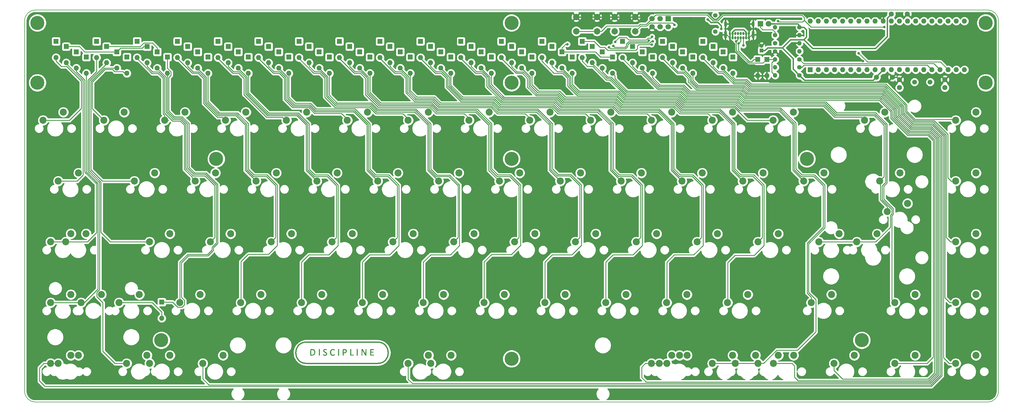
<source format=gbr>
%TF.GenerationSoftware,KiCad,Pcbnew,5.1.10-88a1d61d58~88~ubuntu21.04.1*%
%TF.CreationDate,2021-05-31T21:15:30+02:00*%
%TF.ProjectId,discipline-pcb,64697363-6970-46c6-996e-652d7063622e,rev?*%
%TF.SameCoordinates,Original*%
%TF.FileFunction,Copper,L1,Top*%
%TF.FilePolarity,Positive*%
%FSLAX46Y46*%
G04 Gerber Fmt 4.6, Leading zero omitted, Abs format (unit mm)*
G04 Created by KiCad (PCBNEW 5.1.10-88a1d61d58~88~ubuntu21.04.1) date 2021-05-31 21:15:30*
%MOMM*%
%LPD*%
G01*
G04 APERTURE LIST*
%TA.AperFunction,Profile*%
%ADD10C,0.150000*%
%TD*%
%TA.AperFunction,EtchedComponent*%
%ADD11C,0.010000*%
%TD*%
%TA.AperFunction,EtchedComponent*%
%ADD12C,0.400000*%
%TD*%
%TA.AperFunction,ComponentPad*%
%ADD13C,2.200000*%
%TD*%
%TA.AperFunction,ComponentPad*%
%ADD14C,4.400000*%
%TD*%
%TA.AperFunction,ComponentPad*%
%ADD15O,1.600000X1.600000*%
%TD*%
%TA.AperFunction,ComponentPad*%
%ADD16R,1.600000X1.600000*%
%TD*%
%TA.AperFunction,ComponentPad*%
%ADD17R,1.700000X1.700000*%
%TD*%
%TA.AperFunction,ComponentPad*%
%ADD18C,1.700000*%
%TD*%
%TA.AperFunction,ComponentPad*%
%ADD19C,1.500000*%
%TD*%
%TA.AperFunction,ComponentPad*%
%ADD20C,1.600000*%
%TD*%
%TA.AperFunction,ComponentPad*%
%ADD21C,1.400000*%
%TD*%
%TA.AperFunction,ComponentPad*%
%ADD22O,1.400000X1.400000*%
%TD*%
%TA.AperFunction,ComponentPad*%
%ADD23R,1.200000X1.200000*%
%TD*%
%TA.AperFunction,ComponentPad*%
%ADD24C,1.200000*%
%TD*%
%TA.AperFunction,ComponentPad*%
%ADD25C,1.800000*%
%TD*%
%TA.AperFunction,ComponentPad*%
%ADD26R,1.800000X1.800000*%
%TD*%
%TA.AperFunction,ComponentPad*%
%ADD27O,0.650000X1.000000*%
%TD*%
%TA.AperFunction,ComponentPad*%
%ADD28O,0.900000X2.400000*%
%TD*%
%TA.AperFunction,ComponentPad*%
%ADD29O,0.900000X1.700000*%
%TD*%
%TA.AperFunction,ComponentPad*%
%ADD30C,2.000000*%
%TD*%
%TA.AperFunction,ViaPad*%
%ADD31C,0.800000*%
%TD*%
%TA.AperFunction,Conductor*%
%ADD32C,0.250000*%
%TD*%
%TA.AperFunction,Conductor*%
%ADD33C,0.400000*%
%TD*%
%TA.AperFunction,Conductor*%
%ADD34C,0.254000*%
%TD*%
%TA.AperFunction,Conductor*%
%ADD35C,0.150000*%
%TD*%
G04 APERTURE END LIST*
D10*
X355353250Y-180502219D02*
X57076441Y-180502219D01*
X358660309Y-61001809D02*
X358660309Y-177195160D01*
X57073441Y-57694750D02*
X355353250Y-57694750D01*
X53766382Y-177198159D02*
X53766382Y-61001809D01*
X355353250Y-57694750D02*
G75*
G02*
X358660309Y-61001809I0J-3307059D01*
G01*
X358660309Y-177195160D02*
G75*
G02*
X355353250Y-180502219I-3307059J0D01*
G01*
X57076441Y-180502218D02*
G75*
G02*
X53766382Y-177198159I-3000J3307059D01*
G01*
X53766382Y-61001809D02*
G75*
G02*
X57073441Y-57694750I3307059J0D01*
G01*
D11*
G36*
X148026620Y-163920150D02*
G01*
X148149691Y-163954296D01*
X148242180Y-163998554D01*
X148284406Y-164043391D01*
X148302272Y-164127763D01*
X148295489Y-164201595D01*
X148275760Y-164231945D01*
X148232101Y-164228916D01*
X148155416Y-164200900D01*
X148121942Y-164184901D01*
X147964013Y-164128251D01*
X147814929Y-164117564D01*
X147685597Y-164148974D01*
X147586923Y-164218617D01*
X147529814Y-164322629D01*
X147520032Y-164398169D01*
X147543421Y-164510997D01*
X147617293Y-164610158D01*
X147747204Y-164701459D01*
X147866620Y-164760354D01*
X148093834Y-164876298D01*
X148257152Y-164994770D01*
X148340520Y-165089849D01*
X148382719Y-165197832D01*
X148400425Y-165338767D01*
X148392946Y-165484800D01*
X148359589Y-165608078D01*
X148353724Y-165620194D01*
X148244350Y-165763769D01*
X148090757Y-165868390D01*
X147903744Y-165930265D01*
X147694111Y-165945603D01*
X147503708Y-165918620D01*
X147387119Y-165880095D01*
X147284971Y-165828593D01*
X147221173Y-165776351D01*
X147218539Y-165772652D01*
X147197230Y-165707173D01*
X147197852Y-165631057D01*
X147219456Y-165578359D01*
X147224050Y-165574820D01*
X147268715Y-165577535D01*
X147347113Y-165605935D01*
X147390808Y-165626995D01*
X147564979Y-165694087D01*
X147732628Y-165716056D01*
X147883771Y-165696186D01*
X148008425Y-165637761D01*
X148096607Y-165544064D01*
X148138333Y-165418378D01*
X148140340Y-165380470D01*
X148118853Y-165291260D01*
X148050869Y-165202090D01*
X147931105Y-165108044D01*
X147754278Y-165004206D01*
X147712317Y-164982201D01*
X147528379Y-164878427D01*
X147399276Y-164781457D01*
X147316801Y-164681095D01*
X147272745Y-164567144D01*
X147258899Y-164429409D01*
X147258849Y-164418930D01*
X147284523Y-164231799D01*
X147361178Y-164085336D01*
X147488261Y-163980107D01*
X147665220Y-163916681D01*
X147761478Y-163901877D01*
X147891154Y-163901036D01*
X148026620Y-163920150D01*
G37*
X148026620Y-163920150D02*
X148149691Y-163954296D01*
X148242180Y-163998554D01*
X148284406Y-164043391D01*
X148302272Y-164127763D01*
X148295489Y-164201595D01*
X148275760Y-164231945D01*
X148232101Y-164228916D01*
X148155416Y-164200900D01*
X148121942Y-164184901D01*
X147964013Y-164128251D01*
X147814929Y-164117564D01*
X147685597Y-164148974D01*
X147586923Y-164218617D01*
X147529814Y-164322629D01*
X147520032Y-164398169D01*
X147543421Y-164510997D01*
X147617293Y-164610158D01*
X147747204Y-164701459D01*
X147866620Y-164760354D01*
X148093834Y-164876298D01*
X148257152Y-164994770D01*
X148340520Y-165089849D01*
X148382719Y-165197832D01*
X148400425Y-165338767D01*
X148392946Y-165484800D01*
X148359589Y-165608078D01*
X148353724Y-165620194D01*
X148244350Y-165763769D01*
X148090757Y-165868390D01*
X147903744Y-165930265D01*
X147694111Y-165945603D01*
X147503708Y-165918620D01*
X147387119Y-165880095D01*
X147284971Y-165828593D01*
X147221173Y-165776351D01*
X147218539Y-165772652D01*
X147197230Y-165707173D01*
X147197852Y-165631057D01*
X147219456Y-165578359D01*
X147224050Y-165574820D01*
X147268715Y-165577535D01*
X147347113Y-165605935D01*
X147390808Y-165626995D01*
X147564979Y-165694087D01*
X147732628Y-165716056D01*
X147883771Y-165696186D01*
X148008425Y-165637761D01*
X148096607Y-165544064D01*
X148138333Y-165418378D01*
X148140340Y-165380470D01*
X148118853Y-165291260D01*
X148050869Y-165202090D01*
X147931105Y-165108044D01*
X147754278Y-165004206D01*
X147712317Y-164982201D01*
X147528379Y-164878427D01*
X147399276Y-164781457D01*
X147316801Y-164681095D01*
X147272745Y-164567144D01*
X147258899Y-164429409D01*
X147258849Y-164418930D01*
X147284523Y-164231799D01*
X147361178Y-164085336D01*
X147488261Y-163980107D01*
X147665220Y-163916681D01*
X147761478Y-163901877D01*
X147891154Y-163901036D01*
X148026620Y-163920150D01*
G36*
X150376386Y-163905959D02*
G01*
X150589244Y-163960119D01*
X150647962Y-163986878D01*
X150752487Y-164054344D01*
X150804756Y-164130616D01*
X150817461Y-164219349D01*
X150802489Y-164282693D01*
X150754729Y-164296512D01*
X150669921Y-164261031D01*
X150619765Y-164229858D01*
X150481590Y-164161158D01*
X150320941Y-164130803D01*
X150300306Y-164129344D01*
X150111062Y-164142186D01*
X149957583Y-164208547D01*
X149834387Y-164331565D01*
X149774649Y-164430111D01*
X149736065Y-164512415D01*
X149711490Y-164590306D01*
X149697877Y-164682270D01*
X149692181Y-164806793D01*
X149691274Y-164936152D01*
X149693317Y-165100258D01*
X149701073Y-165216696D01*
X149717257Y-165303021D01*
X149744585Y-165376793D01*
X149766048Y-165419694D01*
X149876533Y-165563309D01*
X150022800Y-165660362D01*
X150192605Y-165708527D01*
X150373703Y-165705479D01*
X150553849Y-165648891D01*
X150655818Y-165588677D01*
X150727436Y-165544662D01*
X150779380Y-165524634D01*
X150781691Y-165524519D01*
X150812489Y-165550286D01*
X150817916Y-165613086D01*
X150801021Y-165691166D01*
X150764856Y-165762776D01*
X150745122Y-165785256D01*
X150624447Y-165861254D01*
X150461250Y-165913959D01*
X150275205Y-165939959D01*
X150085982Y-165935847D01*
X149980312Y-165917796D01*
X149792801Y-165841180D01*
X149636871Y-165711890D01*
X149515844Y-165536117D01*
X149433039Y-165320050D01*
X149391778Y-165069878D01*
X149392759Y-164822590D01*
X149434364Y-164570088D01*
X149515477Y-164348068D01*
X149631241Y-164167078D01*
X149744084Y-164059979D01*
X149935945Y-163957333D01*
X150152666Y-163905512D01*
X150376386Y-163905959D01*
G37*
X150376386Y-163905959D02*
X150589244Y-163960119D01*
X150647962Y-163986878D01*
X150752487Y-164054344D01*
X150804756Y-164130616D01*
X150817461Y-164219349D01*
X150802489Y-164282693D01*
X150754729Y-164296512D01*
X150669921Y-164261031D01*
X150619765Y-164229858D01*
X150481590Y-164161158D01*
X150320941Y-164130803D01*
X150300306Y-164129344D01*
X150111062Y-164142186D01*
X149957583Y-164208547D01*
X149834387Y-164331565D01*
X149774649Y-164430111D01*
X149736065Y-164512415D01*
X149711490Y-164590306D01*
X149697877Y-164682270D01*
X149692181Y-164806793D01*
X149691274Y-164936152D01*
X149693317Y-165100258D01*
X149701073Y-165216696D01*
X149717257Y-165303021D01*
X149744585Y-165376793D01*
X149766048Y-165419694D01*
X149876533Y-165563309D01*
X150022800Y-165660362D01*
X150192605Y-165708527D01*
X150373703Y-165705479D01*
X150553849Y-165648891D01*
X150655818Y-165588677D01*
X150727436Y-165544662D01*
X150779380Y-165524634D01*
X150781691Y-165524519D01*
X150812489Y-165550286D01*
X150817916Y-165613086D01*
X150801021Y-165691166D01*
X150764856Y-165762776D01*
X150745122Y-165785256D01*
X150624447Y-165861254D01*
X150461250Y-165913959D01*
X150275205Y-165939959D01*
X150085982Y-165935847D01*
X149980312Y-165917796D01*
X149792801Y-165841180D01*
X149636871Y-165711890D01*
X149515844Y-165536117D01*
X149433039Y-165320050D01*
X149391778Y-165069878D01*
X149392759Y-164822590D01*
X149434364Y-164570088D01*
X149515477Y-164348068D01*
X149631241Y-164167078D01*
X149744084Y-164059979D01*
X149935945Y-163957333D01*
X150152666Y-163905512D01*
X150376386Y-163905959D01*
G36*
X143812792Y-163933531D02*
G01*
X144025901Y-163957634D01*
X144202495Y-164006457D01*
X144355427Y-164082457D01*
X144362580Y-164086950D01*
X144514193Y-164220535D01*
X144628045Y-164400150D01*
X144700980Y-164616453D01*
X144729840Y-164860101D01*
X144711731Y-165120102D01*
X144649412Y-165368167D01*
X144547948Y-165566471D01*
X144404000Y-165719859D01*
X144222602Y-165829414D01*
X144131426Y-165858215D01*
X144003359Y-165882240D01*
X143852217Y-165900801D01*
X143691819Y-165913212D01*
X143535982Y-165918785D01*
X143398523Y-165916834D01*
X143293259Y-165906671D01*
X143234009Y-165887610D01*
X143226782Y-165878931D01*
X143222647Y-165835780D01*
X143219459Y-165735980D01*
X143217295Y-165588171D01*
X143216228Y-165400992D01*
X143216335Y-165183086D01*
X143217689Y-164943092D01*
X143218169Y-164887489D01*
X143224898Y-164153310D01*
X143471703Y-164153310D01*
X143471703Y-165687758D01*
X143725967Y-165687758D01*
X143883175Y-165682346D01*
X144000635Y-165663063D01*
X144103227Y-165625341D01*
X144125903Y-165614300D01*
X144263793Y-165516591D01*
X144360863Y-165379937D01*
X144420488Y-165197864D01*
X144444152Y-165004335D01*
X144442971Y-164772917D01*
X144407735Y-164586878D01*
X144335335Y-164434100D01*
X144278872Y-164360229D01*
X144172191Y-164259823D01*
X144052972Y-164196035D01*
X143904269Y-164162618D01*
X143717610Y-164153310D01*
X143471703Y-164153310D01*
X143224898Y-164153310D01*
X143226844Y-163941099D01*
X143550316Y-163931693D01*
X143812792Y-163933531D01*
G37*
X143812792Y-163933531D02*
X144025901Y-163957634D01*
X144202495Y-164006457D01*
X144355427Y-164082457D01*
X144362580Y-164086950D01*
X144514193Y-164220535D01*
X144628045Y-164400150D01*
X144700980Y-164616453D01*
X144729840Y-164860101D01*
X144711731Y-165120102D01*
X144649412Y-165368167D01*
X144547948Y-165566471D01*
X144404000Y-165719859D01*
X144222602Y-165829414D01*
X144131426Y-165858215D01*
X144003359Y-165882240D01*
X143852217Y-165900801D01*
X143691819Y-165913212D01*
X143535982Y-165918785D01*
X143398523Y-165916834D01*
X143293259Y-165906671D01*
X143234009Y-165887610D01*
X143226782Y-165878931D01*
X143222647Y-165835780D01*
X143219459Y-165735980D01*
X143217295Y-165588171D01*
X143216228Y-165400992D01*
X143216335Y-165183086D01*
X143217689Y-164943092D01*
X143218169Y-164887489D01*
X143224898Y-164153310D01*
X143471703Y-164153310D01*
X143471703Y-165687758D01*
X143725967Y-165687758D01*
X143883175Y-165682346D01*
X144000635Y-165663063D01*
X144103227Y-165625341D01*
X144125903Y-165614300D01*
X144263793Y-165516591D01*
X144360863Y-165379937D01*
X144420488Y-165197864D01*
X144444152Y-165004335D01*
X144442971Y-164772917D01*
X144407735Y-164586878D01*
X144335335Y-164434100D01*
X144278872Y-164360229D01*
X144172191Y-164259823D01*
X144052972Y-164196035D01*
X143904269Y-164162618D01*
X143717610Y-164153310D01*
X143471703Y-164153310D01*
X143224898Y-164153310D01*
X143226844Y-163941099D01*
X143550316Y-163931693D01*
X143812792Y-163933531D01*
G36*
X146099852Y-165899968D02*
G01*
X145993522Y-165910216D01*
X145907522Y-165905155D01*
X145870579Y-165877170D01*
X145866618Y-165834485D01*
X145863587Y-165735130D01*
X145861557Y-165587724D01*
X145860596Y-165400887D01*
X145860773Y-165183238D01*
X145862159Y-164943398D01*
X145862642Y-164887489D01*
X145871317Y-163941099D01*
X146099852Y-163941099D01*
X146099852Y-165899968D01*
G37*
X146099852Y-165899968D02*
X145993522Y-165910216D01*
X145907522Y-165905155D01*
X145870579Y-165877170D01*
X145866618Y-165834485D01*
X145863587Y-165735130D01*
X145861557Y-165587724D01*
X145860596Y-165400887D01*
X145860773Y-165183238D01*
X145862159Y-164943398D01*
X145862642Y-164887489D01*
X145871317Y-163941099D01*
X146099852Y-163941099D01*
X146099852Y-165899968D01*
G36*
X152123374Y-165916292D02*
G01*
X152008082Y-165916292D01*
X151927195Y-165905741D01*
X151879587Y-165879863D01*
X151876977Y-165875085D01*
X151873221Y-165832951D01*
X151870376Y-165734122D01*
X151868505Y-165587194D01*
X151867669Y-165400761D01*
X151867931Y-165183418D01*
X151869352Y-164943761D01*
X151869840Y-164887489D01*
X151878515Y-163941099D01*
X152000944Y-163930967D01*
X152123374Y-163920834D01*
X152123374Y-165916292D01*
G37*
X152123374Y-165916292D02*
X152008082Y-165916292D01*
X151927195Y-165905741D01*
X151879587Y-165879863D01*
X151876977Y-165875085D01*
X151873221Y-165832951D01*
X151870376Y-165734122D01*
X151868505Y-165587194D01*
X151867669Y-165400761D01*
X151867931Y-165183418D01*
X151869352Y-164943761D01*
X151869840Y-164887489D01*
X151878515Y-163941099D01*
X152000944Y-163930967D01*
X152123374Y-163920834D01*
X152123374Y-165916292D01*
G36*
X153831650Y-163930711D02*
G01*
X154001793Y-163939015D01*
X154122340Y-163950525D01*
X154208993Y-163968121D01*
X154277451Y-163994684D01*
X154324603Y-164021175D01*
X154451192Y-164121186D01*
X154529203Y-164241445D01*
X154565976Y-164396571D01*
X154571301Y-164512436D01*
X154547591Y-164723977D01*
X154476446Y-164892394D01*
X154356472Y-165018994D01*
X154186272Y-165105080D01*
X153964453Y-165151960D01*
X153880375Y-165159009D01*
X153625173Y-165173782D01*
X153625173Y-165916292D01*
X153516347Y-165916292D01*
X153435677Y-165910319D01*
X153387230Y-165895812D01*
X153385756Y-165894527D01*
X153380174Y-165857498D01*
X153375121Y-165763586D01*
X153370789Y-165621203D01*
X153367368Y-165438760D01*
X153365049Y-165224668D01*
X153364024Y-164987340D01*
X153363991Y-164935414D01*
X153364428Y-164657409D01*
X153365972Y-164437721D01*
X153368974Y-164269379D01*
X153373476Y-164153310D01*
X153625173Y-164153310D01*
X153625173Y-164539643D01*
X153626914Y-164692368D01*
X153631650Y-164820448D01*
X153638653Y-164910207D01*
X153646938Y-164947740D01*
X153698938Y-164964686D01*
X153792375Y-164968293D01*
X153904910Y-164959223D01*
X154014201Y-164938137D01*
X154019371Y-164936725D01*
X154158303Y-164872535D01*
X154249681Y-164767595D01*
X154297504Y-164616643D01*
X154303892Y-164562377D01*
X154309468Y-164455561D01*
X154297626Y-164386034D01*
X154258997Y-164326290D01*
X154203758Y-164268296D01*
X154139379Y-164207956D01*
X154083104Y-164173537D01*
X154013070Y-164157790D01*
X153907416Y-164153466D01*
X153856973Y-164153310D01*
X153625173Y-164153310D01*
X153373476Y-164153310D01*
X153373783Y-164145408D01*
X153380749Y-164058836D01*
X153390223Y-164002690D01*
X153402555Y-163969996D01*
X153413090Y-163957318D01*
X153461218Y-163938250D01*
X153553445Y-163928270D01*
X153697471Y-163926887D01*
X153831650Y-163930711D01*
G37*
X153831650Y-163930711D02*
X154001793Y-163939015D01*
X154122340Y-163950525D01*
X154208993Y-163968121D01*
X154277451Y-163994684D01*
X154324603Y-164021175D01*
X154451192Y-164121186D01*
X154529203Y-164241445D01*
X154565976Y-164396571D01*
X154571301Y-164512436D01*
X154547591Y-164723977D01*
X154476446Y-164892394D01*
X154356472Y-165018994D01*
X154186272Y-165105080D01*
X153964453Y-165151960D01*
X153880375Y-165159009D01*
X153625173Y-165173782D01*
X153625173Y-165916292D01*
X153516347Y-165916292D01*
X153435677Y-165910319D01*
X153387230Y-165895812D01*
X153385756Y-165894527D01*
X153380174Y-165857498D01*
X153375121Y-165763586D01*
X153370789Y-165621203D01*
X153367368Y-165438760D01*
X153365049Y-165224668D01*
X153364024Y-164987340D01*
X153363991Y-164935414D01*
X153364428Y-164657409D01*
X153365972Y-164437721D01*
X153368974Y-164269379D01*
X153373476Y-164153310D01*
X153625173Y-164153310D01*
X153625173Y-164539643D01*
X153626914Y-164692368D01*
X153631650Y-164820448D01*
X153638653Y-164910207D01*
X153646938Y-164947740D01*
X153698938Y-164964686D01*
X153792375Y-164968293D01*
X153904910Y-164959223D01*
X154014201Y-164938137D01*
X154019371Y-164936725D01*
X154158303Y-164872535D01*
X154249681Y-164767595D01*
X154297504Y-164616643D01*
X154303892Y-164562377D01*
X154309468Y-164455561D01*
X154297626Y-164386034D01*
X154258997Y-164326290D01*
X154203758Y-164268296D01*
X154139379Y-164207956D01*
X154083104Y-164173537D01*
X154013070Y-164157790D01*
X153907416Y-164153466D01*
X153856973Y-164153310D01*
X153625173Y-164153310D01*
X153373476Y-164153310D01*
X153373783Y-164145408D01*
X153380749Y-164058836D01*
X153390223Y-164002690D01*
X153402555Y-163969996D01*
X153413090Y-163957318D01*
X153461218Y-163938250D01*
X153553445Y-163928270D01*
X153697471Y-163926887D01*
X153831650Y-163930711D01*
G36*
X155837063Y-163930967D02*
G01*
X155959492Y-163941099D01*
X155976878Y-165685629D01*
X156710392Y-165704081D01*
X156710392Y-165899968D01*
X156235114Y-165908967D01*
X156065108Y-165910682D01*
X155918808Y-165909315D01*
X155808400Y-165905199D01*
X155746070Y-165898668D01*
X155737235Y-165895364D01*
X155731550Y-165858205D01*
X155726388Y-165763994D01*
X155721938Y-165620974D01*
X155718385Y-165437387D01*
X155715916Y-165221478D01*
X155714718Y-164981488D01*
X155714633Y-164896798D01*
X155714633Y-163920834D01*
X155837063Y-163930967D01*
G37*
X155837063Y-163930967D02*
X155959492Y-163941099D01*
X155976878Y-165685629D01*
X156710392Y-165704081D01*
X156710392Y-165899968D01*
X156235114Y-165908967D01*
X156065108Y-165910682D01*
X155918808Y-165909315D01*
X155808400Y-165905199D01*
X155746070Y-165898668D01*
X155737235Y-165895364D01*
X155731550Y-165858205D01*
X155726388Y-165763994D01*
X155721938Y-165620974D01*
X155718385Y-165437387D01*
X155715916Y-165221478D01*
X155714718Y-164981488D01*
X155714633Y-164896798D01*
X155714633Y-163920834D01*
X155837063Y-163930967D01*
G36*
X157861227Y-163930967D02*
G01*
X157983656Y-163941099D01*
X157983656Y-165899968D01*
X157738798Y-165920234D01*
X157738798Y-163920834D01*
X157861227Y-163930967D01*
G37*
X157861227Y-163930967D02*
X157983656Y-163941099D01*
X157983656Y-165899968D01*
X157738798Y-165920234D01*
X157738798Y-163920834D01*
X157861227Y-163930967D01*
G36*
X160702069Y-164910268D02*
G01*
X160693425Y-165899968D01*
X160579158Y-165909583D01*
X160485601Y-165904566D01*
X160413477Y-165879338D01*
X160410159Y-165876936D01*
X160380497Y-165838132D01*
X160324197Y-165749783D01*
X160245860Y-165619678D01*
X160150092Y-165455608D01*
X160041495Y-165265362D01*
X159924674Y-165056732D01*
X159912856Y-165035409D01*
X159470285Y-164236146D01*
X159461546Y-165068057D01*
X159452808Y-165899968D01*
X159346221Y-165910235D01*
X159239634Y-165920501D01*
X159248277Y-164930800D01*
X159256921Y-163941099D01*
X159408339Y-163931298D01*
X159509129Y-163930739D01*
X159571506Y-163951279D01*
X159620550Y-164000572D01*
X159652699Y-164050561D01*
X159710835Y-164149148D01*
X159789926Y-164287470D01*
X159884944Y-164456666D01*
X159990859Y-164647872D01*
X160073117Y-164797999D01*
X160464890Y-165516351D01*
X160497538Y-163941099D01*
X160604125Y-163930833D01*
X160710713Y-163920567D01*
X160702069Y-164910268D01*
G37*
X160702069Y-164910268D02*
X160693425Y-165899968D01*
X160579158Y-165909583D01*
X160485601Y-165904566D01*
X160413477Y-165879338D01*
X160410159Y-165876936D01*
X160380497Y-165838132D01*
X160324197Y-165749783D01*
X160245860Y-165619678D01*
X160150092Y-165455608D01*
X160041495Y-165265362D01*
X159924674Y-165056732D01*
X159912856Y-165035409D01*
X159470285Y-164236146D01*
X159461546Y-165068057D01*
X159452808Y-165899968D01*
X159346221Y-165910235D01*
X159239634Y-165920501D01*
X159248277Y-164930800D01*
X159256921Y-163941099D01*
X159408339Y-163931298D01*
X159509129Y-163930739D01*
X159571506Y-163951279D01*
X159620550Y-164000572D01*
X159652699Y-164050561D01*
X159710835Y-164149148D01*
X159789926Y-164287470D01*
X159884944Y-164456666D01*
X159990859Y-164647872D01*
X160073117Y-164797999D01*
X160464890Y-165516351D01*
X160497538Y-163941099D01*
X160604125Y-163930833D01*
X160710713Y-163920567D01*
X160702069Y-164910268D01*
G36*
X162717072Y-163925368D02*
G01*
X162852771Y-163927925D01*
X162943079Y-163933614D01*
X162997945Y-163943607D01*
X163027319Y-163959070D01*
X163041151Y-163981174D01*
X163042608Y-163985472D01*
X163049021Y-164064519D01*
X163041315Y-164099739D01*
X163024010Y-164122466D01*
X162985542Y-164137835D01*
X162915162Y-164147197D01*
X162802122Y-164151902D01*
X162635674Y-164153300D01*
X162614928Y-164153310D01*
X162209098Y-164153310D01*
X162218485Y-164455303D01*
X162227872Y-164757295D01*
X162578836Y-164766561D01*
X162929800Y-164775828D01*
X162929800Y-164969506D01*
X162211548Y-164969506D01*
X162211548Y-165685807D01*
X163044068Y-165704081D01*
X163044068Y-165899968D01*
X162537186Y-165908922D01*
X162321731Y-165910947D01*
X162165101Y-165908059D01*
X162060985Y-165899900D01*
X162003072Y-165886111D01*
X161990335Y-165877907D01*
X161977968Y-165833582D01*
X161967695Y-165734305D01*
X161959522Y-165590384D01*
X161953452Y-165412124D01*
X161949490Y-165209834D01*
X161947639Y-164993818D01*
X161947905Y-164774386D01*
X161950291Y-164561842D01*
X161954802Y-164366495D01*
X161961442Y-164198651D01*
X161970214Y-164068616D01*
X161981125Y-163986699D01*
X161989543Y-163963953D01*
X162035798Y-163946565D01*
X162136692Y-163934409D01*
X162295682Y-163927231D01*
X162516224Y-163924779D01*
X162526032Y-163924776D01*
X162717072Y-163925368D01*
G37*
X162717072Y-163925368D02*
X162852771Y-163927925D01*
X162943079Y-163933614D01*
X162997945Y-163943607D01*
X163027319Y-163959070D01*
X163041151Y-163981174D01*
X163042608Y-163985472D01*
X163049021Y-164064519D01*
X163041315Y-164099739D01*
X163024010Y-164122466D01*
X162985542Y-164137835D01*
X162915162Y-164147197D01*
X162802122Y-164151902D01*
X162635674Y-164153300D01*
X162614928Y-164153310D01*
X162209098Y-164153310D01*
X162218485Y-164455303D01*
X162227872Y-164757295D01*
X162578836Y-164766561D01*
X162929800Y-164775828D01*
X162929800Y-164969506D01*
X162211548Y-164969506D01*
X162211548Y-165685807D01*
X163044068Y-165704081D01*
X163044068Y-165899968D01*
X162537186Y-165908922D01*
X162321731Y-165910947D01*
X162165101Y-165908059D01*
X162060985Y-165899900D01*
X162003072Y-165886111D01*
X161990335Y-165877907D01*
X161977968Y-165833582D01*
X161967695Y-165734305D01*
X161959522Y-165590384D01*
X161953452Y-165412124D01*
X161949490Y-165209834D01*
X161947639Y-164993818D01*
X161947905Y-164774386D01*
X161950291Y-164561842D01*
X161954802Y-164366495D01*
X161961442Y-164198651D01*
X161970214Y-164068616D01*
X161981125Y-163986699D01*
X161989543Y-163963953D01*
X162035798Y-163946565D01*
X162136692Y-163934409D01*
X162295682Y-163927231D01*
X162516224Y-163924779D01*
X162526032Y-163924776D01*
X162717072Y-163925368D01*
D12*
X142025456Y-161744210D02*
X164305456Y-161744210D01*
X142005456Y-168424210D02*
X164305456Y-168424210D01*
X164295456Y-161744210D02*
G75*
G02*
X164295456Y-168424210I0J-3340000D01*
G01*
X141995456Y-168424210D02*
G75*
G02*
X141995456Y-161744210I0J3340000D01*
G01*
D13*
X282604634Y-165883620D03*
X276254634Y-168423620D03*
X258792134Y-165883620D03*
X252442134Y-168423620D03*
D14*
X206215970Y-80451243D03*
X206215970Y-61699530D03*
D13*
X89693750Y-146843750D03*
X83343750Y-149383750D03*
X68262500Y-146843750D03*
X61912500Y-149383750D03*
X308768250Y-127793750D03*
X302418250Y-130333750D03*
X323848250Y-120813750D03*
X330198250Y-118273750D03*
D15*
X96672400Y-154279600D03*
D16*
X96672400Y-149199600D03*
X299753430Y-76389182D03*
D15*
X348013430Y-61149182D03*
X302293430Y-76389182D03*
X345473430Y-61149182D03*
X304833430Y-76389182D03*
X342933430Y-61149182D03*
X307373430Y-76389182D03*
X340393430Y-61149182D03*
X309913430Y-76389182D03*
X337853430Y-61149182D03*
X312453430Y-76389182D03*
X335313430Y-61149182D03*
X314993430Y-76389182D03*
X332773430Y-61149182D03*
X317533430Y-76389182D03*
X330233430Y-61149182D03*
X320073430Y-76389182D03*
X327693430Y-61149182D03*
X322613430Y-76389182D03*
X325153430Y-61149182D03*
X325153430Y-76389182D03*
X322613430Y-61149182D03*
X327693430Y-76389182D03*
X320073430Y-61149182D03*
X330233430Y-76389182D03*
X317533430Y-61149182D03*
X332773430Y-76389182D03*
X314993430Y-61149182D03*
X335313430Y-76389182D03*
X312453430Y-61149182D03*
X337853430Y-76389182D03*
X309913430Y-61149182D03*
X340393430Y-76389182D03*
X307373430Y-61149182D03*
X342933430Y-76389182D03*
X304833430Y-61149182D03*
X345473430Y-76389182D03*
X302293430Y-61149182D03*
X348013430Y-76389182D03*
X299753430Y-61149182D03*
D13*
X283390128Y-168433750D03*
X289740128Y-165893750D03*
X254833936Y-168433750D03*
X261183936Y-165893750D03*
X180207573Y-165901640D03*
X173857573Y-168441640D03*
X92893031Y-168429819D03*
X99243031Y-165889819D03*
X64293700Y-168423620D03*
X70643700Y-165883620D03*
X68262500Y-127783620D03*
X61912500Y-130323620D03*
D17*
X255293830Y-60350870D03*
D18*
X255293830Y-62890870D03*
X252753830Y-60350870D03*
X252753830Y-62890870D03*
X250213830Y-60350870D03*
X250213830Y-62890870D03*
D13*
X323056250Y-89693750D03*
X316706250Y-92233750D03*
X314325250Y-130333750D03*
X320675250Y-127793750D03*
X71437450Y-149383750D03*
X77787450Y-146843750D03*
X68262450Y-165883620D03*
X61912450Y-168423620D03*
X92075050Y-165893750D03*
X85725050Y-168433750D03*
X115887450Y-165883620D03*
X109537450Y-168423620D03*
X73025050Y-127783620D03*
X66675050Y-130323620D03*
X306387250Y-146843750D03*
X300037250Y-149383750D03*
X64293750Y-111283750D03*
X70643750Y-108743750D03*
X321468250Y-111283750D03*
X327818250Y-108743750D03*
X275466206Y-165893750D03*
X269116206Y-168433750D03*
X256410884Y-165883620D03*
X250060884Y-168423620D03*
X294481250Y-89693750D03*
X288131250Y-92233750D03*
X132556250Y-108743750D03*
X126206250Y-111283750D03*
X65881250Y-89693750D03*
X59531250Y-92233750D03*
X84931250Y-89693750D03*
X78581250Y-92233750D03*
X103981250Y-89693750D03*
X97631250Y-92233750D03*
X123031250Y-89693750D03*
X116681250Y-92233750D03*
X142081250Y-89693750D03*
X135731250Y-92233750D03*
X161131250Y-89693750D03*
X154781250Y-92233750D03*
X180181250Y-89693750D03*
X173831250Y-92233750D03*
X199231250Y-89693750D03*
X192881250Y-92233750D03*
X218281250Y-89693750D03*
X211931250Y-92233750D03*
X237331250Y-89693750D03*
X230981250Y-92233750D03*
X256381250Y-89693750D03*
X250031250Y-92233750D03*
X275431250Y-89693750D03*
X269081250Y-92233750D03*
X351631250Y-89693750D03*
X345281250Y-92233750D03*
X94456250Y-108743750D03*
X88106250Y-111283750D03*
X113506250Y-108743750D03*
X107156250Y-111283750D03*
X151606250Y-108743750D03*
X145256250Y-111283750D03*
X170656250Y-108743750D03*
X164306250Y-111283750D03*
X189706250Y-108743750D03*
X183356250Y-111283750D03*
X208756250Y-108743750D03*
X202406250Y-111283750D03*
X227806250Y-108743750D03*
X221456250Y-111283750D03*
X246856250Y-108743750D03*
X240506250Y-111283750D03*
X265906250Y-108743750D03*
X259556250Y-111283750D03*
X284956250Y-108743750D03*
X278606250Y-111283750D03*
X304006250Y-108743750D03*
X297656250Y-111283750D03*
X351631250Y-108743750D03*
X345281250Y-111283750D03*
X99218750Y-127793750D03*
X92868750Y-130333750D03*
X118268750Y-127793750D03*
X111918750Y-130333750D03*
X137318750Y-127793750D03*
X130968750Y-130333750D03*
X156368250Y-127793750D03*
X150018250Y-130333750D03*
X175418250Y-127793750D03*
X169068250Y-130333750D03*
X194468250Y-127793750D03*
X188118250Y-130333750D03*
X213518250Y-127793750D03*
X207168250Y-130333750D03*
X232568250Y-127793750D03*
X226218250Y-130333750D03*
X251618250Y-127793750D03*
X245268250Y-130333750D03*
X270668250Y-127793750D03*
X264318250Y-130333750D03*
X289718250Y-127793750D03*
X283368250Y-130333750D03*
X351631250Y-127793750D03*
X345281250Y-130333750D03*
X108743750Y-146843750D03*
X102393750Y-149383750D03*
X127793750Y-146843750D03*
X121443750Y-149383750D03*
X146843750Y-146843750D03*
X140493750Y-149383750D03*
X165894250Y-146843750D03*
X159544250Y-149383750D03*
X184944250Y-146843750D03*
X178594250Y-149383750D03*
X203994250Y-146843750D03*
X197644250Y-149383750D03*
X223044250Y-146843750D03*
X216694250Y-149383750D03*
X242094250Y-146843750D03*
X235744250Y-149383750D03*
X261144250Y-146843750D03*
X254794250Y-149383750D03*
X280194250Y-146843750D03*
X273844250Y-149383750D03*
X332581250Y-146843750D03*
X326231250Y-149383750D03*
X351631250Y-146843750D03*
X345281250Y-149383750D03*
X187325250Y-165893750D03*
X180975250Y-168433750D03*
X313531250Y-165893750D03*
X307181250Y-168433750D03*
X332581250Y-165893750D03*
X326231250Y-168433750D03*
X351631250Y-165893750D03*
X345281250Y-168433750D03*
X294521528Y-165883620D03*
X288171528Y-168423620D03*
D19*
X337251644Y-80256240D03*
X332371644Y-80256240D03*
D20*
X341906112Y-79506040D03*
X341906112Y-82006040D03*
X327680238Y-79506040D03*
X327680238Y-82006040D03*
X330125530Y-58926178D03*
X325125530Y-58926178D03*
X325471062Y-78716416D03*
X320471062Y-78716416D03*
D21*
X296376316Y-75645517D03*
D22*
X288756316Y-75645517D03*
D21*
X296376316Y-73152052D03*
D22*
X288756316Y-73152052D03*
D21*
X296376316Y-78138982D03*
D22*
X288756316Y-78138982D03*
D21*
X288756316Y-70580211D03*
D22*
X296376316Y-70580211D03*
D21*
X288756316Y-68060499D03*
D22*
X296376316Y-68060499D03*
D21*
X288756316Y-65567034D03*
D22*
X296376316Y-65567034D03*
D21*
X296376316Y-63073204D03*
D22*
X288756316Y-63073204D03*
D23*
X284477676Y-70404866D03*
D24*
X284477676Y-68904866D03*
D25*
X286667716Y-61970830D03*
D26*
X284127716Y-61970830D03*
D27*
X278823468Y-66391022D03*
X280523468Y-66391022D03*
X279673468Y-66391022D03*
X277973468Y-66391022D03*
X277123468Y-66391022D03*
X276273468Y-66391022D03*
X275423468Y-66391022D03*
X274573468Y-66391022D03*
X280523468Y-65066022D03*
X279668468Y-65066022D03*
X278818468Y-65066022D03*
X277968468Y-65066022D03*
X277118468Y-65066022D03*
X276268468Y-65066022D03*
X275418468Y-65066022D03*
X274568468Y-65066022D03*
D28*
X281873468Y-65411022D03*
X273223468Y-65411022D03*
D29*
X281873468Y-62031022D03*
X273223468Y-62031022D03*
D21*
X270047614Y-59350838D03*
X270047614Y-64450838D03*
D30*
X244985732Y-59836074D03*
X244985732Y-64336074D03*
X238485732Y-59836074D03*
X238485732Y-64336074D03*
X232985732Y-59836074D03*
X232985732Y-64336074D03*
X226485732Y-59836074D03*
X226485732Y-64336074D03*
D15*
X63600284Y-72555612D03*
D16*
X63600284Y-67475612D03*
D15*
X73108673Y-77516199D03*
D16*
X73108673Y-72436199D03*
D15*
X85786525Y-77516199D03*
D16*
X85786525Y-72436199D03*
D15*
X88955988Y-72555612D03*
D16*
X88955988Y-67475612D03*
D15*
X101633840Y-72555612D03*
D16*
X101633840Y-67475612D03*
D15*
X114311692Y-72555612D03*
D16*
X114311692Y-67475612D03*
D15*
X126989544Y-72555612D03*
D16*
X126989544Y-67475612D03*
D15*
X139667396Y-72555612D03*
D16*
X139667396Y-67475612D03*
D15*
X152345248Y-72555612D03*
D16*
X152345248Y-67475612D03*
D15*
X165023100Y-72555612D03*
D16*
X165023100Y-67475612D03*
D15*
X177700952Y-72555612D03*
D16*
X177700952Y-67475612D03*
D15*
X190378804Y-72555612D03*
D16*
X190378804Y-67475612D03*
D15*
X203056656Y-72555612D03*
D16*
X203056656Y-67475612D03*
D15*
X215734508Y-72555612D03*
D16*
X215734508Y-67475612D03*
D15*
X228342376Y-72555612D03*
D16*
X228342376Y-67475612D03*
D15*
X275541929Y-77516199D03*
D16*
X275541929Y-72436199D03*
D15*
X66769747Y-74209141D03*
D16*
X66769747Y-69129141D03*
D15*
X82617062Y-75862670D03*
D16*
X82617062Y-70782670D03*
D15*
X92125451Y-74209141D03*
D16*
X92125451Y-69129141D03*
D15*
X104803303Y-74209141D03*
D16*
X104803303Y-69129141D03*
D15*
X117481155Y-74209141D03*
D16*
X117481155Y-69129141D03*
D15*
X130159007Y-74209141D03*
D16*
X130159007Y-69129141D03*
D15*
X142836859Y-74209141D03*
D16*
X142836859Y-69129141D03*
D15*
X155514711Y-74209141D03*
D16*
X155514711Y-69129141D03*
D15*
X168192563Y-74209141D03*
D16*
X168192563Y-69129141D03*
D15*
X180870415Y-74209141D03*
D16*
X180870415Y-69129141D03*
D15*
X193548267Y-74209141D03*
D16*
X193548267Y-69129141D03*
D15*
X206226119Y-74209141D03*
D16*
X206226119Y-69129141D03*
D15*
X218886475Y-74209141D03*
D16*
X218886475Y-69129141D03*
D15*
X231493149Y-74209141D03*
D16*
X231493149Y-69129141D03*
D15*
X272453205Y-75862670D03*
D16*
X272453205Y-70782670D03*
D15*
X69939210Y-75862670D03*
D16*
X69939210Y-70782670D03*
D15*
X79447599Y-74209141D03*
D16*
X79447599Y-69129141D03*
D15*
X95294914Y-75862670D03*
D16*
X95294914Y-70782670D03*
D15*
X107972766Y-75862670D03*
D16*
X107972766Y-70782670D03*
D15*
X120650618Y-75862670D03*
D16*
X120650618Y-70782670D03*
D15*
X133328470Y-75862670D03*
D16*
X133328470Y-70782670D03*
D15*
X146006322Y-75862670D03*
D16*
X146006322Y-70782670D03*
D15*
X158684174Y-75862670D03*
D16*
X158684174Y-70782670D03*
D15*
X171362026Y-75862670D03*
D16*
X171362026Y-70782670D03*
D15*
X184039878Y-75862670D03*
D16*
X184039878Y-70782670D03*
D15*
X196717730Y-75862670D03*
D16*
X196717730Y-70782670D03*
D15*
X209395582Y-75862670D03*
D16*
X209395582Y-70782670D03*
D15*
X234643922Y-75862670D03*
D16*
X234643922Y-70782670D03*
D15*
X269364481Y-74209141D03*
D16*
X269364481Y-69129141D03*
D15*
X98464377Y-77516199D03*
D16*
X98464377Y-72436199D03*
D15*
X111142229Y-77516199D03*
D16*
X111142229Y-72436199D03*
D15*
X123820081Y-77516199D03*
D16*
X123820081Y-72436199D03*
D15*
X136497933Y-77516199D03*
D16*
X136497933Y-72436199D03*
D15*
X149175785Y-77516199D03*
D16*
X149175785Y-72436199D03*
D15*
X161853637Y-77516199D03*
D16*
X161853637Y-72436199D03*
D15*
X174531489Y-77516199D03*
D16*
X174531489Y-72436199D03*
D15*
X187209341Y-77516199D03*
D16*
X187209341Y-72436199D03*
D15*
X199887193Y-77516199D03*
D16*
X199887193Y-72436199D03*
D15*
X212565045Y-77516199D03*
D16*
X212565045Y-72436199D03*
D15*
X222038442Y-75862670D03*
D16*
X222038442Y-70782670D03*
D15*
X237794695Y-77516199D03*
D16*
X237794695Y-72436199D03*
D15*
X266089606Y-72555612D03*
D16*
X266089606Y-67475612D03*
D15*
X259788058Y-75862670D03*
D16*
X259788058Y-70782670D03*
D15*
X76278136Y-72555612D03*
D16*
X76278136Y-67475612D03*
D15*
X256637284Y-74209141D03*
D16*
X256637284Y-69129141D03*
D15*
X253486511Y-72555612D03*
D16*
X253486511Y-67475612D03*
D15*
X250335738Y-77516199D03*
D16*
X250335738Y-72436199D03*
D15*
X225190409Y-77516199D03*
D16*
X225190409Y-72436199D03*
D15*
X244096241Y-74209141D03*
D16*
X244096241Y-69129141D03*
D15*
X240945468Y-72555612D03*
D16*
X240945468Y-67475612D03*
D15*
X262938832Y-77516199D03*
D16*
X262938832Y-72436199D03*
D15*
X247184965Y-75862670D03*
D16*
X247184965Y-70782670D03*
D15*
X286174982Y-78242196D03*
D16*
X286174982Y-73162196D03*
D15*
X283305310Y-78242196D03*
D16*
X283305310Y-73162196D03*
D14*
X206213345Y-166958110D03*
X206213345Y-104302994D03*
X298671968Y-104302994D03*
X113754723Y-104302994D03*
X315860803Y-161146960D03*
X96565888Y-161146960D03*
X354660721Y-80451243D03*
X354660721Y-61699530D03*
X57765970Y-61699530D03*
X57765970Y-80451243D03*
D31*
X302260000Y-102362000D03*
X317286426Y-147658536D03*
X127275644Y-177842586D03*
X254608590Y-121534022D03*
X275168740Y-121971472D03*
X104895702Y-124176220D03*
X324443108Y-92679820D03*
X316988960Y-87990356D03*
X333332092Y-169513538D03*
X283427796Y-173083130D03*
X289709578Y-173223114D03*
X276603576Y-172995640D03*
X249954122Y-173205616D03*
X342571036Y-93839906D03*
X303515500Y-88952746D03*
X57598608Y-86468030D03*
X298598562Y-78348958D03*
X276813552Y-62031022D03*
X249271700Y-70439862D03*
X235045826Y-65487928D03*
X316289040Y-78243970D03*
X212438410Y-178122554D03*
X263037486Y-64331925D03*
X262302584Y-60237471D03*
X286239392Y-65381785D03*
X317630206Y-71261001D03*
X316265388Y-73704406D03*
X317630206Y-66116687D03*
X319939898Y-71261001D03*
X322459562Y-71261001D03*
X315075545Y-66116687D03*
X312520886Y-66116687D03*
X309966227Y-66116687D03*
X307411568Y-66116687D03*
X304856909Y-66116687D03*
X302302250Y-66116687D03*
X288339112Y-60499936D03*
X326085200Y-117500400D03*
X279527000Y-167132000D03*
X271849908Y-63633140D03*
X267650388Y-60605986D03*
X250080466Y-68467729D03*
X250461158Y-67472794D03*
X236725634Y-69327582D03*
X238072980Y-68935034D03*
X249202787Y-67247085D03*
X250199094Y-66012868D03*
X238720406Y-67640182D03*
X223724620Y-68392596D03*
X278825616Y-68797705D03*
X322885786Y-63003212D03*
X289651437Y-61170830D03*
X276534836Y-67473316D03*
X277266951Y-68198326D03*
X314871702Y-71192276D03*
X257249287Y-62351160D03*
D32*
X274573468Y-65071022D02*
X274568468Y-65066022D01*
D33*
X274568468Y-66386022D02*
X274573468Y-66391022D01*
X274568468Y-65066022D02*
X274568468Y-66386022D01*
X280523468Y-65066022D02*
X280523468Y-66391022D01*
D32*
X273223468Y-63961022D02*
X273223468Y-62031022D01*
X273223468Y-65411022D02*
X273223468Y-63961022D01*
X273923468Y-62031022D02*
X276813552Y-62031022D01*
X273223468Y-62031022D02*
X273923468Y-62031022D01*
X281873468Y-63131022D02*
X281873468Y-65411022D01*
X281873468Y-62031022D02*
X281873468Y-63131022D01*
X281503468Y-65411022D02*
X280523468Y-66391022D01*
X281873468Y-65411022D02*
X281503468Y-65411022D01*
X273593468Y-65411022D02*
X274573468Y-66391022D01*
X273223468Y-65411022D02*
X273593468Y-65411022D01*
D33*
X281873468Y-67011022D02*
X281873468Y-65411022D01*
X281873468Y-67149186D02*
X281873468Y-67011022D01*
X283629148Y-68904866D02*
X281873468Y-67149186D01*
X284477676Y-68904866D02*
X283629148Y-68904866D01*
X283410298Y-78259694D02*
X283410298Y-77981500D01*
D32*
X276813552Y-62031022D02*
X281873468Y-62031022D01*
D33*
X286174982Y-78242196D02*
X283305310Y-78242196D01*
X323878744Y-80308734D02*
X325471062Y-78716416D01*
X326890614Y-78716416D02*
X327680238Y-79506040D01*
X325471062Y-78716416D02*
X326890614Y-78716416D01*
X279181221Y-73752423D02*
X279178155Y-73752423D01*
X274573468Y-66850641D02*
X274573468Y-66391022D01*
X279178155Y-73752423D02*
X275991146Y-70565414D01*
X275991146Y-68268319D02*
X274573468Y-66850641D01*
X275991146Y-70565414D02*
X275991146Y-68268319D01*
X248635857Y-59836074D02*
X244985732Y-59836074D01*
X249861743Y-58610188D02*
X248635857Y-59836074D01*
X267666860Y-58610188D02*
X249861743Y-58610188D01*
X269575168Y-60518496D02*
X267666860Y-58610188D01*
X321165415Y-59701167D02*
X298358667Y-59701167D01*
X322613430Y-61149182D02*
X321165415Y-59701167D01*
X298358667Y-59701167D02*
X297513686Y-58856186D01*
X297513686Y-58856186D02*
X272170268Y-58856186D01*
X272170268Y-58856186D02*
X270507958Y-60518496D01*
X270507958Y-60518496D02*
X269575168Y-60518496D01*
X243571519Y-59836074D02*
X238485732Y-59836074D01*
X244985732Y-59836074D02*
X243571519Y-59836074D01*
X237071519Y-59836074D02*
X232985732Y-59836074D01*
X238485732Y-59836074D02*
X237071519Y-59836074D01*
X231571519Y-59836074D02*
X226485732Y-59836074D01*
X232985732Y-59836074D02*
X231571519Y-59836074D01*
X283305310Y-77110826D02*
X283299784Y-77105300D01*
X283305310Y-78242196D02*
X283305310Y-77110826D01*
X283299784Y-77105300D02*
X283299784Y-75880385D01*
X283299784Y-75880385D02*
X282249104Y-74829705D01*
X280258503Y-74829705D02*
X280045218Y-74616420D01*
X282249104Y-74829705D02*
X280258503Y-74829705D01*
X280243160Y-74814362D02*
X280045218Y-74616420D01*
X280045218Y-74616420D02*
X279181221Y-73752423D01*
D32*
X288241520Y-80308734D02*
X288334734Y-80308734D01*
D33*
X288334734Y-80308734D02*
X323878744Y-80308734D01*
X287064734Y-80308734D02*
X288241520Y-80308734D01*
X286174982Y-79418982D02*
X287064734Y-80308734D01*
X286174982Y-78242196D02*
X286174982Y-79418982D01*
X288601577Y-60237471D02*
X288339112Y-60499936D01*
X290491325Y-60237471D02*
X288601577Y-60237471D01*
X275418468Y-66386022D02*
X275423468Y-66391022D01*
X275418468Y-65066022D02*
X275418468Y-66386022D01*
X279668468Y-66386022D02*
X279673468Y-66391022D01*
X279668468Y-65066022D02*
X279668468Y-66386022D01*
X279668468Y-64606403D02*
X279668468Y-65066022D01*
X278887683Y-63825618D02*
X279668468Y-64606403D01*
X276148628Y-63825618D02*
X278887683Y-63825618D01*
X275418468Y-65066022D02*
X275418468Y-64555778D01*
X275418468Y-64555778D02*
X276148628Y-63825618D01*
X268385304Y-61340902D02*
X267650388Y-60605986D01*
X268630276Y-61585874D02*
X268385304Y-61340902D01*
X270852522Y-61585874D02*
X268630276Y-61585874D01*
X271849908Y-62583260D02*
X270852522Y-61585874D01*
X271849908Y-63633140D02*
X271849908Y-62583260D01*
D32*
X245600450Y-68931704D02*
X246064425Y-68467729D01*
X245600450Y-69809934D02*
X245600450Y-68931704D01*
X228342376Y-67475612D02*
X232064078Y-67475612D01*
X232064078Y-67475612D02*
X233960950Y-69372484D01*
X246064425Y-68467729D02*
X250080466Y-68467729D01*
X235418738Y-69372484D02*
X236300396Y-70254142D01*
X236300396Y-70254142D02*
X245156242Y-70254142D01*
X233960950Y-69372484D02*
X235418738Y-69372484D01*
X245156242Y-70254142D02*
X245600450Y-69809934D01*
X63600284Y-72555612D02*
X63600284Y-72714464D01*
X67808114Y-92233750D02*
X59531250Y-92233750D01*
X63600284Y-73686982D02*
X65252604Y-75339302D01*
X65252604Y-75339302D02*
X66995034Y-75339302D01*
X66995034Y-75339302D02*
X71579220Y-79923488D01*
X71579220Y-79923488D02*
X71579220Y-88462644D01*
X63600284Y-72555612D02*
X63600284Y-73686982D01*
X71579220Y-88462644D02*
X67808114Y-92233750D01*
X85095111Y-77516199D02*
X84580524Y-77001612D01*
X74939126Y-80291236D02*
X74939126Y-88591626D01*
X85786525Y-77516199D02*
X85095111Y-77516199D01*
X84580524Y-77001612D02*
X81990820Y-77001612D01*
X74939126Y-88591626D02*
X78581250Y-92233750D01*
X81990820Y-77001612D02*
X81325896Y-76336688D01*
X81325896Y-76336688D02*
X78893674Y-76336688D01*
X78893674Y-76336688D02*
X74939126Y-80291236D01*
X97090818Y-86362924D02*
X97090818Y-87727742D01*
X97090818Y-86362924D02*
X97090818Y-85260571D01*
X98709711Y-92233750D02*
X97631250Y-92233750D01*
X98770594Y-92294633D02*
X98709711Y-92233750D01*
X97631250Y-90678116D02*
X97631250Y-92233750D01*
X97090818Y-90137684D02*
X97631250Y-90678116D01*
X97090818Y-87517770D02*
X97090818Y-90137684D01*
X97090818Y-87517770D02*
X97090818Y-87727742D01*
X97090818Y-85260571D02*
X97090818Y-85768110D01*
X97090818Y-85768110D02*
X97090818Y-87517770D01*
X97090818Y-81821812D02*
X97090818Y-85768110D01*
X97090818Y-79030604D02*
X97090818Y-81821812D01*
X95586766Y-77526552D02*
X97090818Y-79030604D01*
X93661986Y-77526552D02*
X95586766Y-77526552D01*
X88955988Y-72820554D02*
X93661986Y-77526552D01*
X88955988Y-72555612D02*
X88955988Y-72820554D01*
X101633840Y-72555612D02*
X101633840Y-72864850D01*
X101633840Y-72555612D02*
X101633840Y-72689870D01*
X116557331Y-92233750D02*
X116681250Y-92233750D01*
X115620847Y-91297266D02*
X116557331Y-92233750D01*
X114144549Y-91297266D02*
X115620847Y-91297266D01*
X101633840Y-72555612D02*
X101633840Y-72812356D01*
X101633840Y-72812356D02*
X106295542Y-77474058D01*
X106295542Y-77474058D02*
X108097836Y-77474058D01*
X108097836Y-77474058D02*
X109777644Y-79153866D01*
X109777644Y-79153866D02*
X109777644Y-86930361D01*
X109777644Y-86930361D02*
X114144549Y-91297266D01*
X135402318Y-92233750D02*
X135731250Y-92233750D01*
X134465834Y-91297266D02*
X135402318Y-92233750D01*
X129583985Y-91297266D02*
X134465834Y-91297266D01*
X122444937Y-84158218D02*
X122724981Y-84438262D01*
X122724981Y-84438262D02*
X129583985Y-91297266D01*
X122446196Y-84159477D02*
X122724981Y-84438262D01*
X122446196Y-79066376D02*
X122446196Y-84159477D01*
X120836380Y-77456560D02*
X122446196Y-79066376D01*
X118946596Y-77456560D02*
X120836380Y-77456560D01*
X114311692Y-72555612D02*
X114311692Y-72821656D01*
X114311692Y-72821656D02*
X118946596Y-77456560D01*
X126989544Y-72555612D02*
X126989544Y-72830956D01*
X154781250Y-91875314D02*
X154781250Y-92233750D01*
X142723312Y-88268749D02*
X144544490Y-90089927D01*
X137683984Y-88268749D02*
X142723312Y-88268749D01*
X152995863Y-90089927D02*
X154781250Y-91875314D01*
X144544490Y-90089927D02*
X152995863Y-90089927D01*
X126989544Y-72813458D02*
X131632646Y-77456560D01*
X126989544Y-72555612D02*
X126989544Y-72813458D01*
X131632646Y-77456560D02*
X133522430Y-77456560D01*
X133522430Y-77456560D02*
X135132246Y-79066376D01*
X135132246Y-79066376D02*
X135132246Y-85717011D01*
X135132246Y-85717011D02*
X137683984Y-88268749D01*
X163750434Y-90142420D02*
X172208301Y-90142420D01*
X172208301Y-90142420D02*
X173831250Y-91765369D01*
X151001129Y-88200179D02*
X161808193Y-88200179D01*
X161808193Y-88200179D02*
X163750434Y-90142420D01*
X139667396Y-72822758D02*
X144301198Y-77456560D01*
X139667396Y-72555612D02*
X139667396Y-72822758D01*
X173831250Y-91765369D02*
X173831250Y-92233750D01*
X144301198Y-77456560D02*
X146225978Y-77456560D01*
X146225978Y-77456560D02*
X147783300Y-79013882D01*
X147783300Y-79013882D02*
X147783300Y-84982350D01*
X147783300Y-84982350D02*
X151001129Y-88200179D01*
X192881250Y-91550438D02*
X192881250Y-92233750D01*
X191473232Y-90142420D02*
X192881250Y-91550438D01*
X164544323Y-88252672D02*
X180758166Y-88252672D01*
X152345248Y-72814560D02*
X156987248Y-77456560D01*
X182647914Y-90142420D02*
X191473232Y-90142420D01*
X152345248Y-72555612D02*
X152345248Y-72814560D01*
X156987248Y-77456560D02*
X158894530Y-77456560D01*
X180758166Y-88252672D02*
X182647914Y-90142420D01*
X158894530Y-77456560D02*
X160486848Y-79048878D01*
X160486848Y-79048878D02*
X160486848Y-84195197D01*
X160486848Y-84195197D02*
X164544323Y-88252672D01*
X211931250Y-91545479D02*
X211931250Y-92233750D01*
X210528191Y-90142420D02*
X211931250Y-91545479D01*
X183405387Y-88268749D02*
X199862212Y-88268749D01*
X181499562Y-86362924D02*
X183405387Y-88268749D01*
X165023100Y-72823860D02*
X169655800Y-77456560D01*
X199862212Y-88268749D02*
X201735883Y-90142420D01*
X165023100Y-72555612D02*
X165023100Y-72823860D01*
X169655800Y-77456560D02*
X171580580Y-77456560D01*
X171580580Y-77456560D02*
X173137902Y-79013882D01*
X175882811Y-86362924D02*
X181499562Y-86362924D01*
X173137902Y-79013882D02*
X173137902Y-83618015D01*
X201735883Y-90142420D02*
X210528191Y-90142420D01*
X173137902Y-83618015D02*
X175882811Y-86362924D01*
X218874578Y-88252672D02*
X220764326Y-90142420D01*
X200502028Y-86362924D02*
X202391776Y-88252672D01*
X202391776Y-88252672D02*
X218874578Y-88252672D01*
X190403887Y-86362924D02*
X200502028Y-86362924D01*
X220764326Y-90142420D02*
X229373178Y-90142420D01*
X229373178Y-90142420D02*
X230981250Y-91750492D01*
X230981250Y-91750492D02*
X230981250Y-92233750D01*
X185859308Y-81818345D02*
X186068924Y-82027961D01*
X186068924Y-82027961D02*
X190403887Y-86362924D01*
X185841450Y-81800487D02*
X186068924Y-82027961D01*
X185841450Y-79048878D02*
X185841450Y-81800487D01*
X184249132Y-77456560D02*
X185841450Y-79048878D01*
X182341850Y-77456560D02*
X184249132Y-77456560D01*
X177700952Y-72555612D02*
X177700952Y-72815662D01*
X177700952Y-72815662D02*
X182341850Y-77456560D01*
X250031250Y-91535561D02*
X250031250Y-92233750D01*
X248638109Y-90142420D02*
X250031250Y-91535561D01*
X239812791Y-90142420D02*
X248638109Y-90142420D01*
X221656707Y-88252672D02*
X237923043Y-88252672D01*
X219789386Y-86385351D02*
X221656707Y-88252672D01*
X203254091Y-86385351D02*
X219789386Y-86385351D01*
X237923043Y-88252672D02*
X239812791Y-90142420D01*
X190378804Y-72807464D02*
X195027900Y-77456560D01*
X190378804Y-72555612D02*
X190378804Y-72807464D01*
X195027900Y-77456560D02*
X196917684Y-77456560D01*
X196917684Y-77456560D02*
X198492504Y-79031380D01*
X198492504Y-79031380D02*
X198492504Y-81623764D01*
X198492504Y-81623764D02*
X203254091Y-86385351D01*
X258926737Y-90142420D02*
X267745561Y-90142420D01*
X257036989Y-88252672D02*
X258926737Y-90142420D01*
X267745561Y-90142420D02*
X269081250Y-91478109D01*
X222490101Y-86362924D02*
X238655070Y-86362924D01*
X220652846Y-84525669D02*
X222490101Y-86362924D01*
X213940236Y-84525669D02*
X220652846Y-84525669D01*
X238655070Y-86362924D02*
X240544818Y-88252672D01*
X203056656Y-72816764D02*
X207713950Y-77474058D01*
X203056656Y-72555612D02*
X203056656Y-72816764D01*
X207713950Y-77474058D02*
X209603734Y-77474058D01*
X209603734Y-77474058D02*
X211196052Y-79066376D01*
X269081250Y-91478109D02*
X269081250Y-92233750D01*
X240544818Y-88252672D02*
X257036989Y-88252672D01*
X211196052Y-79066376D02*
X211196052Y-81781485D01*
X211196052Y-81781485D02*
X213940236Y-84525669D01*
X288131250Y-92233750D02*
X288051962Y-92233750D01*
X280014039Y-92233750D02*
X286575616Y-92233750D01*
X241289089Y-86362924D02*
X257876877Y-86362924D01*
X215734508Y-72555612D02*
X215734508Y-73686982D01*
X286575616Y-92233750D02*
X288131250Y-92233750D01*
X222237290Y-77456560D02*
X223794612Y-79013882D01*
X239399341Y-84473176D02*
X241289089Y-86362924D01*
X257876877Y-86362924D02*
X259766625Y-88252672D01*
X223794612Y-79013882D02*
X223794612Y-81431845D01*
X276032961Y-88252672D02*
X280014039Y-92233750D01*
X259766625Y-88252672D02*
X276032961Y-88252672D01*
X226835943Y-84473176D02*
X239399341Y-84473176D01*
X219504086Y-77456560D02*
X222237290Y-77456560D01*
X223794612Y-81431845D02*
X226835943Y-84473176D01*
X215734508Y-73686982D02*
X219504086Y-77456560D01*
X278296654Y-87832728D02*
X276826850Y-86362924D01*
X316706250Y-92226860D02*
X315776656Y-91297266D01*
X307430269Y-91297266D02*
X303965731Y-87832728D01*
X276826850Y-86362924D02*
X260606513Y-86362924D01*
X316706250Y-92233750D02*
X316706250Y-92226860D01*
X260606513Y-86362924D02*
X258716765Y-84473176D01*
X303965731Y-87832728D02*
X278296654Y-87832728D01*
X315776656Y-91297266D02*
X307430269Y-91297266D01*
X258716765Y-84473176D02*
X241944983Y-84473176D01*
X241944983Y-84473176D02*
X239932795Y-82460988D01*
X228342376Y-73686982D02*
X229994696Y-75339302D01*
X228342376Y-72555612D02*
X228342376Y-73686982D01*
X229994696Y-75339302D02*
X231703708Y-75339302D01*
X231703708Y-75339302D02*
X235920726Y-79556320D01*
X235920726Y-79556320D02*
X237005602Y-79556320D01*
X239910270Y-82460988D02*
X239932795Y-82460988D01*
X237005602Y-79556320D02*
X239910270Y-82460988D01*
X276328194Y-79433834D02*
X277355990Y-79433834D01*
X275541929Y-78647569D02*
X276328194Y-79433834D01*
X275541929Y-77516199D02*
X275541929Y-78647569D01*
X277058524Y-79433834D02*
X277355990Y-79433834D01*
X279788212Y-79433834D02*
X277355990Y-79433834D01*
X281258044Y-80903666D02*
X279788212Y-79433834D01*
X323469702Y-80903666D02*
X281258044Y-80903666D01*
X329972476Y-87406440D02*
X323469702Y-80903666D01*
X329972476Y-89390196D02*
X329972476Y-87406440D01*
X332509686Y-91927406D02*
X329972476Y-89390196D01*
X344974906Y-91927406D02*
X332509686Y-91927406D01*
X345281250Y-92233750D02*
X344974906Y-91927406D01*
X82662896Y-70782670D02*
X82617062Y-70782670D01*
X83828110Y-69617456D02*
X82662896Y-70782670D01*
X90587136Y-69617456D02*
X83828110Y-69617456D01*
X92125451Y-69129141D02*
X91075451Y-69129141D01*
X91075451Y-69129141D02*
X90587136Y-69617456D01*
X242582527Y-69138932D02*
X242582527Y-68578995D01*
X241933960Y-69787499D02*
X242582527Y-69138932D01*
X249518736Y-68004140D02*
X250050082Y-67472794D01*
X242582527Y-68578995D02*
X243157382Y-68004140D01*
X250050082Y-67472794D02*
X250461158Y-67472794D01*
X236725634Y-69327582D02*
X237185551Y-69787499D01*
X243157382Y-68004140D02*
X249518736Y-68004140D01*
X237185551Y-69787499D02*
X241933960Y-69787499D01*
X82617062Y-70782670D02*
X72587242Y-70782670D01*
X70933713Y-69129141D02*
X66769747Y-69129141D01*
X72587242Y-70782670D02*
X70933713Y-69129141D01*
X66769747Y-74466589D02*
X72051657Y-79748499D01*
X66769747Y-74209141D02*
X66769747Y-74466589D01*
X72051657Y-79748499D02*
X72051657Y-103525843D01*
X72051657Y-103525843D02*
X72068751Y-103542937D01*
X72068751Y-103542937D02*
X72068751Y-109427751D01*
X70212752Y-111283750D02*
X64293750Y-111283750D01*
X72068751Y-109427751D02*
X70212752Y-111283750D01*
X88106250Y-111283750D02*
X78075003Y-111283750D01*
X78075003Y-111283750D02*
X74904309Y-108113056D01*
X74904309Y-108113056D02*
X74518828Y-107727575D01*
X80136032Y-75862670D02*
X82617062Y-75862670D01*
X78720266Y-75862670D02*
X80136032Y-75862670D01*
X74484178Y-80098758D02*
X78720266Y-75862670D01*
X74484178Y-107692925D02*
X74484178Y-80098758D01*
X74904309Y-108113056D02*
X74484178Y-107692925D01*
X107156250Y-111283750D02*
X106277093Y-110404593D01*
X106277093Y-110404593D02*
X106277093Y-110037267D01*
X106277093Y-110037267D02*
X103766251Y-107526425D01*
X103766251Y-107526425D02*
X103766251Y-93757753D01*
X103766251Y-93757753D02*
X102457247Y-92448749D01*
X102457247Y-92448749D02*
X100079556Y-92448749D01*
X100079556Y-92448749D02*
X97790915Y-90160108D01*
X97790915Y-90160108D02*
X97564355Y-89933548D01*
X97546542Y-89915735D02*
X97790915Y-90160108D01*
X97546542Y-78838902D02*
X97546542Y-89915735D01*
X95779244Y-77071604D02*
X97546542Y-78838902D01*
X93856544Y-77071604D02*
X95779244Y-77071604D01*
X92125451Y-75340511D02*
X93856544Y-77071604D01*
X92125451Y-74209141D02*
X92125451Y-75340511D01*
X114292442Y-90808749D02*
X119967251Y-90808749D01*
X125106251Y-110183751D02*
X126206250Y-111283750D01*
X122816251Y-93657749D02*
X122816251Y-107893751D01*
X122816251Y-107893751D02*
X125106251Y-110183751D01*
X119967251Y-90808749D02*
X122816251Y-93657749D01*
X110390074Y-86906381D02*
X114292442Y-90808749D01*
X110232592Y-86748899D02*
X110390074Y-86906381D01*
X110232592Y-78961388D02*
X110232592Y-86748899D01*
X108290314Y-77019110D02*
X110232592Y-78961388D01*
X106481902Y-77019110D02*
X108290314Y-77019110D01*
X104803303Y-75340511D02*
X106481902Y-77019110D01*
X104803303Y-74209141D02*
X104803303Y-75340511D01*
X139010151Y-90808749D02*
X129817380Y-90808749D01*
X145256250Y-111283750D02*
X141866251Y-107893751D01*
X141866251Y-93664849D02*
X139010151Y-90808749D01*
X141866251Y-107893751D02*
X141866251Y-93664849D01*
X117481155Y-75340511D02*
X119142256Y-77001612D01*
X117481155Y-74209141D02*
X117481155Y-75340511D01*
X119142256Y-77001612D02*
X121028858Y-77001612D01*
X121028858Y-77001612D02*
X122901144Y-78873898D01*
X122901144Y-83892513D02*
X123128618Y-84119987D01*
X122901144Y-78873898D02*
X122901144Y-83892513D01*
X129817380Y-90808749D02*
X123128618Y-84119987D01*
X123128618Y-84119987D02*
X122920059Y-83911428D01*
X137916382Y-87818738D02*
X142909712Y-87818738D01*
X144708464Y-89617490D02*
X144701969Y-89610995D01*
X160916251Y-107893751D02*
X160916251Y-93657749D01*
X142909712Y-87818738D02*
X144701969Y-89610995D01*
X160916251Y-93657749D02*
X156875992Y-89617490D01*
X164306250Y-111283750D02*
X160916251Y-107893751D01*
X156875992Y-89617490D02*
X144708464Y-89617490D01*
X130159007Y-75340511D02*
X131820108Y-77001612D01*
X130159007Y-74209141D02*
X130159007Y-75340511D01*
X131820108Y-77001612D02*
X133714908Y-77001612D01*
X133714908Y-77001612D02*
X135587194Y-78873898D01*
X135587194Y-85489550D02*
X135970742Y-85873098D01*
X135587194Y-78873898D02*
X135587194Y-85489550D01*
X135970742Y-85873098D02*
X137916382Y-87818738D01*
X179966251Y-107893751D02*
X183356250Y-111283750D01*
X179966251Y-93657749D02*
X179966251Y-107893751D01*
X163914407Y-89669983D02*
X175978485Y-89669983D01*
X151204606Y-87727742D02*
X161972166Y-87727742D01*
X142836859Y-75340511D02*
X144497960Y-77001612D01*
X142836859Y-74209141D02*
X142836859Y-75340511D01*
X161972166Y-87727742D02*
X163914407Y-89669983D01*
X144497960Y-77001612D02*
X146418456Y-77001612D01*
X146418456Y-77001612D02*
X148238248Y-78821404D01*
X148238248Y-78821404D02*
X148238248Y-84761384D01*
X175978485Y-89669983D02*
X179966251Y-93657749D01*
X148238248Y-84761384D02*
X151204606Y-87727742D01*
X199084717Y-107962217D02*
X199084717Y-93726215D01*
X202406250Y-111283750D02*
X199084717Y-107962217D01*
X199084717Y-93726215D02*
X195028485Y-89669983D01*
X195028485Y-89669983D02*
X182811887Y-89669983D01*
X182811887Y-89669983D02*
X180899713Y-87757809D01*
X180899713Y-87757809D02*
X164731869Y-87757809D01*
X155514711Y-75340511D02*
X157175812Y-77001612D01*
X155514711Y-74209141D02*
X155514711Y-75340511D01*
X157175812Y-77001612D02*
X159087008Y-77001612D01*
X159087008Y-77001612D02*
X160941796Y-78856400D01*
X160941796Y-83967736D02*
X161097358Y-84123298D01*
X160941796Y-78856400D02*
X160941796Y-83967736D01*
X164731869Y-87757809D02*
X161097358Y-84123298D01*
X218087183Y-107914683D02*
X221456250Y-111283750D01*
X218087183Y-93678681D02*
X218087183Y-107914683D01*
X214078485Y-89669983D02*
X218087183Y-93678681D01*
X201899857Y-89669983D02*
X214078485Y-89669983D01*
X183592788Y-87780235D02*
X200010109Y-87780235D01*
X181703040Y-85890487D02*
X183592788Y-87780235D01*
X176092783Y-85890487D02*
X181703040Y-85890487D01*
X168192563Y-75340511D02*
X169853664Y-77001612D01*
X200010109Y-87780235D02*
X201899857Y-89669983D01*
X168192563Y-74209141D02*
X168192563Y-75340511D01*
X169853664Y-77001612D02*
X171773058Y-77001612D01*
X171773058Y-77001612D02*
X173592850Y-78821404D01*
X173592850Y-78821404D02*
X173592850Y-83390554D01*
X173592850Y-83390554D02*
X176092783Y-85890487D01*
X237116251Y-93657749D02*
X237116251Y-107893751D01*
X233128485Y-89669983D02*
X237116251Y-93657749D01*
X190567861Y-85890487D02*
X200712000Y-85890487D01*
X220974298Y-89669983D02*
X233128485Y-89669983D01*
X200712000Y-85890487D02*
X202601748Y-87780235D01*
X237116251Y-107893751D02*
X240506250Y-111283750D01*
X202601748Y-87780235D02*
X219084550Y-87780235D01*
X219084550Y-87780235D02*
X220974298Y-89669983D01*
X180870415Y-75340511D02*
X182531516Y-77001612D01*
X180870415Y-74209141D02*
X180870415Y-75340511D01*
X182531516Y-77001612D02*
X184441610Y-77001612D01*
X184441610Y-77001612D02*
X186296398Y-78856400D01*
X186296398Y-81619024D02*
X186333454Y-81656080D01*
X186296398Y-78856400D02*
X186296398Y-81619024D01*
X186309319Y-81631945D02*
X186333454Y-81656080D01*
X186333454Y-81656080D02*
X190567861Y-85890487D01*
X256167034Y-107894534D02*
X259556250Y-111283750D01*
X256167034Y-93658532D02*
X256167034Y-107894534D01*
X252178485Y-89669983D02*
X256167034Y-93658532D01*
X239976764Y-89669983D02*
X252178485Y-89669983D01*
X238087016Y-87780235D02*
X239976764Y-89669983D01*
X221866679Y-87780235D02*
X238087016Y-87780235D01*
X219984572Y-85898128D02*
X221866679Y-87780235D01*
X193548267Y-74209141D02*
X193548267Y-75340511D01*
X195209368Y-77001612D02*
X197127660Y-77001612D01*
X197127660Y-77001612D02*
X198947452Y-78821404D01*
X193548267Y-75340511D02*
X195209368Y-77001612D01*
X198947452Y-78821404D02*
X198947452Y-81396303D01*
X203449277Y-85898128D02*
X219984572Y-85898128D01*
X198947452Y-81396303D02*
X203449277Y-85898128D01*
X275216251Y-107893751D02*
X278606250Y-111283750D01*
X275216251Y-96389087D02*
X275216251Y-107893751D01*
X275216251Y-96389087D02*
X275216251Y-96582375D01*
X259136709Y-89669983D02*
X271228485Y-89669983D01*
X238821918Y-85890487D02*
X240711666Y-87780235D01*
X271228485Y-89669983D02*
X275216251Y-93657749D01*
X222654074Y-85890487D02*
X238821918Y-85890487D01*
X220816819Y-84053232D02*
X222654074Y-85890487D01*
X240711666Y-87780235D02*
X257246961Y-87780235D01*
X214150208Y-84053232D02*
X220816819Y-84053232D01*
X275216251Y-93657749D02*
X275216251Y-96389087D01*
X257246961Y-87780235D02*
X259136709Y-89669983D01*
X206226119Y-75340511D02*
X207904718Y-77019110D01*
X206226119Y-74209141D02*
X206226119Y-75340511D01*
X207904718Y-77019110D02*
X209796212Y-77019110D01*
X209796212Y-77019110D02*
X211651000Y-78873898D01*
X211651000Y-81554024D02*
X214150208Y-84053232D01*
X211651000Y-78873898D02*
X211651000Y-81554024D01*
X290055086Y-89250039D02*
X289162705Y-89250039D01*
X294276952Y-93471905D02*
X290055086Y-89250039D01*
X294276952Y-107904452D02*
X294276952Y-93471905D01*
X297656250Y-111283750D02*
X294276952Y-107904452D01*
X289858541Y-89250039D02*
X289162705Y-89250039D01*
X218886475Y-75340511D02*
X218886475Y-74209141D01*
X241453062Y-85890487D02*
X239563314Y-84000739D01*
X259976597Y-87780235D02*
X258086849Y-85890487D01*
X276196934Y-87780235D02*
X259976597Y-87780235D01*
X277666738Y-89250039D02*
X276196934Y-87780235D01*
X220547576Y-77001612D02*
X218886475Y-75340511D01*
X224249560Y-81250382D02*
X224249560Y-78821404D01*
X226999917Y-84000739D02*
X224249560Y-81250382D01*
X289162705Y-89250039D02*
X277666738Y-89250039D01*
X239563314Y-84000739D02*
X226999917Y-84000739D01*
X222429768Y-77001612D02*
X220547576Y-77001612D01*
X224249560Y-78821404D02*
X222429768Y-77001612D01*
X258086849Y-85890487D02*
X241453062Y-85890487D01*
X322863211Y-93823424D02*
X322863211Y-109888789D01*
X319848536Y-90808749D02*
X322863211Y-93823424D01*
X307624161Y-90808749D02*
X319848536Y-90808749D01*
X304175703Y-87360291D02*
X307624161Y-90808749D01*
X278506626Y-87360291D02*
X304175703Y-87360291D01*
X277036822Y-85890487D02*
X278506626Y-87360291D01*
X322863211Y-109888789D02*
X321468250Y-111283750D01*
X260816485Y-85890487D02*
X277036822Y-85890487D01*
X242108956Y-84000739D02*
X258926737Y-84000739D01*
X231493149Y-74481317D02*
X236113204Y-79101372D01*
X231493149Y-74209141D02*
X231493149Y-74481317D01*
X237198080Y-79101372D02*
X240107687Y-82010979D01*
X258926737Y-84000739D02*
X260816485Y-85890487D01*
X240107687Y-82010979D02*
X240119196Y-82010979D01*
X236113204Y-79101372D02*
X237198080Y-79101372D01*
X240119196Y-82010979D02*
X242108956Y-84000739D01*
X323848250Y-120813750D02*
X323848250Y-119327450D01*
X323848250Y-119327450D02*
X321743251Y-117222451D01*
X321743251Y-117222451D02*
X321743251Y-111283750D01*
X345249810Y-111315190D02*
X345281250Y-111283750D01*
X343883386Y-111315190D02*
X345249810Y-111315190D01*
X342798510Y-110230314D02*
X343883386Y-111315190D01*
X342798510Y-96634368D02*
X342798510Y-110230314D01*
X338546496Y-92382354D02*
X342798510Y-96634368D01*
X329517528Y-89582674D02*
X332317208Y-92382354D01*
X329517528Y-87587902D02*
X329517528Y-89582674D01*
X272453205Y-76210857D02*
X276131130Y-79888782D01*
X276131130Y-79888782D02*
X279595734Y-79888782D01*
X279595734Y-79888782D02*
X281065566Y-81358614D01*
X281065566Y-81358614D02*
X323288240Y-81358614D01*
X332317208Y-92382354D02*
X338546496Y-92382354D01*
X272453205Y-75862670D02*
X272453205Y-76210857D01*
X323288240Y-81358614D02*
X329517528Y-87587902D01*
X61936010Y-130333750D02*
X61922161Y-130319901D01*
X66675050Y-130333750D02*
X61936010Y-130333750D01*
X73382290Y-130333750D02*
X66675050Y-130333750D01*
X69939210Y-75862670D02*
X69939210Y-76994040D01*
X69939210Y-76994040D02*
X72576587Y-79631417D01*
X72576587Y-79631417D02*
X72576587Y-108462477D01*
X72576587Y-108462477D02*
X76251097Y-112136987D01*
X76251097Y-112136987D02*
X76251097Y-127464943D01*
X76251097Y-127464943D02*
X73382290Y-130333750D01*
X91065450Y-68004140D02*
X93780972Y-68004140D01*
X79447599Y-69129141D02*
X89940449Y-69129141D01*
X89940449Y-69129141D02*
X91065450Y-68004140D01*
X95294914Y-69518082D02*
X95294914Y-70782670D01*
X93780972Y-68004140D02*
X95294914Y-69518082D01*
X242132516Y-68340102D02*
X242919926Y-67552692D01*
X242919926Y-67552692D02*
X248897180Y-67552692D01*
X238072980Y-68935034D02*
X238472979Y-69335033D01*
X241750015Y-69335033D02*
X242132516Y-68952532D01*
X242132516Y-68952532D02*
X242132516Y-68340102D01*
X238472979Y-69335033D02*
X241750015Y-69335033D01*
X248897180Y-67552692D02*
X249202787Y-67247085D01*
X83285159Y-130333750D02*
X92868750Y-130333750D01*
X80642201Y-130333750D02*
X83285159Y-130333750D01*
X77668408Y-127359957D02*
X80642201Y-130333750D01*
X77668408Y-111559564D02*
X77668408Y-127359957D01*
X74046391Y-107937547D02*
X74169214Y-108060370D01*
X74169214Y-108060370D02*
X77668408Y-111559564D01*
X74029230Y-107920386D02*
X74169214Y-108060370D01*
X74029230Y-79906280D02*
X74029230Y-107920386D01*
X79447599Y-74487911D02*
X74029230Y-79906280D01*
X79447599Y-74209141D02*
X79447599Y-74487911D01*
X113291251Y-128961249D02*
X111918750Y-130333750D01*
X113291251Y-112707749D02*
X113291251Y-128961249D01*
X106539558Y-109617323D02*
X110200825Y-109617323D01*
X104229866Y-107307631D02*
X106539558Y-109617323D01*
X104229866Y-93554465D02*
X104229866Y-107307631D01*
X95294914Y-75939848D02*
X98014366Y-78659300D01*
X95294914Y-75862670D02*
X95294914Y-75939848D01*
X98014366Y-78659300D02*
X98014366Y-89701150D01*
X98014366Y-89701150D02*
X100292891Y-91979675D01*
X100292891Y-91979675D02*
X102655076Y-91979675D01*
X110200825Y-109617323D02*
X113291251Y-112707749D01*
X102655076Y-91979675D02*
X104229866Y-93554465D01*
X125430544Y-109827295D02*
X129460797Y-109827295D01*
X132341251Y-112707749D02*
X132341251Y-128961249D01*
X132068749Y-129233751D02*
X130968750Y-130333750D01*
X132341251Y-128961249D02*
X132068749Y-129233751D01*
X120194084Y-90358738D02*
X123284825Y-93449479D01*
X129460797Y-109827295D02*
X132341251Y-112707749D01*
X123284825Y-93449479D02*
X123284825Y-107681576D01*
X114524840Y-90358738D02*
X120194084Y-90358738D01*
X123284825Y-107681576D02*
X125430544Y-109827295D01*
X110686505Y-86520403D02*
X110826610Y-86660508D01*
X110826610Y-86660508D02*
X114524840Y-90358738D01*
X110687540Y-86521438D02*
X110826610Y-86660508D01*
X110687540Y-78768910D02*
X110687540Y-86521438D01*
X107972766Y-76054136D02*
X110687540Y-78768910D01*
X107972766Y-75862670D02*
X107972766Y-76054136D01*
X151391251Y-128960749D02*
X150018250Y-130333750D01*
X148510797Y-109827295D02*
X151391251Y-112707749D01*
X144439504Y-109827295D02*
X148510797Y-109827295D01*
X142339784Y-107727575D02*
X144439504Y-109827295D01*
X142339784Y-93501972D02*
X142339784Y-107727575D01*
X120650618Y-75975946D02*
X123356092Y-78681420D01*
X151391251Y-112707749D02*
X151391251Y-128960749D01*
X123356092Y-78681420D02*
X123356092Y-83711050D01*
X123356092Y-83711050D02*
X130003780Y-90358738D01*
X130003780Y-90358738D02*
X139196550Y-90358738D01*
X120650618Y-75862670D02*
X120650618Y-75975946D01*
X139196550Y-90358738D02*
X142339784Y-93501972D01*
X161394743Y-93499830D02*
X157039966Y-89145053D01*
X157039966Y-89145053D02*
X144872437Y-89145053D01*
X144872437Y-89145053D02*
X143096112Y-87368727D01*
X143096112Y-87368727D02*
X138148780Y-87368727D01*
X161394743Y-107727575D02*
X161394743Y-93499830D01*
X167560797Y-109827295D02*
X163494463Y-109827295D01*
X170441251Y-112707749D02*
X167560797Y-109827295D01*
X170441251Y-128960749D02*
X170441251Y-112707749D01*
X163494463Y-109827295D02*
X161394743Y-107727575D01*
X169068250Y-130333750D02*
X170441251Y-128960749D01*
X138148780Y-87368727D02*
X136287114Y-85507061D01*
X136287114Y-85507061D02*
X136040624Y-85260571D01*
X136042142Y-85262089D02*
X136287114Y-85507061D01*
X136042142Y-78681420D02*
X136042142Y-85262089D01*
X133328470Y-75862670D02*
X133328470Y-75967748D01*
X133328470Y-75967748D02*
X136042142Y-78681420D01*
X189491251Y-128960749D02*
X188118250Y-130333750D01*
X182572994Y-109857362D02*
X186640864Y-109857362D01*
X180449702Y-107734069D02*
X182572994Y-109857362D01*
X180449702Y-93504789D02*
X180449702Y-107734069D01*
X189491251Y-112707749D02*
X189491251Y-128960749D01*
X164117885Y-89197546D02*
X176142459Y-89197546D01*
X146006322Y-75942052D02*
X148691437Y-78627167D01*
X146006322Y-75862670D02*
X146006322Y-75942052D01*
X148691437Y-78627167D02*
X148691437Y-84578162D01*
X186640864Y-109857362D02*
X189491251Y-112707749D01*
X148691437Y-84578162D02*
X151368580Y-87255305D01*
X151368580Y-87255305D02*
X162175644Y-87255305D01*
X176142459Y-89197546D02*
X180449702Y-93504789D01*
X162175644Y-87255305D02*
X164117885Y-89197546D01*
X208541251Y-128960749D02*
X207168250Y-130333750D01*
X205660797Y-109827295D02*
X208541251Y-112707749D01*
X201656874Y-109827295D02*
X205660797Y-109827295D01*
X199557154Y-107727575D02*
X201656874Y-109827295D01*
X199557154Y-93562241D02*
X199557154Y-107727575D01*
X195192459Y-89197546D02*
X199557154Y-93562241D01*
X182975860Y-89197546D02*
X195192459Y-89197546D01*
X181086114Y-87307800D02*
X182975860Y-89197546D01*
X158684174Y-75951352D02*
X161394743Y-78661921D01*
X158684174Y-75862670D02*
X158684174Y-75951352D01*
X161394743Y-78661921D02*
X161394743Y-83692276D01*
X161394743Y-83692276D02*
X165010265Y-87307798D01*
X165010265Y-87307798D02*
X174360514Y-87307798D01*
X208541251Y-112707749D02*
X208541251Y-128960749D01*
X174360514Y-87307798D02*
X181086114Y-87307800D01*
X227591251Y-128960749D02*
X226218250Y-130333750D01*
X227591251Y-112707749D02*
X227591251Y-128960749D01*
X220554354Y-109669816D02*
X224553318Y-109669816D01*
X218559620Y-93501972D02*
X218559620Y-107675082D01*
X214255194Y-89197546D02*
X218559620Y-93501972D01*
X200174082Y-87307798D02*
X202063830Y-89197546D01*
X202063830Y-89197546D02*
X214255194Y-89197546D01*
X183756761Y-87307798D02*
X200174082Y-87307798D01*
X171362026Y-75943154D02*
X174045556Y-78626684D01*
X171362026Y-75862670D02*
X171362026Y-75943154D01*
X174045556Y-78626684D02*
X174045556Y-83160851D01*
X174045556Y-83160851D02*
X176302755Y-85418050D01*
X218559620Y-107675082D02*
X220554354Y-109669816D01*
X176302755Y-85418050D02*
X181867013Y-85418050D01*
X224553318Y-109669816D02*
X227591251Y-112707749D01*
X181867013Y-85418050D02*
X183756761Y-87307798D01*
X246641251Y-112707749D02*
X246641251Y-128960749D01*
X243760797Y-109827295D02*
X246641251Y-112707749D01*
X246641251Y-128960749D02*
X245268250Y-130333750D01*
X239714299Y-109827295D02*
X243760797Y-109827295D01*
X237614579Y-107727575D02*
X239714299Y-109827295D01*
X233310153Y-89197546D02*
X237614579Y-93501972D01*
X221184270Y-89197546D02*
X233310153Y-89197546D01*
X219294522Y-87307798D02*
X221184270Y-89197546D01*
X202811720Y-87307798D02*
X219294522Y-87307798D01*
X184039878Y-75952454D02*
X186759330Y-78671906D01*
X186759330Y-78671906D02*
X186759330Y-81445545D01*
X186759330Y-81445545D02*
X190731835Y-85418050D01*
X184039878Y-75862670D02*
X184039878Y-75952454D01*
X190731835Y-85418050D02*
X200921972Y-85418050D01*
X237614579Y-93501972D02*
X237614579Y-107727575D01*
X200921972Y-85418050D02*
X202811720Y-87307798D01*
X265691251Y-128960749D02*
X264318250Y-130333750D01*
X258769258Y-109827295D02*
X262810797Y-109827295D01*
X256617045Y-93472132D02*
X256617045Y-107675082D01*
X262810797Y-109827295D02*
X265691251Y-112707749D01*
X252342459Y-89197546D02*
X256617045Y-93472132D01*
X238296988Y-87307798D02*
X240186736Y-89197546D01*
X222076651Y-87307798D02*
X238296988Y-87307798D01*
X265691251Y-112707749D02*
X265691251Y-128960749D01*
X240186736Y-89197546D02*
X252342459Y-89197546D01*
X196717730Y-75944256D02*
X199399675Y-78626201D01*
X256617045Y-107675082D02*
X258769258Y-109827295D01*
X196717730Y-75862670D02*
X196717730Y-75944256D01*
X199399675Y-78626201D02*
X199399675Y-81166117D01*
X199399675Y-81166117D02*
X203681675Y-85448117D01*
X203681675Y-85448117D02*
X220216970Y-85448117D01*
X220216970Y-85448117D02*
X222076651Y-87307798D01*
X284741251Y-128960749D02*
X283368250Y-130333750D01*
X221026791Y-83580795D02*
X222864046Y-85418050D01*
X214360180Y-83580795D02*
X221026791Y-83580795D01*
X257456933Y-87307798D02*
X259346681Y-89197546D01*
X281860797Y-109827295D02*
X284741251Y-112707749D01*
X212102981Y-78678453D02*
X212102981Y-81323596D01*
X209395582Y-75862670D02*
X209395582Y-75971054D01*
X209395582Y-75971054D02*
X212102981Y-78678453D01*
X222864046Y-85418050D02*
X239031890Y-85418050D01*
X284741251Y-112707749D02*
X284741251Y-128960749D01*
X259346681Y-89197546D02*
X271392459Y-89197546D01*
X239031890Y-85418050D02*
X240921638Y-87307798D01*
X240921638Y-87307798D02*
X257456933Y-87307798D01*
X271392459Y-89197546D02*
X275672004Y-93477091D01*
X212102981Y-81323596D02*
X214360180Y-83580795D01*
X275672004Y-93477091D02*
X275672004Y-107675082D01*
X275672004Y-107675082D02*
X277824217Y-109827295D01*
X277824217Y-109827295D02*
X281860797Y-109827295D01*
X302418250Y-130333750D02*
X314325250Y-130333750D01*
X240260723Y-81516096D02*
X242272929Y-83528302D01*
X237390558Y-78646424D02*
X240260230Y-81516096D01*
X261026457Y-85418050D02*
X277246794Y-85418050D01*
X325273251Y-120116041D02*
X325273251Y-121512749D01*
X324866000Y-121920000D02*
X324866000Y-125712002D01*
X236296306Y-78646424D02*
X237390558Y-78646424D01*
X234643922Y-76994040D02*
X236296306Y-78646424D01*
X234643922Y-75862670D02*
X234643922Y-76994040D01*
X240260230Y-81516096D02*
X240260723Y-81516096D01*
X322224400Y-117067190D02*
X325273251Y-120116041D01*
X325273251Y-121512749D02*
X324866000Y-121920000D01*
X324866000Y-125712002D02*
X320244252Y-130333750D01*
X304385675Y-86887854D02*
X307850213Y-90352392D01*
X320244252Y-130333750D02*
X314325250Y-130333750D01*
X323335648Y-111652048D02*
X322224400Y-112763296D01*
X323335648Y-93659451D02*
X323335648Y-111652048D01*
X320028589Y-90352392D02*
X323335648Y-93659451D01*
X307850213Y-90352392D02*
X320028589Y-90352392D01*
X278716598Y-86887854D02*
X304385675Y-86887854D01*
X277246794Y-85418050D02*
X278716598Y-86887854D01*
X322224400Y-112763296D02*
X322224400Y-117067190D01*
X259136709Y-83528302D02*
X261026457Y-85418050D01*
X242272929Y-83528302D02*
X259136709Y-83528302D01*
X343689142Y-130333750D02*
X345281250Y-130333750D01*
X342343562Y-128988170D02*
X343689142Y-130333750D01*
X342343562Y-96826846D02*
X342343562Y-128988170D01*
X338354018Y-92837302D02*
X342343562Y-96826846D01*
X323095762Y-81813562D02*
X329062580Y-87780380D01*
X280873088Y-81813562D02*
X323095762Y-81813562D01*
X269364481Y-75340511D02*
X271025582Y-77001612D01*
X329062580Y-89810148D02*
X332089734Y-92837302D01*
X269364481Y-74209141D02*
X269364481Y-75340511D01*
X329062580Y-87780380D02*
X329062580Y-89810148D01*
X271025582Y-77001612D02*
X272596534Y-77001612D01*
X332089734Y-92837302D02*
X338354018Y-92837302D01*
X272596534Y-77001612D02*
X275938652Y-80343730D01*
X275938652Y-80343730D02*
X279403256Y-80343730D01*
X279403256Y-80343730D02*
X280873088Y-81813562D01*
X223088442Y-70782670D02*
X222038442Y-70782670D01*
X232458920Y-70782670D02*
X223088442Y-70782670D01*
X234112449Y-72436199D02*
X232458920Y-70782670D01*
X237794695Y-72436199D02*
X234112449Y-72436199D01*
X222038442Y-69732670D02*
X222038442Y-70782670D01*
X222038442Y-69513089D02*
X222038442Y-69732670D01*
X223158935Y-68392596D02*
X222038442Y-69513089D01*
X223724620Y-68392596D02*
X223158935Y-68392596D01*
X249761644Y-66450318D02*
X250199094Y-66012868D01*
X248974234Y-66450318D02*
X249761644Y-66450318D01*
X238720406Y-67515672D02*
X239943242Y-66292836D01*
X238720406Y-67640182D02*
X238720406Y-67515672D01*
X239943242Y-66292836D02*
X242185010Y-66292836D01*
X242185010Y-66292836D02*
X242989918Y-67097744D01*
X242989918Y-67097744D02*
X248326808Y-67097744D01*
X248326808Y-67097744D02*
X248974234Y-66450318D01*
X98464377Y-75909177D02*
X98464377Y-72436199D01*
X99589378Y-77034178D02*
X98464377Y-75909177D01*
X99589378Y-78166609D02*
X99589378Y-77034178D01*
X98914387Y-78841600D02*
X99589378Y-78166609D01*
X98914387Y-86607213D02*
X98914387Y-78841600D01*
X98914387Y-86920167D02*
X98914387Y-86607213D01*
X98914387Y-89282352D02*
X98914387Y-86607213D01*
X100711690Y-91079655D02*
X98914387Y-89282352D01*
X105204806Y-106963752D02*
X105204806Y-93210586D01*
X106935930Y-108694876D02*
X105204806Y-106963752D01*
X96672400Y-149199600D02*
X100100598Y-149199600D01*
X101709749Y-150808751D02*
X103077751Y-150808751D01*
X112870410Y-133027502D02*
X112870410Y-132188790D01*
X105204806Y-93210586D02*
X103073875Y-91079655D01*
X112870410Y-132188790D02*
X114233601Y-130825599D01*
X103818751Y-150067751D02*
X103818751Y-148675151D01*
X103818751Y-148675151D02*
X102843760Y-147700160D01*
X103077751Y-150808751D02*
X103818751Y-150067751D01*
X100100598Y-149199600D02*
X101709749Y-150808751D01*
X114233601Y-112370530D02*
X110557947Y-108694876D01*
X102843760Y-147700160D02*
X102843760Y-136836479D01*
X102843760Y-136836479D02*
X104970190Y-134710049D01*
X104970190Y-134710049D02*
X111187864Y-134710048D01*
X103073875Y-91079655D02*
X100711690Y-91079655D01*
X110557947Y-108694876D02*
X106935930Y-108694876D01*
X114233601Y-130825599D02*
X114233601Y-112370530D01*
X111187864Y-134710048D02*
X112870410Y-133027502D01*
X71437450Y-149383750D02*
X61912500Y-149383750D01*
X73108673Y-78978886D02*
X73108673Y-77516199D01*
X73108673Y-108357491D02*
X73108673Y-78978886D01*
X76740051Y-111988869D02*
X73108673Y-108357491D01*
X76740051Y-145128949D02*
X76740051Y-111988869D01*
X72485250Y-149383750D02*
X76740051Y-145128949D01*
X71437450Y-149383750D02*
X72485250Y-149383750D01*
X98464377Y-86625389D02*
X98464377Y-87106567D01*
X98464377Y-77516199D02*
X98464377Y-86870484D01*
X98464377Y-86870484D02*
X98464377Y-86625389D01*
X104783791Y-134260039D02*
X111001463Y-134260039D01*
X104754795Y-93396985D02*
X102887476Y-91529666D01*
X110371548Y-109144887D02*
X106749530Y-109144887D01*
X100525290Y-91529666D02*
X98464376Y-89468752D01*
X112420399Y-132841103D02*
X112420399Y-132002390D01*
X98464376Y-89468752D02*
X98464377Y-86870484D01*
X112420399Y-132002390D02*
X113783590Y-130639200D01*
X102887476Y-91529666D02*
X100525290Y-91529666D01*
X113783590Y-112556929D02*
X110371548Y-109144887D01*
X102393750Y-149383750D02*
X102393749Y-136650079D01*
X102393749Y-136650079D02*
X104783791Y-134260039D01*
X104754795Y-107150152D02*
X104754795Y-93396985D01*
X113783590Y-130639200D02*
X113783590Y-112556929D01*
X111001463Y-134260039D02*
X112420399Y-132841103D01*
X106749530Y-109144887D02*
X104754795Y-107150152D01*
X111142229Y-86293718D02*
X111142229Y-77516199D01*
X114757238Y-89908727D02*
X111142229Y-86293718D01*
X125594517Y-109354858D02*
X123757262Y-107517603D01*
X123757262Y-93239507D02*
X120426482Y-89908727D01*
X123757262Y-107517603D02*
X123757262Y-93239507D01*
X129636478Y-109354858D02*
X125594517Y-109354858D01*
X120426482Y-89908727D02*
X114757238Y-89908727D01*
X121491284Y-136502518D02*
X123786256Y-134207546D01*
X123786256Y-134207546D02*
X130103956Y-134207546D01*
X121491284Y-149226271D02*
X121491284Y-136502518D01*
X130103956Y-134207546D02*
X132838551Y-131472951D01*
X132838551Y-131472951D02*
X132838551Y-112556931D01*
X132838551Y-112556931D02*
X129636478Y-109354858D01*
X149006395Y-134365025D02*
X142788722Y-134365025D01*
X149006395Y-134354607D02*
X149006395Y-134365025D01*
X151893510Y-131467492D02*
X149006395Y-134354607D01*
X151893510Y-112556931D02*
X151893510Y-131467492D01*
X148691437Y-109354858D02*
X151893510Y-112556931D01*
X144649476Y-109354858D02*
X148691437Y-109354858D01*
X130190180Y-89908727D02*
X139428948Y-89908727D01*
X139428948Y-89908727D02*
X142812221Y-93292000D01*
X142812221Y-93292000D02*
X142812221Y-107517603D01*
X142788722Y-134365025D02*
X140493750Y-136659997D01*
X123820081Y-83538628D02*
X130190180Y-89908727D01*
X142812221Y-107517603D02*
X144649476Y-109354858D01*
X140493750Y-136659997D02*
X140493750Y-149383750D01*
X123820081Y-83538628D02*
X123820081Y-77516199D01*
X159548709Y-136659997D02*
X159548709Y-149383750D01*
X168061354Y-134365025D02*
X161843681Y-134365025D01*
X170948469Y-131477910D02*
X168061354Y-134365025D01*
X167798889Y-109354858D02*
X170948469Y-112504438D01*
X170948469Y-112504438D02*
X170948469Y-131477910D01*
X163704435Y-109354858D02*
X167798889Y-109354858D01*
X161867180Y-107517603D02*
X163704435Y-109354858D01*
X161867180Y-93335856D02*
X161867180Y-107517603D01*
X136497933Y-84982978D02*
X138433671Y-86918716D01*
X161843681Y-134365025D02*
X159548709Y-136659997D01*
X138433671Y-86918716D02*
X143282512Y-86918716D01*
X143282512Y-86918716D02*
X145036412Y-88672616D01*
X145036412Y-88672616D02*
X157203940Y-88672616D01*
X157203940Y-88672616D02*
X161867180Y-93335856D01*
X136497933Y-84982978D02*
X136497933Y-77516199D01*
X180898640Y-134365025D02*
X178603668Y-136659997D01*
X187116313Y-134365025D02*
X180898640Y-134365025D01*
X189950935Y-131530403D02*
X187116313Y-134365025D01*
X178603668Y-136659997D02*
X178603668Y-149383750D01*
X189950935Y-112504438D02*
X189950935Y-131530403D01*
X186853848Y-109407351D02*
X189950935Y-112504438D01*
X180922139Y-107570096D02*
X182759394Y-109407351D01*
X149175785Y-84380101D02*
X151578552Y-86782868D01*
X180922139Y-93340815D02*
X180922139Y-107570096D01*
X151578552Y-86782868D02*
X162339617Y-86782868D01*
X162339617Y-86782868D02*
X164281858Y-88725109D01*
X182759394Y-109407351D02*
X186853848Y-109407351D01*
X164281858Y-88725109D02*
X176306433Y-88725109D01*
X176306433Y-88725109D02*
X180922139Y-93340815D01*
X149175785Y-84380101D02*
X149175785Y-77516199D01*
X199953599Y-134312532D02*
X197658627Y-136607504D01*
X206171272Y-134312532D02*
X199953599Y-134312532D01*
X197658627Y-136607504D02*
X197658627Y-149331257D01*
X181237097Y-86835361D02*
X165174239Y-86835361D01*
X181259526Y-86857790D02*
X181237097Y-86835361D01*
X183139833Y-88725109D02*
X181272515Y-86857791D01*
X195462700Y-88725109D02*
X183139833Y-88725109D01*
X200029591Y-93292000D02*
X195462700Y-88725109D01*
X200029591Y-107465110D02*
X200029591Y-93292000D01*
X209005894Y-112504438D02*
X205856314Y-109354858D01*
X165174239Y-86835361D02*
X161853637Y-83514759D01*
X181272515Y-86857791D02*
X181259526Y-86857790D01*
X205856314Y-109354858D02*
X201919339Y-109354858D01*
X209005894Y-131505108D02*
X209005894Y-112504438D01*
X201919339Y-109354858D02*
X200029591Y-107465110D01*
X208978696Y-131505108D02*
X206171272Y-134312532D01*
X209005894Y-131505108D02*
X208978696Y-131505108D01*
X161853637Y-83514759D02*
X161853637Y-77516199D01*
X218956065Y-134365025D02*
X216661093Y-136659997D01*
X225173738Y-134365025D02*
X218956065Y-134365025D01*
X216661093Y-136659997D02*
X216661093Y-149383750D01*
X224753794Y-109197379D02*
X220816819Y-109197379D01*
X228060853Y-131500149D02*
X228060853Y-112504438D01*
X219032057Y-107412617D02*
X219032057Y-93292000D01*
X219032057Y-93292000D02*
X214465166Y-88725109D01*
X202227803Y-88725109D02*
X200338055Y-86835361D01*
X220816819Y-109197379D02*
X219032057Y-107412617D01*
X200338055Y-86835361D02*
X183966733Y-86835361D01*
X228060853Y-112504438D02*
X224753794Y-109197379D01*
X214465166Y-88725109D02*
X202227803Y-88725109D01*
X183966733Y-86835361D02*
X182076985Y-84945613D01*
X182076985Y-84945613D02*
X176512727Y-84945613D01*
X176512727Y-84945613D02*
X174517993Y-82950879D01*
X228038614Y-131500149D02*
X225173738Y-134365025D01*
X228060853Y-131500149D02*
X228038614Y-131500149D01*
X174531489Y-82937383D02*
X174531489Y-77516199D01*
X174517993Y-82950879D02*
X174531489Y-82937383D01*
X238011024Y-134365025D02*
X235716052Y-136659997D01*
X235716052Y-136659997D02*
X235716052Y-149383750D01*
X247115812Y-112504438D02*
X247115812Y-131495190D01*
X238087016Y-107517603D02*
X239924271Y-109354858D01*
X238087016Y-93337999D02*
X238087016Y-107517603D01*
X243966232Y-109354858D02*
X247115812Y-112504438D01*
X233474126Y-88725109D02*
X238087016Y-93337999D01*
X221446735Y-88725109D02*
X233474126Y-88725109D01*
X187209341Y-81259146D02*
X190895808Y-84945613D01*
X190895808Y-84945613D02*
X201131944Y-84945613D01*
X201131944Y-84945613D02*
X203021692Y-86835361D01*
X239924271Y-109354858D02*
X243966232Y-109354858D01*
X203021692Y-86835361D02*
X219556987Y-86835361D01*
X219556987Y-86835361D02*
X221446735Y-88725109D01*
X244245977Y-134365025D02*
X244123711Y-134365025D01*
X247115812Y-131495190D02*
X244245977Y-134365025D01*
X244228697Y-134365025D02*
X244123711Y-134365025D01*
X244123711Y-134365025D02*
X238011024Y-134365025D01*
X187209341Y-81259146D02*
X187209341Y-77516199D01*
X257118476Y-134417518D02*
X254823504Y-136712490D01*
X254823504Y-136712490D02*
X254823504Y-149436243D01*
X263243484Y-134417518D02*
X263021191Y-134417518D01*
X220449368Y-84998106D02*
X222286623Y-86835361D01*
X238491097Y-86835361D02*
X240380845Y-88725109D01*
X203914073Y-84998106D02*
X220449368Y-84998106D01*
X199887193Y-80971226D02*
X203914073Y-84998106D01*
X240380845Y-88725109D02*
X252506433Y-88725109D01*
X263021191Y-109354858D02*
X266170771Y-112504438D01*
X257089482Y-107465110D02*
X258979230Y-109354858D01*
X263231163Y-134417518D02*
X263021191Y-134417518D01*
X252506433Y-88725109D02*
X257089482Y-93308158D01*
X263021191Y-134417518D02*
X257118476Y-134417518D01*
X222286623Y-86835361D02*
X238491097Y-86835361D01*
X258979230Y-109354858D02*
X263021191Y-109354858D01*
X266170771Y-131490231D02*
X263243484Y-134417518D01*
X257089482Y-93308158D02*
X257089482Y-107465110D01*
X266170771Y-112504438D02*
X266170771Y-131490231D01*
X199887193Y-80971226D02*
X199887193Y-77516199D01*
X273878463Y-136817476D02*
X273878463Y-149541229D01*
X276173435Y-134522504D02*
X273878463Y-136817476D01*
X239235368Y-84945613D02*
X241125116Y-86835361D01*
X223074018Y-84945613D02*
X239235368Y-84945613D01*
X214622645Y-83108358D02*
X221236763Y-83108358D01*
X276144441Y-107465110D02*
X278034189Y-109354858D01*
X285225730Y-131485272D02*
X282188498Y-134522504D01*
X278034189Y-109354858D02*
X282076150Y-109354858D01*
X241125116Y-86835361D02*
X257666905Y-86835361D01*
X212565045Y-81050758D02*
X214622645Y-83108358D01*
X257666905Y-86835361D02*
X259556653Y-88725109D01*
X259556653Y-88725109D02*
X271556433Y-88725109D01*
X271556433Y-88725109D02*
X276144441Y-93313117D01*
X276144441Y-93313117D02*
X276144441Y-107465110D01*
X282188498Y-134522504D02*
X276173435Y-134522504D01*
X221236763Y-83108358D02*
X223074018Y-84945613D01*
X282076150Y-109354858D02*
X285225730Y-112504438D01*
X285225730Y-112504438D02*
X285225730Y-131485272D01*
X212565045Y-81050758D02*
X212565045Y-77516199D01*
X239924271Y-83725286D02*
X239749718Y-83550733D01*
X300037250Y-149383750D02*
X300037250Y-149083565D01*
X303791251Y-125722749D02*
X298761989Y-130752011D01*
X303791251Y-112707749D02*
X303791251Y-125722749D01*
X300910797Y-109827295D02*
X303791251Y-112707749D01*
X296879176Y-109827295D02*
X300910797Y-109827295D01*
X241617035Y-85418050D02*
X258296821Y-85418050D01*
X276406906Y-87307798D02*
X277876710Y-88777602D01*
X260186569Y-87307798D02*
X276406906Y-87307798D01*
X294726963Y-93285505D02*
X294726963Y-107675082D01*
X294726963Y-107675082D02*
X296879176Y-109827295D01*
X239924271Y-83725286D02*
X241617035Y-85418050D01*
X258296821Y-85418050D02*
X260186569Y-87307798D01*
X277876710Y-88777602D02*
X290219060Y-88777602D01*
X290219060Y-88777602D02*
X294726963Y-93285505D01*
X298761989Y-130752011D02*
X298761989Y-146361989D01*
X300037250Y-147637250D02*
X300037250Y-149383750D01*
X298761989Y-146361989D02*
X300037250Y-147637250D01*
X224740398Y-78664816D02*
X224740398Y-81104809D01*
X222038442Y-75962860D02*
X224740398Y-78664816D01*
X239727287Y-83528302D02*
X239924271Y-83725286D01*
X227163891Y-83528302D02*
X239727287Y-83528302D01*
X224740398Y-81104809D02*
X227163891Y-83528302D01*
X222038442Y-75862670D02*
X222038442Y-75962860D01*
X322732598Y-112928400D02*
X322732598Y-116938977D01*
X277456766Y-84945613D02*
X278926570Y-86415417D01*
X323808085Y-111852913D02*
X322732598Y-112928400D01*
X325723262Y-119929641D02*
X325723262Y-121699149D01*
X259346681Y-83055865D02*
X261236429Y-84945613D01*
X320238561Y-89879955D02*
X323808085Y-93449479D01*
X237794695Y-77516199D02*
X238594694Y-78316198D01*
X238594694Y-78316198D02*
X238594694Y-79213657D01*
X242436902Y-83055865D02*
X259346681Y-83055865D01*
X238594694Y-79213657D02*
X242436902Y-83055865D01*
X323808085Y-93449479D02*
X323808085Y-111852913D01*
X322732598Y-116938977D02*
X325723262Y-119929641D01*
X325333249Y-122089161D02*
X325333249Y-148485749D01*
X325333249Y-148485749D02*
X326231250Y-149383750D01*
X308060185Y-89879955D02*
X320238561Y-89879955D01*
X304595647Y-86415417D02*
X308060185Y-89879955D01*
X278926570Y-86415417D02*
X304595647Y-86415417D01*
X325723262Y-121699149D02*
X325333249Y-122089161D01*
X261236429Y-84945613D02*
X277456766Y-84945613D01*
X338161540Y-93292250D02*
X341888614Y-97019324D01*
X328607632Y-87972858D02*
X328607632Y-90002626D01*
X322903284Y-82268510D02*
X328607632Y-87972858D01*
X328607632Y-90002626D02*
X331897256Y-93292250D01*
X280680610Y-82268510D02*
X322903284Y-82268510D01*
X331897256Y-93292250D02*
X338161540Y-93292250D01*
X266089606Y-72555612D02*
X266089606Y-72716930D01*
X343403852Y-149383750D02*
X345281250Y-149383750D01*
X266089606Y-72716930D02*
X270829236Y-77456560D01*
X270829236Y-77456560D02*
X272404056Y-77456560D01*
X341888614Y-97019324D02*
X341888614Y-147868512D01*
X272404056Y-77456560D02*
X275746174Y-80798678D01*
X275746174Y-80798678D02*
X279210778Y-80798678D01*
X341888614Y-147868512D02*
X343403852Y-149383750D01*
X279210778Y-80798678D02*
X280680610Y-82268510D01*
X64289769Y-168433750D02*
X64293700Y-168429819D01*
X61912450Y-168433750D02*
X64289769Y-168433750D01*
X59803356Y-168433750D02*
X61912450Y-168433750D01*
X58386018Y-169851088D02*
X59803356Y-168433750D01*
X264424968Y-81708574D02*
X278825822Y-81708574D01*
X262482690Y-79766296D02*
X264424968Y-81708574D01*
X262482690Y-78681420D02*
X262482690Y-79766296D01*
X259788058Y-75862670D02*
X259788058Y-75986788D01*
X58386018Y-173905536D02*
X58386018Y-169851088D01*
X331494802Y-94202146D02*
X337776584Y-94202146D01*
X280295654Y-83178406D02*
X322518328Y-83178406D01*
X322518328Y-83178406D02*
X327680238Y-88340316D01*
X327680238Y-88340316D02*
X327680238Y-90387582D01*
X327680238Y-90387582D02*
X331494802Y-94202146D01*
X278825822Y-81708574D02*
X280295654Y-83178406D01*
X60100822Y-175620340D02*
X58386018Y-173905536D01*
X337776584Y-94202146D02*
X340978718Y-97404280D01*
X340978718Y-172330716D02*
X337689094Y-175620340D01*
X259788058Y-75986788D02*
X262482690Y-78681420D01*
X340978718Y-97404280D02*
X340978718Y-172330716D01*
X337689094Y-175620340D02*
X60100822Y-175620340D01*
X247184965Y-71162670D02*
X247334965Y-71162670D01*
X73573954Y-108147519D02*
X73784258Y-108357823D01*
X73574282Y-108147847D02*
X73784258Y-108357823D01*
X73574282Y-79678806D02*
X73574282Y-108147847D01*
X76278136Y-76974952D02*
X73574282Y-79678806D01*
X76278136Y-72555612D02*
X76278136Y-76974952D01*
X78232000Y-149352000D02*
X78232000Y-164592000D01*
X76362449Y-147482449D02*
X78232000Y-149352000D01*
X76362449Y-146159749D02*
X76362449Y-147482449D01*
X82073750Y-168433750D02*
X85725050Y-168433750D01*
X77195971Y-145326227D02*
X76362449Y-146159749D01*
X77195971Y-111769536D02*
X77195971Y-145326227D01*
X78232000Y-164592000D02*
X82073750Y-168433750D01*
X73784258Y-108357823D02*
X77195971Y-111769536D01*
X92896962Y-168433750D02*
X92893031Y-168429819D01*
X109537450Y-173262888D02*
X109537450Y-168433750D01*
X111439954Y-175165392D02*
X109537450Y-173262888D01*
X262027742Y-78873898D02*
X262027742Y-79958774D01*
X262027742Y-79958774D02*
X264232490Y-82163522D01*
X327225290Y-90580060D02*
X331302324Y-94657094D01*
X260172954Y-77019110D02*
X262027742Y-78873898D01*
X258315883Y-77019110D02*
X260172954Y-77019110D01*
X340523770Y-97596758D02*
X340523770Y-172138238D01*
X256637284Y-74209141D02*
X256637284Y-75340511D01*
X256637284Y-75340511D02*
X258315883Y-77019110D01*
X337496616Y-175165392D02*
X111439954Y-175165392D01*
X278633344Y-82163522D02*
X280103176Y-83633354D01*
X280103176Y-83633354D02*
X322325850Y-83633354D01*
X327225290Y-88532794D02*
X327225290Y-90580060D01*
X322325850Y-83633354D02*
X327225290Y-88532794D01*
X331302324Y-94657094D02*
X337584106Y-94657094D01*
X264232490Y-82163522D02*
X278633344Y-82163522D01*
X337584106Y-94657094D02*
X340523770Y-97596758D01*
X340523770Y-172138238D02*
X337496616Y-175165392D01*
X178142330Y-174710444D02*
X175535128Y-174710444D01*
X173857573Y-169997274D02*
X173855320Y-169999527D01*
X173857573Y-168441640D02*
X173857573Y-169997274D01*
X173855320Y-173380596D02*
X175185168Y-174710444D01*
X173855320Y-169999527D02*
X173855320Y-173380596D01*
X175185168Y-174710444D02*
X178142330Y-174710444D01*
X337006672Y-174710444D02*
X178142330Y-174710444D01*
X337304138Y-174710444D02*
X337006672Y-174710444D01*
X261572794Y-79066376D02*
X261572794Y-80151252D01*
X331109846Y-95112042D02*
X337391628Y-95112042D01*
X259980476Y-77474058D02*
X261572794Y-79066376D01*
X258125688Y-77474058D02*
X259980476Y-77474058D01*
X264040012Y-82618470D02*
X278440866Y-82618470D01*
X253486511Y-72555612D02*
X253486511Y-72834881D01*
X253486511Y-72834881D02*
X258125688Y-77474058D01*
X278440866Y-82618470D02*
X279910698Y-84088302D01*
X279910698Y-84088302D02*
X322133372Y-84088302D01*
X322133372Y-84088302D02*
X326770342Y-88725272D01*
X337391628Y-95112042D02*
X340068822Y-97789236D01*
X326770342Y-90772538D02*
X331109846Y-95112042D01*
X340068822Y-97789236D02*
X340068822Y-171945760D01*
X261572794Y-80151252D02*
X264040012Y-82618470D01*
X326770342Y-88725272D02*
X326770342Y-90772538D01*
X340068822Y-171945760D02*
X337304138Y-174710444D01*
X250060884Y-168433750D02*
X252440612Y-168433750D01*
X252440612Y-168433750D02*
X254833936Y-168433750D01*
X248094246Y-168433750D02*
X250060884Y-168433750D01*
X246961964Y-169566032D02*
X248094246Y-168433750D01*
X246961964Y-172855656D02*
X246961964Y-169566032D01*
X262045240Y-83090916D02*
X278265886Y-83090916D01*
X260155456Y-81201132D02*
X262045240Y-83090916D01*
X326315394Y-88917750D02*
X326315394Y-90965016D01*
X337199150Y-95566990D02*
X339613874Y-97981714D01*
X250335738Y-78870558D02*
X252666312Y-81201132D01*
X250335738Y-77516199D02*
X250335738Y-78870558D01*
X279735718Y-84560748D02*
X321958392Y-84560748D01*
X321958392Y-84560748D02*
X326315394Y-88917750D01*
X326315394Y-90965016D02*
X330917368Y-95566990D01*
X339613874Y-171753282D02*
X337111660Y-174255496D01*
X330917368Y-95566990D02*
X337199150Y-95566990D01*
X278265886Y-83090916D02*
X279735718Y-84560748D01*
X339613874Y-97981714D02*
X339613874Y-171753282D01*
X252666312Y-81201132D02*
X260155456Y-81201132D01*
X248361804Y-174255496D02*
X246961964Y-172855656D01*
X337111660Y-174255496D02*
X248361804Y-174255496D01*
X281834494Y-168433750D02*
X276225250Y-168433750D01*
X283390128Y-168433750D02*
X281834494Y-168433750D01*
X274717254Y-168433750D02*
X269116206Y-168433750D01*
X276272888Y-168433750D02*
X274717254Y-168433750D01*
X301462251Y-148425841D02*
X301462251Y-158530777D01*
X299212000Y-146175590D02*
X301462251Y-148425841D01*
X299212000Y-130938410D02*
X299212000Y-146175590D01*
X304280689Y-125869721D02*
X299212000Y-130938410D01*
X301078616Y-109354858D02*
X304280689Y-112556931D01*
X297089148Y-109354858D02*
X301078616Y-109354858D01*
X295199400Y-107465110D02*
X297089148Y-109354858D01*
X290422537Y-88305165D02*
X295199400Y-93082028D01*
X278086682Y-88305165D02*
X290422537Y-88305165D01*
X239891262Y-83055865D02*
X241781010Y-84945613D01*
X227327865Y-83055865D02*
X239891262Y-83055865D01*
X225190409Y-80918409D02*
X227327865Y-83055865D01*
X276616878Y-86835361D02*
X278086682Y-88305165D01*
X225190409Y-77516199D02*
X225190409Y-80918409D01*
X295199400Y-93082028D02*
X295199400Y-107465110D01*
X301462251Y-158530777D02*
X295763886Y-164229142D01*
X258506793Y-84945613D02*
X260396541Y-86835361D01*
X260396541Y-86835361D02*
X276616878Y-86835361D01*
X304280689Y-112556931D02*
X304280689Y-125869721D01*
X241781010Y-84945613D02*
X258506793Y-84945613D01*
X283390128Y-168433750D02*
X285091126Y-168433750D01*
X289295734Y-164229142D02*
X289541858Y-164229142D01*
X285091126Y-168433750D02*
X289295734Y-164229142D01*
X295763886Y-164229142D02*
X289541858Y-164229142D01*
X309920323Y-173343825D02*
X307181250Y-170604752D01*
X338703978Y-171366551D02*
X336726704Y-173343825D01*
X338703978Y-98366670D02*
X338703978Y-171366551D01*
X252023823Y-81870993D02*
X252030306Y-81870993D01*
X307181250Y-170604752D02*
X307181250Y-168433750D01*
X247140501Y-76987671D02*
X252023823Y-81870993D01*
X321578456Y-85470543D02*
X325405301Y-89297388D01*
X245743401Y-76987671D02*
X247140501Y-76987671D01*
X277876710Y-84000739D02*
X279346514Y-85470543D01*
X252030306Y-81870993D02*
X252270304Y-82110991D01*
X244096241Y-74209141D02*
X244096241Y-75340511D01*
X259766625Y-82110991D02*
X261656373Y-84000739D01*
X325405301Y-89297388D02*
X325405301Y-91372185D01*
X336726704Y-173343825D02*
X309920323Y-173343825D01*
X252270304Y-82110991D02*
X259766625Y-82110991D01*
X261656373Y-84000739D02*
X277876710Y-84000739D01*
X279346514Y-85470543D02*
X321578456Y-85470543D01*
X325405301Y-91372185D02*
X330527189Y-96494073D01*
X244096241Y-75340511D02*
X245743401Y-76987671D01*
X330527189Y-96494073D02*
X336831381Y-96494073D01*
X336831381Y-96494073D02*
X338703978Y-98366670D01*
X326747693Y-93396986D02*
X326957665Y-93606958D01*
X330317217Y-96966510D02*
X326747693Y-93396986D01*
X336656392Y-96966510D02*
X330317217Y-96966510D01*
X338249030Y-98559148D02*
X336656392Y-96966510D01*
X338249030Y-166486384D02*
X338249030Y-98559148D01*
X336301664Y-168433750D02*
X338249030Y-166486384D01*
X326231250Y-168433750D02*
X336301664Y-168433750D01*
X324955290Y-91604583D02*
X326747693Y-93396986D01*
X321395251Y-85923749D02*
X324955290Y-89483788D01*
X279117311Y-85923749D02*
X321395251Y-85923749D01*
X277666738Y-84473176D02*
X279117311Y-85923749D01*
X261446401Y-84473176D02*
X277666738Y-84473176D01*
X259556653Y-82583428D02*
X261446401Y-84473176D01*
X252083163Y-82583428D02*
X259556653Y-82583428D01*
X240945468Y-72555612D02*
X240945468Y-72839904D01*
X324955290Y-89483788D02*
X324955290Y-91604583D01*
X245544626Y-77439062D02*
X246944466Y-77439062D01*
X246944466Y-77439062D02*
X251797126Y-82291722D01*
X240945468Y-72839904D02*
X245544626Y-77439062D01*
X251797126Y-82291722D02*
X251797126Y-82297391D01*
X251797126Y-82297391D02*
X252083163Y-82583428D01*
X343258546Y-168433750D02*
X345281250Y-168433750D01*
X341433666Y-166608870D02*
X343258546Y-168433750D01*
X337969062Y-93747198D02*
X341433666Y-97211802D01*
X328135186Y-90195104D02*
X331687280Y-93747198D01*
X262938832Y-79575012D02*
X264617446Y-81253626D01*
X262938832Y-77516199D02*
X262938832Y-79575012D01*
X328135186Y-88147838D02*
X328135186Y-90195104D01*
X264617446Y-81253626D02*
X279018300Y-81253626D01*
X279018300Y-81253626D02*
X280488132Y-82723458D01*
X341433666Y-97211802D02*
X341433666Y-166608870D01*
X280488132Y-82723458D02*
X322710806Y-82723458D01*
X331687280Y-93747198D02*
X337969062Y-93747198D01*
X322710806Y-82723458D02*
X328135186Y-88147838D01*
X278823468Y-68795557D02*
X278825616Y-68797705D01*
X278825616Y-68580332D02*
X278825616Y-68797705D01*
X278823468Y-66391022D02*
X278823468Y-68795557D01*
X278758098Y-68512814D02*
X278825616Y-68580332D01*
X249884130Y-79066376D02*
X250059110Y-79241356D01*
X249885727Y-79067973D02*
X250059110Y-79241356D01*
X247184965Y-75862670D02*
X247184965Y-76367211D01*
X247184965Y-76367211D02*
X249885727Y-79067973D01*
X294014086Y-168433750D02*
X289727162Y-168433750D01*
X330724890Y-96021938D02*
X337006672Y-96021938D01*
X250059110Y-79241356D02*
X252473834Y-81656080D01*
X294818994Y-169238658D02*
X294014086Y-168433750D01*
X278073408Y-83545864D02*
X279543240Y-85015696D01*
X336919182Y-173800548D02*
X295903870Y-173800548D01*
X261852762Y-83545864D02*
X278073408Y-83545864D01*
X337006672Y-96021938D02*
X339158926Y-98174192D01*
X259962978Y-81656080D02*
X261852762Y-83545864D01*
X252473834Y-81656080D02*
X259962978Y-81656080D01*
X321765914Y-85015696D02*
X325860446Y-89110228D01*
X325860446Y-89110228D02*
X325860446Y-91157494D01*
X325860446Y-91157494D02*
X330724890Y-96021938D01*
X289727162Y-168433750D02*
X288171528Y-168433750D01*
X339158926Y-98174192D02*
X339158926Y-171560804D01*
X294818994Y-172715672D02*
X294818994Y-169238658D01*
X339158926Y-171560804D02*
X336919182Y-173800548D01*
X279543240Y-85015696D02*
X321765914Y-85015696D01*
X295903870Y-173800548D02*
X294818994Y-172715672D01*
X322320101Y-63003212D02*
X322302603Y-62985714D01*
X322885786Y-63003212D02*
X322320101Y-63003212D01*
X271023279Y-60745651D02*
X270905016Y-60863914D01*
X297263963Y-59398624D02*
X287394238Y-59398624D01*
X297862567Y-59997228D02*
X297263963Y-59398624D01*
X287697308Y-59398624D02*
X287394238Y-59398624D01*
X296160569Y-61392317D02*
X289872924Y-61392317D01*
X289872924Y-61392317D02*
X289651437Y-61170830D01*
X297862567Y-60845165D02*
X297315415Y-61392317D01*
X297862567Y-60552429D02*
X297862567Y-60845165D01*
X297315415Y-61392317D02*
X296160569Y-61392317D01*
X297862567Y-60552429D02*
X297862567Y-59997228D01*
X297862567Y-60552429D02*
X297862567Y-60889609D01*
X299958672Y-62985714D02*
X300517488Y-62985714D01*
X297862567Y-60889609D02*
X299958672Y-62985714D01*
X322302603Y-62985714D02*
X300517488Y-62985714D01*
X272370306Y-59398624D02*
X272266361Y-59502569D01*
X287394238Y-59398624D02*
X272370306Y-59398624D01*
X272266361Y-59502569D02*
X270905016Y-60863914D01*
X251063829Y-59500871D02*
X250213830Y-60350870D01*
X251388831Y-59175869D02*
X251063829Y-59500871D01*
X267480127Y-59175869D02*
X251388831Y-59175869D01*
X269347764Y-61043506D02*
X267480127Y-59175869D01*
X270725424Y-61043506D02*
X269347764Y-61043506D01*
X270905016Y-60863914D02*
X270725424Y-61043506D01*
X226485732Y-64336074D02*
X232985732Y-64336074D01*
X248384988Y-62179712D02*
X246502191Y-62179712D01*
X234399945Y-64336074D02*
X232985732Y-64336074D01*
X236031377Y-62704642D02*
X234399945Y-64336074D01*
X245977261Y-62704642D02*
X236031377Y-62704642D01*
X246502191Y-62179712D02*
X245977261Y-62704642D01*
X250213830Y-60350870D02*
X248384988Y-62179712D01*
D33*
X325153430Y-58954078D02*
X325125530Y-58926178D01*
X320471062Y-78531550D02*
X322613430Y-76389182D01*
X320471062Y-78716416D02*
X320471062Y-78531550D01*
X319736146Y-79451332D02*
X320471062Y-78716416D01*
X319491174Y-79696304D02*
X319736146Y-79451332D01*
X297933638Y-79696304D02*
X319491174Y-79696304D01*
X296376316Y-78138982D02*
X297933638Y-79696304D01*
X285477676Y-70404866D02*
X284477676Y-70404866D01*
X286402332Y-69480210D02*
X285477676Y-70404866D01*
X296376316Y-63073204D02*
X296376316Y-62552938D01*
X295794208Y-61970830D02*
X295583146Y-61970830D01*
X296376316Y-62552938D02*
X295794208Y-61970830D01*
X295583146Y-61970830D02*
X286667716Y-61970830D01*
X296376316Y-63073204D02*
X296634117Y-63073204D01*
X290967733Y-69480210D02*
X294375807Y-72888284D01*
X294375807Y-76138473D02*
X296376316Y-78138982D01*
X294375807Y-72888284D02*
X294375807Y-76138473D01*
X290438832Y-69480210D02*
X290967733Y-69480210D01*
X286402332Y-69480210D02*
X290438832Y-69480210D01*
X297788963Y-63073204D02*
X296376316Y-63073204D01*
X291012284Y-69480210D02*
X293531996Y-66960498D01*
X290438832Y-69480210D02*
X291012284Y-69480210D01*
X297731436Y-66960498D02*
X298575247Y-66116687D01*
X298575247Y-66116687D02*
X298575247Y-63859488D01*
X298575247Y-63859488D02*
X297788963Y-63073204D01*
X297052950Y-66960498D02*
X297731436Y-66960498D01*
X293531996Y-66960498D02*
X297052950Y-66960498D01*
X297052950Y-66960498D02*
X297739282Y-66960498D01*
X297739282Y-66960498D02*
X300464995Y-69686211D01*
X325125530Y-61121282D02*
X325153430Y-61149182D01*
X323824380Y-60227328D02*
X325125530Y-58926178D01*
X323824380Y-65959208D02*
X323824380Y-60227328D01*
X320097377Y-69686211D02*
X323824380Y-65959208D01*
X300464995Y-69686211D02*
X320097377Y-69686211D01*
D32*
X296402563Y-75619270D02*
X296376316Y-75645517D01*
X297093734Y-75619270D02*
X296402563Y-75619270D01*
X297767486Y-74945518D02*
X297093734Y-75619270D01*
X337853430Y-76389182D02*
X336409766Y-74945518D01*
X336409766Y-74945518D02*
X297767486Y-74945518D01*
X338433654Y-74429406D02*
X340393430Y-76389182D01*
X297653670Y-74429406D02*
X338433654Y-74429406D01*
X296376316Y-73152052D02*
X297653670Y-74429406D01*
X276934835Y-67073317D02*
X276534836Y-67473316D01*
X277123468Y-66391022D02*
X277123468Y-66884684D01*
X277123468Y-66884684D02*
X276934835Y-67073317D01*
X288728674Y-73179694D02*
X288756316Y-73152052D01*
X288746172Y-73162196D02*
X288756316Y-73152052D01*
X286174982Y-73162196D02*
X288746172Y-73162196D01*
X288056317Y-77438983D02*
X288756316Y-78138982D01*
X287731315Y-77113981D02*
X288056317Y-77438983D01*
X287731315Y-74177053D02*
X287731315Y-77113981D01*
X288756316Y-73152052D02*
X287731315Y-74177053D01*
X276534836Y-67473316D02*
X276534836Y-68039001D01*
X276534836Y-68039001D02*
X276533584Y-68040253D01*
X276534836Y-68039001D02*
X276534836Y-70353624D01*
X286077348Y-73162196D02*
X284934849Y-74304695D01*
X284934849Y-74304695D02*
X280485907Y-74304695D01*
X276534836Y-70353624D02*
X280485907Y-74304695D01*
X286174982Y-73162196D02*
X286077348Y-73162196D01*
X283410298Y-73179694D02*
X283015198Y-73179694D01*
X277666950Y-67798327D02*
X277266951Y-68198326D01*
X277294654Y-68198326D02*
X277266951Y-68198326D01*
X277973468Y-66391022D02*
X277973468Y-67491809D01*
X277378712Y-68282384D02*
X277294654Y-68198326D01*
X277973468Y-67491809D02*
X277666950Y-67798327D01*
X277266951Y-68198326D02*
X277266951Y-70438313D01*
X277266951Y-70438313D02*
X280680610Y-73851972D01*
X282099812Y-73162196D02*
X283305310Y-73162196D01*
X281410036Y-73851972D02*
X282099812Y-73162196D01*
X280680610Y-73851972D02*
X281410036Y-73851972D01*
D33*
X288918202Y-65567034D02*
X288756316Y-65567034D01*
D32*
X284127716Y-63120830D02*
X284127716Y-61970830D01*
X284832504Y-63825618D02*
X284127716Y-63120830D01*
X288004849Y-63825618D02*
X284832504Y-63825618D01*
X288756316Y-64577085D02*
X288004849Y-63825618D01*
X288756316Y-65567034D02*
X288756316Y-64577085D01*
X340501208Y-73956960D02*
X342933430Y-76389182D01*
X317636386Y-73956960D02*
X340501208Y-73956960D01*
X314871702Y-71192276D02*
X317636386Y-73956960D01*
X256605402Y-61707275D02*
X249494292Y-61707275D01*
X257249287Y-62351160D02*
X256605402Y-61707275D01*
X248706440Y-62494670D02*
X248571388Y-62629722D01*
X249494292Y-61707275D02*
X248706897Y-62494670D01*
X248706897Y-62494670D02*
X248706440Y-62494670D01*
X246692084Y-62629722D02*
X244985732Y-64336074D01*
X248571388Y-62629722D02*
X246692084Y-62629722D01*
X83343750Y-149383750D02*
X93706950Y-149383750D01*
X96672400Y-152349200D02*
X96672400Y-154279600D01*
X93706950Y-149383750D02*
X96672400Y-152349200D01*
D34*
X280650468Y-66264022D02*
X280670468Y-66264022D01*
X280670468Y-66518022D01*
X280650468Y-66518022D01*
X280650468Y-66538022D01*
X280633468Y-66538022D01*
X280633468Y-66244022D01*
X280650468Y-66244022D01*
X280650468Y-66264022D01*
%TA.AperFunction,Conductor*%
D35*
G36*
X280650468Y-66264022D02*
G01*
X280670468Y-66264022D01*
X280670468Y-66518022D01*
X280650468Y-66518022D01*
X280650468Y-66538022D01*
X280633468Y-66538022D01*
X280633468Y-66244022D01*
X280650468Y-66244022D01*
X280650468Y-66264022D01*
G37*
%TD.AperFunction*%
D34*
X274463468Y-66538022D02*
X274446468Y-66538022D01*
X274446468Y-66518022D01*
X274426468Y-66518022D01*
X274426468Y-66264022D01*
X274446468Y-66264022D01*
X274446468Y-66244022D01*
X274463468Y-66244022D01*
X274463468Y-66538022D01*
%TA.AperFunction,Conductor*%
D35*
G36*
X274463468Y-66538022D02*
G01*
X274446468Y-66538022D01*
X274446468Y-66518022D01*
X274426468Y-66518022D01*
X274426468Y-66264022D01*
X274446468Y-66264022D01*
X274446468Y-66244022D01*
X274463468Y-66244022D01*
X274463468Y-66538022D01*
G37*
%TD.AperFunction*%
D34*
X281910435Y-65558022D02*
X281746468Y-65558022D01*
X281746468Y-65538022D01*
X281726468Y-65538022D01*
X281726468Y-65284022D01*
X281746468Y-65284022D01*
X281746468Y-63743520D01*
X281579467Y-63616614D01*
X281376271Y-63688320D01*
X281196060Y-63804008D01*
X281041881Y-63952631D01*
X280979466Y-64042430D01*
X280970299Y-64036425D01*
X280797762Y-63971042D01*
X280650468Y-64099901D01*
X280650468Y-64939022D01*
X280670468Y-64939022D01*
X280670468Y-65193022D01*
X280650468Y-65193022D01*
X280650468Y-65213022D01*
X280628468Y-65213022D01*
X280628468Y-64843861D01*
X280614578Y-64702829D01*
X280559684Y-64521868D01*
X280470541Y-64355094D01*
X280461445Y-64344010D01*
X280443640Y-64285316D01*
X280396468Y-64197064D01*
X280396468Y-64099901D01*
X280249174Y-63971042D01*
X280223649Y-63980715D01*
X279507128Y-63264196D01*
X279480974Y-63232327D01*
X279353829Y-63127982D01*
X279208770Y-63050446D01*
X279051372Y-63002700D01*
X278928702Y-62990618D01*
X278928701Y-62990618D01*
X278887683Y-62986578D01*
X278846665Y-62990618D01*
X276189646Y-62990618D01*
X276148627Y-62986578D01*
X276107609Y-62990618D01*
X275984939Y-63002700D01*
X275827541Y-63050446D01*
X275682482Y-63127982D01*
X275555337Y-63232327D01*
X275529186Y-63264192D01*
X274857042Y-63936337D01*
X274825178Y-63962487D01*
X274764499Y-64036425D01*
X274755522Y-64047363D01*
X274695468Y-64099901D01*
X274695468Y-64137085D01*
X274693901Y-64140018D01*
X274643296Y-64234691D01*
X274595550Y-64392089D01*
X274595308Y-64394545D01*
X274527252Y-64521868D01*
X274472358Y-64702829D01*
X274458468Y-64843860D01*
X274458468Y-65213022D01*
X274441468Y-65213022D01*
X274441468Y-65193022D01*
X274421468Y-65193022D01*
X274421468Y-64939022D01*
X274441468Y-64939022D01*
X274441468Y-64099901D01*
X274294174Y-63971042D01*
X274121637Y-64036425D01*
X274115906Y-64040179D01*
X274055055Y-63952631D01*
X273900876Y-63804008D01*
X273720665Y-63688320D01*
X273517469Y-63616614D01*
X273350468Y-63743520D01*
X273350468Y-65284022D01*
X273370468Y-65284022D01*
X273370468Y-65538022D01*
X273350468Y-65538022D01*
X273350468Y-65558022D01*
X273125988Y-65558022D01*
X273125988Y-62158022D01*
X273350468Y-62158022D01*
X273350468Y-63348524D01*
X273517469Y-63475430D01*
X273720665Y-63403724D01*
X273900876Y-63288036D01*
X274055055Y-63139413D01*
X274177277Y-62963567D01*
X274262844Y-62767255D01*
X274308468Y-62558022D01*
X274308468Y-62158022D01*
X280788468Y-62158022D01*
X280788468Y-62558022D01*
X280834092Y-62767255D01*
X280919659Y-62963567D01*
X281041881Y-63139413D01*
X281196060Y-63288036D01*
X281376271Y-63403724D01*
X281579467Y-63475430D01*
X281746468Y-63348524D01*
X281746468Y-62158022D01*
X280788468Y-62158022D01*
X274308468Y-62158022D01*
X273350468Y-62158022D01*
X273125988Y-62158022D01*
X273125988Y-60713520D01*
X273350468Y-60713520D01*
X273350468Y-61904022D01*
X274308468Y-61904022D01*
X274308468Y-61504022D01*
X280788468Y-61504022D01*
X280788468Y-61904022D01*
X281746468Y-61904022D01*
X281746468Y-60713520D01*
X281579467Y-60586614D01*
X281376271Y-60658320D01*
X281196060Y-60774008D01*
X281041881Y-60922631D01*
X280919659Y-61098477D01*
X280834092Y-61294789D01*
X280788468Y-61504022D01*
X274308468Y-61504022D01*
X274262844Y-61294789D01*
X274177277Y-61098477D01*
X274055055Y-60922631D01*
X273900876Y-60774008D01*
X273720665Y-60658320D01*
X273517469Y-60586614D01*
X273350468Y-60713520D01*
X273125988Y-60713520D01*
X273125988Y-60158624D01*
X281951652Y-60158624D01*
X281910435Y-65558022D01*
%TA.AperFunction,Conductor*%
D35*
G36*
X281910435Y-65558022D02*
G01*
X281746468Y-65558022D01*
X281746468Y-65538022D01*
X281726468Y-65538022D01*
X281726468Y-65284022D01*
X281746468Y-65284022D01*
X281746468Y-63743520D01*
X281579467Y-63616614D01*
X281376271Y-63688320D01*
X281196060Y-63804008D01*
X281041881Y-63952631D01*
X280979466Y-64042430D01*
X280970299Y-64036425D01*
X280797762Y-63971042D01*
X280650468Y-64099901D01*
X280650468Y-64939022D01*
X280670468Y-64939022D01*
X280670468Y-65193022D01*
X280650468Y-65193022D01*
X280650468Y-65213022D01*
X280628468Y-65213022D01*
X280628468Y-64843861D01*
X280614578Y-64702829D01*
X280559684Y-64521868D01*
X280470541Y-64355094D01*
X280461445Y-64344010D01*
X280443640Y-64285316D01*
X280396468Y-64197064D01*
X280396468Y-64099901D01*
X280249174Y-63971042D01*
X280223649Y-63980715D01*
X279507128Y-63264196D01*
X279480974Y-63232327D01*
X279353829Y-63127982D01*
X279208770Y-63050446D01*
X279051372Y-63002700D01*
X278928702Y-62990618D01*
X278928701Y-62990618D01*
X278887683Y-62986578D01*
X278846665Y-62990618D01*
X276189646Y-62990618D01*
X276148627Y-62986578D01*
X276107609Y-62990618D01*
X275984939Y-63002700D01*
X275827541Y-63050446D01*
X275682482Y-63127982D01*
X275555337Y-63232327D01*
X275529186Y-63264192D01*
X274857042Y-63936337D01*
X274825178Y-63962487D01*
X274764499Y-64036425D01*
X274755522Y-64047363D01*
X274695468Y-64099901D01*
X274695468Y-64137085D01*
X274693901Y-64140018D01*
X274643296Y-64234691D01*
X274595550Y-64392089D01*
X274595308Y-64394545D01*
X274527252Y-64521868D01*
X274472358Y-64702829D01*
X274458468Y-64843860D01*
X274458468Y-65213022D01*
X274441468Y-65213022D01*
X274441468Y-65193022D01*
X274421468Y-65193022D01*
X274421468Y-64939022D01*
X274441468Y-64939022D01*
X274441468Y-64099901D01*
X274294174Y-63971042D01*
X274121637Y-64036425D01*
X274115906Y-64040179D01*
X274055055Y-63952631D01*
X273900876Y-63804008D01*
X273720665Y-63688320D01*
X273517469Y-63616614D01*
X273350468Y-63743520D01*
X273350468Y-65284022D01*
X273370468Y-65284022D01*
X273370468Y-65538022D01*
X273350468Y-65538022D01*
X273350468Y-65558022D01*
X273125988Y-65558022D01*
X273125988Y-62158022D01*
X273350468Y-62158022D01*
X273350468Y-63348524D01*
X273517469Y-63475430D01*
X273720665Y-63403724D01*
X273900876Y-63288036D01*
X274055055Y-63139413D01*
X274177277Y-62963567D01*
X274262844Y-62767255D01*
X274308468Y-62558022D01*
X274308468Y-62158022D01*
X280788468Y-62158022D01*
X280788468Y-62558022D01*
X280834092Y-62767255D01*
X280919659Y-62963567D01*
X281041881Y-63139413D01*
X281196060Y-63288036D01*
X281376271Y-63403724D01*
X281579467Y-63475430D01*
X281746468Y-63348524D01*
X281746468Y-62158022D01*
X280788468Y-62158022D01*
X274308468Y-62158022D01*
X273350468Y-62158022D01*
X273125988Y-62158022D01*
X273125988Y-60713520D01*
X273350468Y-60713520D01*
X273350468Y-61904022D01*
X274308468Y-61904022D01*
X274308468Y-61504022D01*
X280788468Y-61504022D01*
X280788468Y-61904022D01*
X281746468Y-61904022D01*
X281746468Y-60713520D01*
X281579467Y-60586614D01*
X281376271Y-60658320D01*
X281196060Y-60774008D01*
X281041881Y-60922631D01*
X280919659Y-61098477D01*
X280834092Y-61294789D01*
X280788468Y-61504022D01*
X274308468Y-61504022D01*
X274262844Y-61294789D01*
X274177277Y-61098477D01*
X274055055Y-60922631D01*
X273900876Y-60774008D01*
X273720665Y-60658320D01*
X273517469Y-60586614D01*
X273350468Y-60713520D01*
X273125988Y-60713520D01*
X273125988Y-60158624D01*
X281951652Y-60158624D01*
X281910435Y-65558022D01*
G37*
%TD.AperFunction*%
D34*
X281963255Y-58638624D02*
X273125988Y-58638624D01*
X273125988Y-58404750D01*
X281965040Y-58404750D01*
X281963255Y-58638624D01*
%TA.AperFunction,Conductor*%
D35*
G36*
X281963255Y-58638624D02*
G01*
X273125988Y-58638624D01*
X273125988Y-58404750D01*
X281965040Y-58404750D01*
X281963255Y-58638624D01*
G37*
%TD.AperFunction*%
D34*
X328767959Y-58440174D02*
X328699230Y-58714362D01*
X328685313Y-58996690D01*
X328726743Y-59276308D01*
X328821927Y-59542470D01*
X328888859Y-59667692D01*
X329132828Y-59739275D01*
X329945925Y-58926178D01*
X329931783Y-58912036D01*
X330111388Y-58732431D01*
X330125530Y-58746573D01*
X330139673Y-58732431D01*
X330319278Y-58912036D01*
X330305135Y-58926178D01*
X331118232Y-59739275D01*
X331362201Y-59667692D01*
X331483101Y-59412182D01*
X331551830Y-59137994D01*
X331565747Y-58855666D01*
X331524317Y-58576048D01*
X331463058Y-58404750D01*
X355318531Y-58404750D01*
X355857023Y-58457549D01*
X356341617Y-58603858D01*
X356788558Y-58841499D01*
X357180827Y-59161427D01*
X357503489Y-59551460D01*
X357744243Y-59996725D01*
X357893929Y-60480280D01*
X357950309Y-61016706D01*
X357950310Y-177160421D01*
X357897510Y-177698933D01*
X357751201Y-178183527D01*
X357513561Y-178630465D01*
X357193631Y-179022738D01*
X356803602Y-179345398D01*
X356358336Y-179586153D01*
X355874777Y-179735839D01*
X355338353Y-179792219D01*
X235971498Y-179792219D01*
X236193855Y-179643644D01*
X236494577Y-179342922D01*
X236730854Y-178989310D01*
X236893603Y-178596397D01*
X236976573Y-178179283D01*
X236976573Y-177753997D01*
X236893603Y-177336883D01*
X236730854Y-176943970D01*
X236494577Y-176590358D01*
X236284559Y-176380340D01*
X337651772Y-176380340D01*
X337689094Y-176384016D01*
X337726416Y-176380340D01*
X337726427Y-176380340D01*
X337838080Y-176369343D01*
X337981341Y-176325886D01*
X338113370Y-176255314D01*
X338229095Y-176160341D01*
X338252898Y-176131337D01*
X341489721Y-172894515D01*
X341518719Y-172870717D01*
X341573617Y-172803824D01*
X341613692Y-172754993D01*
X341684264Y-172622963D01*
X341697074Y-172580734D01*
X341727721Y-172479702D01*
X341738718Y-172368049D01*
X341738718Y-172368039D01*
X341742394Y-172330716D01*
X341738718Y-172293393D01*
X341738718Y-167988723D01*
X342694746Y-168944752D01*
X342718545Y-168973751D01*
X342747543Y-168997549D01*
X342834269Y-169068724D01*
X342923578Y-169116461D01*
X342966299Y-169139296D01*
X343109560Y-169182753D01*
X343221213Y-169193750D01*
X343221222Y-169193750D01*
X343258545Y-169197426D01*
X343295868Y-169193750D01*
X343718102Y-169193750D01*
X343743713Y-169255581D01*
X343899511Y-169488750D01*
X343864990Y-169488750D01*
X343578092Y-169545818D01*
X343307839Y-169657760D01*
X343064618Y-169820275D01*
X342857775Y-170027118D01*
X342695260Y-170270339D01*
X342583318Y-170540592D01*
X342526250Y-170827490D01*
X342526250Y-171120010D01*
X342583318Y-171406908D01*
X342695260Y-171677161D01*
X342857775Y-171920382D01*
X343064618Y-172127225D01*
X343307839Y-172289740D01*
X343578092Y-172401682D01*
X343864990Y-172458750D01*
X344157510Y-172458750D01*
X344444408Y-172401682D01*
X344714661Y-172289740D01*
X344957882Y-172127225D01*
X345164725Y-171920382D01*
X345327240Y-171677161D01*
X345439182Y-171406908D01*
X345496250Y-171120010D01*
X345496250Y-170827490D01*
X345473721Y-170714225D01*
X346456250Y-170714225D01*
X346456250Y-171233275D01*
X346557511Y-171742351D01*
X346756143Y-172221891D01*
X347044512Y-172653465D01*
X347411535Y-173020488D01*
X347843109Y-173308857D01*
X348322649Y-173507489D01*
X348831725Y-173608750D01*
X349350775Y-173608750D01*
X349859851Y-173507489D01*
X350339391Y-173308857D01*
X350770965Y-173020488D01*
X351137988Y-172653465D01*
X351426357Y-172221891D01*
X351624989Y-171742351D01*
X351726250Y-171233275D01*
X351726250Y-170827490D01*
X352686250Y-170827490D01*
X352686250Y-171120010D01*
X352743318Y-171406908D01*
X352855260Y-171677161D01*
X353017775Y-171920382D01*
X353224618Y-172127225D01*
X353467839Y-172289740D01*
X353738092Y-172401682D01*
X354024990Y-172458750D01*
X354317510Y-172458750D01*
X354604408Y-172401682D01*
X354874661Y-172289740D01*
X355117882Y-172127225D01*
X355324725Y-171920382D01*
X355487240Y-171677161D01*
X355599182Y-171406908D01*
X355656250Y-171120010D01*
X355656250Y-170827490D01*
X355599182Y-170540592D01*
X355487240Y-170270339D01*
X355324725Y-170027118D01*
X355117882Y-169820275D01*
X354874661Y-169657760D01*
X354604408Y-169545818D01*
X354317510Y-169488750D01*
X354024990Y-169488750D01*
X353738092Y-169545818D01*
X353467839Y-169657760D01*
X353224618Y-169820275D01*
X353017775Y-170027118D01*
X352855260Y-170270339D01*
X352743318Y-170540592D01*
X352686250Y-170827490D01*
X351726250Y-170827490D01*
X351726250Y-170714225D01*
X351624989Y-170205149D01*
X351426357Y-169725609D01*
X351137988Y-169294035D01*
X350770965Y-168927012D01*
X350339391Y-168638643D01*
X349859851Y-168440011D01*
X349350775Y-168338750D01*
X348831725Y-168338750D01*
X348322649Y-168440011D01*
X347843109Y-168638643D01*
X347411535Y-168927012D01*
X347044512Y-169294035D01*
X346756143Y-169725609D01*
X346557511Y-170205149D01*
X346456250Y-170714225D01*
X345473721Y-170714225D01*
X345439182Y-170540592D01*
X345327240Y-170270339D01*
X345259360Y-170168750D01*
X345452133Y-170168750D01*
X345787331Y-170102075D01*
X346103081Y-169971287D01*
X346387248Y-169781413D01*
X346628913Y-169539748D01*
X346818787Y-169255581D01*
X346949575Y-168939831D01*
X347016250Y-168604633D01*
X347016250Y-168262867D01*
X346949575Y-167927669D01*
X346818787Y-167611919D01*
X346628913Y-167327752D01*
X346387248Y-167086087D01*
X346103081Y-166896213D01*
X345787331Y-166765425D01*
X345452133Y-166698750D01*
X345110367Y-166698750D01*
X344775169Y-166765425D01*
X344459419Y-166896213D01*
X344175252Y-167086087D01*
X343933587Y-167327752D01*
X343743713Y-167611919D01*
X343718102Y-167673750D01*
X343573348Y-167673750D01*
X342193666Y-166294069D01*
X342193666Y-165722867D01*
X349896250Y-165722867D01*
X349896250Y-166064633D01*
X349962925Y-166399831D01*
X350093713Y-166715581D01*
X350283587Y-166999748D01*
X350525252Y-167241413D01*
X350809419Y-167431287D01*
X351125169Y-167562075D01*
X351460367Y-167628750D01*
X351802133Y-167628750D01*
X352137331Y-167562075D01*
X352453081Y-167431287D01*
X352737248Y-167241413D01*
X352978913Y-166999748D01*
X353168787Y-166715581D01*
X353299575Y-166399831D01*
X353366250Y-166064633D01*
X353366250Y-165722867D01*
X353299575Y-165387669D01*
X353168787Y-165071919D01*
X352978913Y-164787752D01*
X352737248Y-164546087D01*
X352453081Y-164356213D01*
X352137331Y-164225425D01*
X351802133Y-164158750D01*
X351460367Y-164158750D01*
X351125169Y-164225425D01*
X350809419Y-164356213D01*
X350525252Y-164546087D01*
X350283587Y-164787752D01*
X350093713Y-165071919D01*
X349962925Y-165387669D01*
X349896250Y-165722867D01*
X342193666Y-165722867D01*
X342193666Y-149248366D01*
X342840052Y-149894752D01*
X342863851Y-149923751D01*
X342892849Y-149947549D01*
X342979575Y-150018724D01*
X343077782Y-150071217D01*
X343111605Y-150089296D01*
X343254866Y-150132753D01*
X343366519Y-150143750D01*
X343366528Y-150143750D01*
X343403851Y-150147426D01*
X343441174Y-150143750D01*
X343718102Y-150143750D01*
X343743713Y-150205581D01*
X343899511Y-150438750D01*
X343864990Y-150438750D01*
X343578092Y-150495818D01*
X343307839Y-150607760D01*
X343064618Y-150770275D01*
X342857775Y-150977118D01*
X342695260Y-151220339D01*
X342583318Y-151490592D01*
X342526250Y-151777490D01*
X342526250Y-152070010D01*
X342583318Y-152356908D01*
X342695260Y-152627161D01*
X342857775Y-152870382D01*
X343064618Y-153077225D01*
X343307839Y-153239740D01*
X343578092Y-153351682D01*
X343864990Y-153408750D01*
X344157510Y-153408750D01*
X344444408Y-153351682D01*
X344714661Y-153239740D01*
X344957882Y-153077225D01*
X345164725Y-152870382D01*
X345327240Y-152627161D01*
X345439182Y-152356908D01*
X345496250Y-152070010D01*
X345496250Y-151777490D01*
X345473721Y-151664225D01*
X346456250Y-151664225D01*
X346456250Y-152183275D01*
X346557511Y-152692351D01*
X346756143Y-153171891D01*
X347044512Y-153603465D01*
X347411535Y-153970488D01*
X347843109Y-154258857D01*
X348322649Y-154457489D01*
X348831725Y-154558750D01*
X349350775Y-154558750D01*
X349859851Y-154457489D01*
X350339391Y-154258857D01*
X350770965Y-153970488D01*
X351137988Y-153603465D01*
X351426357Y-153171891D01*
X351624989Y-152692351D01*
X351726250Y-152183275D01*
X351726250Y-151777490D01*
X352686250Y-151777490D01*
X352686250Y-152070010D01*
X352743318Y-152356908D01*
X352855260Y-152627161D01*
X353017775Y-152870382D01*
X353224618Y-153077225D01*
X353467839Y-153239740D01*
X353738092Y-153351682D01*
X354024990Y-153408750D01*
X354317510Y-153408750D01*
X354604408Y-153351682D01*
X354874661Y-153239740D01*
X355117882Y-153077225D01*
X355324725Y-152870382D01*
X355487240Y-152627161D01*
X355599182Y-152356908D01*
X355656250Y-152070010D01*
X355656250Y-151777490D01*
X355599182Y-151490592D01*
X355487240Y-151220339D01*
X355324725Y-150977118D01*
X355117882Y-150770275D01*
X354874661Y-150607760D01*
X354604408Y-150495818D01*
X354317510Y-150438750D01*
X354024990Y-150438750D01*
X353738092Y-150495818D01*
X353467839Y-150607760D01*
X353224618Y-150770275D01*
X353017775Y-150977118D01*
X352855260Y-151220339D01*
X352743318Y-151490592D01*
X352686250Y-151777490D01*
X351726250Y-151777490D01*
X351726250Y-151664225D01*
X351624989Y-151155149D01*
X351426357Y-150675609D01*
X351137988Y-150244035D01*
X350770965Y-149877012D01*
X350339391Y-149588643D01*
X349859851Y-149390011D01*
X349350775Y-149288750D01*
X348831725Y-149288750D01*
X348322649Y-149390011D01*
X347843109Y-149588643D01*
X347411535Y-149877012D01*
X347044512Y-150244035D01*
X346756143Y-150675609D01*
X346557511Y-151155149D01*
X346456250Y-151664225D01*
X345473721Y-151664225D01*
X345439182Y-151490592D01*
X345327240Y-151220339D01*
X345259360Y-151118750D01*
X345452133Y-151118750D01*
X345787331Y-151052075D01*
X346103081Y-150921287D01*
X346387248Y-150731413D01*
X346628913Y-150489748D01*
X346818787Y-150205581D01*
X346949575Y-149889831D01*
X347016250Y-149554633D01*
X347016250Y-149212867D01*
X346949575Y-148877669D01*
X346818787Y-148561919D01*
X346628913Y-148277752D01*
X346387248Y-148036087D01*
X346103081Y-147846213D01*
X345787331Y-147715425D01*
X345452133Y-147648750D01*
X345110367Y-147648750D01*
X344775169Y-147715425D01*
X344459419Y-147846213D01*
X344175252Y-148036087D01*
X343933587Y-148277752D01*
X343743713Y-148561919D01*
X343718263Y-148623360D01*
X342648614Y-147553711D01*
X342648614Y-146672867D01*
X349896250Y-146672867D01*
X349896250Y-147014633D01*
X349962925Y-147349831D01*
X350093713Y-147665581D01*
X350283587Y-147949748D01*
X350525252Y-148191413D01*
X350809419Y-148381287D01*
X351125169Y-148512075D01*
X351460367Y-148578750D01*
X351802133Y-148578750D01*
X352137331Y-148512075D01*
X352453081Y-148381287D01*
X352737248Y-148191413D01*
X352978913Y-147949748D01*
X353168787Y-147665581D01*
X353299575Y-147349831D01*
X353366250Y-147014633D01*
X353366250Y-146672867D01*
X353299575Y-146337669D01*
X353168787Y-146021919D01*
X352978913Y-145737752D01*
X352737248Y-145496087D01*
X352453081Y-145306213D01*
X352137331Y-145175425D01*
X351802133Y-145108750D01*
X351460367Y-145108750D01*
X351125169Y-145175425D01*
X350809419Y-145306213D01*
X350525252Y-145496087D01*
X350283587Y-145737752D01*
X350093713Y-146021919D01*
X349962925Y-146337669D01*
X349896250Y-146672867D01*
X342648614Y-146672867D01*
X342648614Y-133464547D01*
X342695260Y-133577161D01*
X342857775Y-133820382D01*
X343064618Y-134027225D01*
X343307839Y-134189740D01*
X343578092Y-134301682D01*
X343864990Y-134358750D01*
X344157510Y-134358750D01*
X344444408Y-134301682D01*
X344714661Y-134189740D01*
X344957882Y-134027225D01*
X345164725Y-133820382D01*
X345327240Y-133577161D01*
X345439182Y-133306908D01*
X345496250Y-133020010D01*
X345496250Y-132727490D01*
X345473721Y-132614225D01*
X346456250Y-132614225D01*
X346456250Y-133133275D01*
X346557511Y-133642351D01*
X346756143Y-134121891D01*
X347044512Y-134553465D01*
X347411535Y-134920488D01*
X347843109Y-135208857D01*
X348322649Y-135407489D01*
X348831725Y-135508750D01*
X349350775Y-135508750D01*
X349859851Y-135407489D01*
X350339391Y-135208857D01*
X350770965Y-134920488D01*
X351137988Y-134553465D01*
X351426357Y-134121891D01*
X351624989Y-133642351D01*
X351726250Y-133133275D01*
X351726250Y-132727490D01*
X352686250Y-132727490D01*
X352686250Y-133020010D01*
X352743318Y-133306908D01*
X352855260Y-133577161D01*
X353017775Y-133820382D01*
X353224618Y-134027225D01*
X353467839Y-134189740D01*
X353738092Y-134301682D01*
X354024990Y-134358750D01*
X354317510Y-134358750D01*
X354604408Y-134301682D01*
X354874661Y-134189740D01*
X355117882Y-134027225D01*
X355324725Y-133820382D01*
X355487240Y-133577161D01*
X355599182Y-133306908D01*
X355656250Y-133020010D01*
X355656250Y-132727490D01*
X355599182Y-132440592D01*
X355487240Y-132170339D01*
X355324725Y-131927118D01*
X355117882Y-131720275D01*
X354874661Y-131557760D01*
X354604408Y-131445818D01*
X354317510Y-131388750D01*
X354024990Y-131388750D01*
X353738092Y-131445818D01*
X353467839Y-131557760D01*
X353224618Y-131720275D01*
X353017775Y-131927118D01*
X352855260Y-132170339D01*
X352743318Y-132440592D01*
X352686250Y-132727490D01*
X351726250Y-132727490D01*
X351726250Y-132614225D01*
X351624989Y-132105149D01*
X351426357Y-131625609D01*
X351137988Y-131194035D01*
X350770965Y-130827012D01*
X350339391Y-130538643D01*
X349859851Y-130340011D01*
X349350775Y-130238750D01*
X348831725Y-130238750D01*
X348322649Y-130340011D01*
X347843109Y-130538643D01*
X347411535Y-130827012D01*
X347044512Y-131194035D01*
X346756143Y-131625609D01*
X346557511Y-132105149D01*
X346456250Y-132614225D01*
X345473721Y-132614225D01*
X345439182Y-132440592D01*
X345327240Y-132170339D01*
X345259360Y-132068750D01*
X345452133Y-132068750D01*
X345787331Y-132002075D01*
X346103081Y-131871287D01*
X346387248Y-131681413D01*
X346628913Y-131439748D01*
X346818787Y-131155581D01*
X346949575Y-130839831D01*
X347016250Y-130504633D01*
X347016250Y-130162867D01*
X346949575Y-129827669D01*
X346818787Y-129511919D01*
X346628913Y-129227752D01*
X346387248Y-128986087D01*
X346103081Y-128796213D01*
X345787331Y-128665425D01*
X345452133Y-128598750D01*
X345110367Y-128598750D01*
X344775169Y-128665425D01*
X344459419Y-128796213D01*
X344175252Y-128986087D01*
X343933587Y-129227752D01*
X343823181Y-129392987D01*
X343103562Y-128673369D01*
X343103562Y-127622867D01*
X349896250Y-127622867D01*
X349896250Y-127964633D01*
X349962925Y-128299831D01*
X350093713Y-128615581D01*
X350283587Y-128899748D01*
X350525252Y-129141413D01*
X350809419Y-129331287D01*
X351125169Y-129462075D01*
X351460367Y-129528750D01*
X351802133Y-129528750D01*
X352137331Y-129462075D01*
X352453081Y-129331287D01*
X352737248Y-129141413D01*
X352978913Y-128899748D01*
X353168787Y-128615581D01*
X353299575Y-128299831D01*
X353366250Y-127964633D01*
X353366250Y-127622867D01*
X353299575Y-127287669D01*
X353168787Y-126971919D01*
X352978913Y-126687752D01*
X352737248Y-126446087D01*
X352453081Y-126256213D01*
X352137331Y-126125425D01*
X351802133Y-126058750D01*
X351460367Y-126058750D01*
X351125169Y-126125425D01*
X350809419Y-126256213D01*
X350525252Y-126446087D01*
X350283587Y-126687752D01*
X350093713Y-126971919D01*
X349962925Y-127287669D01*
X349896250Y-127622867D01*
X343103562Y-127622867D01*
X343103562Y-115003247D01*
X343307839Y-115139740D01*
X343578092Y-115251682D01*
X343864990Y-115308750D01*
X344157510Y-115308750D01*
X344444408Y-115251682D01*
X344714661Y-115139740D01*
X344957882Y-114977225D01*
X345164725Y-114770382D01*
X345327240Y-114527161D01*
X345439182Y-114256908D01*
X345496250Y-113970010D01*
X345496250Y-113677490D01*
X345473721Y-113564225D01*
X346456250Y-113564225D01*
X346456250Y-114083275D01*
X346557511Y-114592351D01*
X346756143Y-115071891D01*
X347044512Y-115503465D01*
X347411535Y-115870488D01*
X347843109Y-116158857D01*
X348322649Y-116357489D01*
X348831725Y-116458750D01*
X349350775Y-116458750D01*
X349859851Y-116357489D01*
X350339391Y-116158857D01*
X350770965Y-115870488D01*
X351137988Y-115503465D01*
X351426357Y-115071891D01*
X351624989Y-114592351D01*
X351726250Y-114083275D01*
X351726250Y-113677490D01*
X352686250Y-113677490D01*
X352686250Y-113970010D01*
X352743318Y-114256908D01*
X352855260Y-114527161D01*
X353017775Y-114770382D01*
X353224618Y-114977225D01*
X353467839Y-115139740D01*
X353738092Y-115251682D01*
X354024990Y-115308750D01*
X354317510Y-115308750D01*
X354604408Y-115251682D01*
X354874661Y-115139740D01*
X355117882Y-114977225D01*
X355324725Y-114770382D01*
X355487240Y-114527161D01*
X355599182Y-114256908D01*
X355656250Y-113970010D01*
X355656250Y-113677490D01*
X355599182Y-113390592D01*
X355487240Y-113120339D01*
X355324725Y-112877118D01*
X355117882Y-112670275D01*
X354874661Y-112507760D01*
X354604408Y-112395818D01*
X354317510Y-112338750D01*
X354024990Y-112338750D01*
X353738092Y-112395818D01*
X353467839Y-112507760D01*
X353224618Y-112670275D01*
X353017775Y-112877118D01*
X352855260Y-113120339D01*
X352743318Y-113390592D01*
X352686250Y-113677490D01*
X351726250Y-113677490D01*
X351726250Y-113564225D01*
X351624989Y-113055149D01*
X351426357Y-112575609D01*
X351137988Y-112144035D01*
X350770965Y-111777012D01*
X350339391Y-111488643D01*
X349859851Y-111290011D01*
X349350775Y-111188750D01*
X348831725Y-111188750D01*
X348322649Y-111290011D01*
X347843109Y-111488643D01*
X347411535Y-111777012D01*
X347044512Y-112144035D01*
X346756143Y-112575609D01*
X346557511Y-113055149D01*
X346456250Y-113564225D01*
X345473721Y-113564225D01*
X345439182Y-113390592D01*
X345327240Y-113120339D01*
X345259360Y-113018750D01*
X345452133Y-113018750D01*
X345787331Y-112952075D01*
X346103081Y-112821287D01*
X346387248Y-112631413D01*
X346628913Y-112389748D01*
X346818787Y-112105581D01*
X346949575Y-111789831D01*
X347016250Y-111454633D01*
X347016250Y-111112867D01*
X346949575Y-110777669D01*
X346818787Y-110461919D01*
X346628913Y-110177752D01*
X346387248Y-109936087D01*
X346103081Y-109746213D01*
X345787331Y-109615425D01*
X345452133Y-109548750D01*
X345110367Y-109548750D01*
X344775169Y-109615425D01*
X344459419Y-109746213D01*
X344175252Y-109936087D01*
X343933587Y-110177752D01*
X343888391Y-110245393D01*
X343558510Y-109915513D01*
X343558510Y-108572867D01*
X349896250Y-108572867D01*
X349896250Y-108914633D01*
X349962925Y-109249831D01*
X350093713Y-109565581D01*
X350283587Y-109849748D01*
X350525252Y-110091413D01*
X350809419Y-110281287D01*
X351125169Y-110412075D01*
X351460367Y-110478750D01*
X351802133Y-110478750D01*
X352137331Y-110412075D01*
X352453081Y-110281287D01*
X352737248Y-110091413D01*
X352978913Y-109849748D01*
X353168787Y-109565581D01*
X353299575Y-109249831D01*
X353366250Y-108914633D01*
X353366250Y-108572867D01*
X353299575Y-108237669D01*
X353168787Y-107921919D01*
X352978913Y-107637752D01*
X352737248Y-107396087D01*
X352453081Y-107206213D01*
X352137331Y-107075425D01*
X351802133Y-107008750D01*
X351460367Y-107008750D01*
X351125169Y-107075425D01*
X350809419Y-107206213D01*
X350525252Y-107396087D01*
X350283587Y-107637752D01*
X350093713Y-107921919D01*
X349962925Y-108237669D01*
X349896250Y-108572867D01*
X343558510Y-108572867D01*
X343558510Y-96671691D01*
X343562186Y-96634368D01*
X343558510Y-96597045D01*
X343558510Y-96597035D01*
X343547513Y-96485382D01*
X343504056Y-96342121D01*
X343433484Y-96210092D01*
X343348554Y-96106605D01*
X343578092Y-96201682D01*
X343864990Y-96258750D01*
X344157510Y-96258750D01*
X344444408Y-96201682D01*
X344714661Y-96089740D01*
X344957882Y-95927225D01*
X345164725Y-95720382D01*
X345327240Y-95477161D01*
X345439182Y-95206908D01*
X345496250Y-94920010D01*
X345496250Y-94627490D01*
X345473721Y-94514225D01*
X346456250Y-94514225D01*
X346456250Y-95033275D01*
X346557511Y-95542351D01*
X346756143Y-96021891D01*
X347044512Y-96453465D01*
X347411535Y-96820488D01*
X347843109Y-97108857D01*
X348322649Y-97307489D01*
X348831725Y-97408750D01*
X349350775Y-97408750D01*
X349859851Y-97307489D01*
X350339391Y-97108857D01*
X350770965Y-96820488D01*
X351137988Y-96453465D01*
X351426357Y-96021891D01*
X351624989Y-95542351D01*
X351726250Y-95033275D01*
X351726250Y-94627490D01*
X352686250Y-94627490D01*
X352686250Y-94920010D01*
X352743318Y-95206908D01*
X352855260Y-95477161D01*
X353017775Y-95720382D01*
X353224618Y-95927225D01*
X353467839Y-96089740D01*
X353738092Y-96201682D01*
X354024990Y-96258750D01*
X354317510Y-96258750D01*
X354604408Y-96201682D01*
X354874661Y-96089740D01*
X355117882Y-95927225D01*
X355324725Y-95720382D01*
X355487240Y-95477161D01*
X355599182Y-95206908D01*
X355656250Y-94920010D01*
X355656250Y-94627490D01*
X355599182Y-94340592D01*
X355487240Y-94070339D01*
X355324725Y-93827118D01*
X355117882Y-93620275D01*
X354874661Y-93457760D01*
X354604408Y-93345818D01*
X354317510Y-93288750D01*
X354024990Y-93288750D01*
X353738092Y-93345818D01*
X353467839Y-93457760D01*
X353224618Y-93620275D01*
X353017775Y-93827118D01*
X352855260Y-94070339D01*
X352743318Y-94340592D01*
X352686250Y-94627490D01*
X351726250Y-94627490D01*
X351726250Y-94514225D01*
X351624989Y-94005149D01*
X351426357Y-93525609D01*
X351137988Y-93094035D01*
X350770965Y-92727012D01*
X350339391Y-92438643D01*
X349859851Y-92240011D01*
X349350775Y-92138750D01*
X348831725Y-92138750D01*
X348322649Y-92240011D01*
X347843109Y-92438643D01*
X347411535Y-92727012D01*
X347044512Y-93094035D01*
X346756143Y-93525609D01*
X346557511Y-94005149D01*
X346456250Y-94514225D01*
X345473721Y-94514225D01*
X345439182Y-94340592D01*
X345327240Y-94070339D01*
X345259360Y-93968750D01*
X345452133Y-93968750D01*
X345787331Y-93902075D01*
X346103081Y-93771287D01*
X346387248Y-93581413D01*
X346628913Y-93339748D01*
X346818787Y-93055581D01*
X346949575Y-92739831D01*
X347016250Y-92404633D01*
X347016250Y-92062867D01*
X346949575Y-91727669D01*
X346818787Y-91411919D01*
X346628913Y-91127752D01*
X346387248Y-90886087D01*
X346103081Y-90696213D01*
X345787331Y-90565425D01*
X345452133Y-90498750D01*
X345110367Y-90498750D01*
X344775169Y-90565425D01*
X344459419Y-90696213D01*
X344175252Y-90886087D01*
X343933587Y-91127752D01*
X343907091Y-91167406D01*
X332824488Y-91167406D01*
X331248125Y-89591043D01*
X331393106Y-89687917D01*
X331786201Y-89850742D01*
X332203509Y-89933750D01*
X332628991Y-89933750D01*
X333046299Y-89850742D01*
X333439394Y-89687917D01*
X333686408Y-89522867D01*
X349896250Y-89522867D01*
X349896250Y-89864633D01*
X349962925Y-90199831D01*
X350093713Y-90515581D01*
X350283587Y-90799748D01*
X350525252Y-91041413D01*
X350809419Y-91231287D01*
X351125169Y-91362075D01*
X351460367Y-91428750D01*
X351802133Y-91428750D01*
X352137331Y-91362075D01*
X352453081Y-91231287D01*
X352737248Y-91041413D01*
X352978913Y-90799748D01*
X353168787Y-90515581D01*
X353299575Y-90199831D01*
X353366250Y-89864633D01*
X353366250Y-89522867D01*
X353299575Y-89187669D01*
X353168787Y-88871919D01*
X352978913Y-88587752D01*
X352737248Y-88346087D01*
X352453081Y-88156213D01*
X352137331Y-88025425D01*
X351802133Y-87958750D01*
X351460367Y-87958750D01*
X351125169Y-88025425D01*
X350809419Y-88156213D01*
X350525252Y-88346087D01*
X350283587Y-88587752D01*
X350093713Y-88871919D01*
X349962925Y-89187669D01*
X349896250Y-89522867D01*
X333686408Y-89522867D01*
X333793170Y-89451531D01*
X334094031Y-89150670D01*
X334330417Y-88796894D01*
X334493242Y-88403799D01*
X334576250Y-87986491D01*
X334576250Y-87561009D01*
X334493242Y-87143701D01*
X334330417Y-86750606D01*
X334094031Y-86396830D01*
X333793170Y-86095969D01*
X333439394Y-85859583D01*
X333046299Y-85696758D01*
X332628991Y-85613750D01*
X332203509Y-85613750D01*
X331786201Y-85696758D01*
X331393106Y-85859583D01*
X331039330Y-86095969D01*
X330738469Y-86396830D01*
X330502083Y-86750606D01*
X330469678Y-86828840D01*
X325505543Y-81864705D01*
X326245238Y-81864705D01*
X326245238Y-82147375D01*
X326300385Y-82424614D01*
X326408558Y-82685767D01*
X326565601Y-82920799D01*
X326765479Y-83120677D01*
X327000511Y-83277720D01*
X327261664Y-83385893D01*
X327538903Y-83441040D01*
X327821573Y-83441040D01*
X328098812Y-83385893D01*
X328359965Y-83277720D01*
X328594997Y-83120677D01*
X328794875Y-82920799D01*
X328951918Y-82685767D01*
X329060091Y-82424614D01*
X329115238Y-82147375D01*
X329115238Y-81864705D01*
X340471112Y-81864705D01*
X340471112Y-82147375D01*
X340526259Y-82424614D01*
X340634432Y-82685767D01*
X340791475Y-82920799D01*
X340991353Y-83120677D01*
X341226385Y-83277720D01*
X341487538Y-83385893D01*
X341764777Y-83441040D01*
X342047447Y-83441040D01*
X342324686Y-83385893D01*
X342585839Y-83277720D01*
X342820871Y-83120677D01*
X343020749Y-82920799D01*
X343177792Y-82685767D01*
X343285965Y-82424614D01*
X343341112Y-82147375D01*
X343341112Y-81864705D01*
X343285965Y-81587466D01*
X343177792Y-81326313D01*
X343020749Y-81091281D01*
X342820871Y-80891403D01*
X342620243Y-80757348D01*
X342647626Y-80742711D01*
X342719209Y-80498742D01*
X341906112Y-79685645D01*
X341093015Y-80498742D01*
X341164598Y-80742711D01*
X341193453Y-80756364D01*
X340991353Y-80891403D01*
X340791475Y-81091281D01*
X340634432Y-81326313D01*
X340526259Y-81587466D01*
X340471112Y-81864705D01*
X329115238Y-81864705D01*
X329060091Y-81587466D01*
X328951918Y-81326313D01*
X328794875Y-81091281D01*
X328594997Y-80891403D01*
X328394369Y-80757348D01*
X328421752Y-80742711D01*
X328493335Y-80498742D01*
X327680238Y-79685645D01*
X326867141Y-80498742D01*
X326938724Y-80742711D01*
X326967579Y-80756364D01*
X326765479Y-80891403D01*
X326565601Y-81091281D01*
X326408558Y-81326313D01*
X326300385Y-81587466D01*
X326245238Y-81864705D01*
X325505543Y-81864705D01*
X324033506Y-80392669D01*
X324009703Y-80363665D01*
X323893978Y-80268692D01*
X323761949Y-80198120D01*
X323618688Y-80154663D01*
X323507035Y-80143666D01*
X323507024Y-80143666D01*
X323469702Y-80139990D01*
X323432380Y-80143666D01*
X320651358Y-80143666D01*
X320889636Y-80096269D01*
X321150789Y-79988096D01*
X321385821Y-79831053D01*
X321507756Y-79709118D01*
X324657965Y-79709118D01*
X324729548Y-79953087D01*
X324985058Y-80073987D01*
X325259246Y-80142716D01*
X325541574Y-80156633D01*
X325821192Y-80115203D01*
X326087354Y-80020019D01*
X326212576Y-79953087D01*
X326267882Y-79764592D01*
X326281451Y-79856170D01*
X326376635Y-80122332D01*
X326443567Y-80247554D01*
X326687536Y-80319137D01*
X327500633Y-79506040D01*
X327859843Y-79506040D01*
X328672940Y-80319137D01*
X328916909Y-80247554D01*
X328977344Y-80119829D01*
X330986644Y-80119829D01*
X330986644Y-80392651D01*
X331039869Y-80660229D01*
X331144273Y-80912283D01*
X331295845Y-81139126D01*
X331488758Y-81332039D01*
X331715601Y-81483611D01*
X331967655Y-81588015D01*
X332235233Y-81641240D01*
X332508055Y-81641240D01*
X332775633Y-81588015D01*
X333027687Y-81483611D01*
X333254530Y-81332039D01*
X333447443Y-81139126D01*
X333599015Y-80912283D01*
X333703419Y-80660229D01*
X333756644Y-80392651D01*
X333756644Y-80119829D01*
X335866644Y-80119829D01*
X335866644Y-80392651D01*
X335919869Y-80660229D01*
X336024273Y-80912283D01*
X336175845Y-81139126D01*
X336368758Y-81332039D01*
X336595601Y-81483611D01*
X336847655Y-81588015D01*
X337115233Y-81641240D01*
X337388055Y-81641240D01*
X337655633Y-81588015D01*
X337907687Y-81483611D01*
X338134530Y-81332039D01*
X338327443Y-81139126D01*
X338479015Y-80912283D01*
X338583419Y-80660229D01*
X338636644Y-80392651D01*
X338636644Y-80119829D01*
X338583419Y-79852251D01*
X338479015Y-79600197D01*
X338463216Y-79576552D01*
X340465895Y-79576552D01*
X340507325Y-79856170D01*
X340602509Y-80122332D01*
X340669441Y-80247554D01*
X340913410Y-80319137D01*
X341726507Y-79506040D01*
X342085717Y-79506040D01*
X342898814Y-80319137D01*
X343142783Y-80247554D01*
X343178523Y-80172020D01*
X351825721Y-80172020D01*
X351825721Y-80730466D01*
X351934669Y-81278182D01*
X352148377Y-81794119D01*
X352458633Y-82258450D01*
X352853514Y-82653331D01*
X353317845Y-82963587D01*
X353833782Y-83177295D01*
X354381498Y-83286243D01*
X354939944Y-83286243D01*
X355487660Y-83177295D01*
X356003597Y-82963587D01*
X356467928Y-82653331D01*
X356862809Y-82258450D01*
X357173065Y-81794119D01*
X357386773Y-81278182D01*
X357495721Y-80730466D01*
X357495721Y-80172020D01*
X357386773Y-79624304D01*
X357173065Y-79108367D01*
X356862809Y-78644036D01*
X356467928Y-78249155D01*
X356003597Y-77938899D01*
X355487660Y-77725191D01*
X354939944Y-77616243D01*
X354381498Y-77616243D01*
X353833782Y-77725191D01*
X353317845Y-77938899D01*
X352853514Y-78249155D01*
X352458633Y-78644036D01*
X352148377Y-79108367D01*
X351934669Y-79624304D01*
X351825721Y-80172020D01*
X343178523Y-80172020D01*
X343263683Y-79992044D01*
X343332412Y-79717856D01*
X343346329Y-79435528D01*
X343304899Y-79155910D01*
X343209715Y-78889748D01*
X343142783Y-78764526D01*
X342898814Y-78692943D01*
X342085717Y-79506040D01*
X341726507Y-79506040D01*
X340913410Y-78692943D01*
X340669441Y-78764526D01*
X340548541Y-79020036D01*
X340479812Y-79294224D01*
X340465895Y-79576552D01*
X338463216Y-79576552D01*
X338327443Y-79373354D01*
X338134530Y-79180441D01*
X337907687Y-79028869D01*
X337655633Y-78924465D01*
X337388055Y-78871240D01*
X337115233Y-78871240D01*
X336847655Y-78924465D01*
X336595601Y-79028869D01*
X336368758Y-79180441D01*
X336175845Y-79373354D01*
X336024273Y-79600197D01*
X335919869Y-79852251D01*
X335866644Y-80119829D01*
X333756644Y-80119829D01*
X333703419Y-79852251D01*
X333599015Y-79600197D01*
X333447443Y-79373354D01*
X333254530Y-79180441D01*
X333027687Y-79028869D01*
X332775633Y-78924465D01*
X332508055Y-78871240D01*
X332235233Y-78871240D01*
X331967655Y-78924465D01*
X331715601Y-79028869D01*
X331488758Y-79180441D01*
X331295845Y-79373354D01*
X331144273Y-79600197D01*
X331039869Y-79852251D01*
X330986644Y-80119829D01*
X328977344Y-80119829D01*
X329037809Y-79992044D01*
X329106538Y-79717856D01*
X329120455Y-79435528D01*
X329079025Y-79155910D01*
X328983841Y-78889748D01*
X328916909Y-78764526D01*
X328672940Y-78692943D01*
X327859843Y-79506040D01*
X327500633Y-79506040D01*
X327486491Y-79491898D01*
X327666096Y-79312293D01*
X327680238Y-79326435D01*
X328493335Y-78513338D01*
X341093015Y-78513338D01*
X341906112Y-79326435D01*
X342719209Y-78513338D01*
X342647626Y-78269369D01*
X342392116Y-78148469D01*
X342117928Y-78079740D01*
X341835600Y-78065823D01*
X341555982Y-78107253D01*
X341289820Y-78202437D01*
X341164598Y-78269369D01*
X341093015Y-78513338D01*
X328493335Y-78513338D01*
X328421752Y-78269369D01*
X328166242Y-78148469D01*
X327892054Y-78079740D01*
X327609726Y-78065823D01*
X327330108Y-78107253D01*
X327063946Y-78202437D01*
X326938724Y-78269369D01*
X326883418Y-78457864D01*
X326869849Y-78366286D01*
X326774665Y-78100124D01*
X326707733Y-77974902D01*
X326463764Y-77903319D01*
X325650667Y-78716416D01*
X325664810Y-78730559D01*
X325485205Y-78910164D01*
X325471062Y-78896021D01*
X324657965Y-79709118D01*
X321507756Y-79709118D01*
X321585699Y-79631175D01*
X321742742Y-79396143D01*
X321850915Y-79134990D01*
X321906062Y-78857751D01*
X321906062Y-78786928D01*
X324030845Y-78786928D01*
X324072275Y-79066546D01*
X324167459Y-79332708D01*
X324234391Y-79457930D01*
X324478360Y-79529513D01*
X325291457Y-78716416D01*
X324478360Y-77903319D01*
X324234391Y-77974902D01*
X324113491Y-78230412D01*
X324044762Y-78504600D01*
X324030845Y-78786928D01*
X321906062Y-78786928D01*
X321906062Y-78575081D01*
X321856676Y-78326804D01*
X322378013Y-77805468D01*
X322472095Y-77824182D01*
X322754765Y-77824182D01*
X323032004Y-77769035D01*
X323293157Y-77660862D01*
X323528189Y-77503819D01*
X323728067Y-77303941D01*
X323885110Y-77068909D01*
X323889497Y-77058317D01*
X324001045Y-77244313D01*
X324190016Y-77452701D01*
X324416010Y-77620219D01*
X324670343Y-77740428D01*
X324676567Y-77742316D01*
X325471062Y-78536811D01*
X326284159Y-77723714D01*
X326212576Y-77479745D01*
X326128427Y-77439928D01*
X326305815Y-77244313D01*
X326417363Y-77058317D01*
X326421750Y-77068909D01*
X326578793Y-77303941D01*
X326778671Y-77503819D01*
X327013703Y-77660862D01*
X327274856Y-77769035D01*
X327552095Y-77824182D01*
X327834765Y-77824182D01*
X328112004Y-77769035D01*
X328373157Y-77660862D01*
X328608189Y-77503819D01*
X328808067Y-77303941D01*
X328963430Y-77071423D01*
X329118793Y-77303941D01*
X329318671Y-77503819D01*
X329553703Y-77660862D01*
X329814856Y-77769035D01*
X330092095Y-77824182D01*
X330374765Y-77824182D01*
X330652004Y-77769035D01*
X330913157Y-77660862D01*
X331148189Y-77503819D01*
X331348067Y-77303941D01*
X331503430Y-77071423D01*
X331658793Y-77303941D01*
X331858671Y-77503819D01*
X332093703Y-77660862D01*
X332354856Y-77769035D01*
X332632095Y-77824182D01*
X332914765Y-77824182D01*
X333192004Y-77769035D01*
X333453157Y-77660862D01*
X333688189Y-77503819D01*
X333888067Y-77303941D01*
X334043430Y-77071423D01*
X334198793Y-77303941D01*
X334398671Y-77503819D01*
X334633703Y-77660862D01*
X334894856Y-77769035D01*
X335172095Y-77824182D01*
X335454765Y-77824182D01*
X335732004Y-77769035D01*
X335993157Y-77660862D01*
X336228189Y-77503819D01*
X336428067Y-77303941D01*
X336583430Y-77071423D01*
X336738793Y-77303941D01*
X336938671Y-77503819D01*
X337173703Y-77660862D01*
X337434856Y-77769035D01*
X337712095Y-77824182D01*
X337994765Y-77824182D01*
X338272004Y-77769035D01*
X338533157Y-77660862D01*
X338768189Y-77503819D01*
X338968067Y-77303941D01*
X339123430Y-77071423D01*
X339278793Y-77303941D01*
X339478671Y-77503819D01*
X339713703Y-77660862D01*
X339974856Y-77769035D01*
X340252095Y-77824182D01*
X340534765Y-77824182D01*
X340812004Y-77769035D01*
X341073157Y-77660862D01*
X341308189Y-77503819D01*
X341508067Y-77303941D01*
X341663430Y-77071423D01*
X341818793Y-77303941D01*
X342018671Y-77503819D01*
X342253703Y-77660862D01*
X342514856Y-77769035D01*
X342792095Y-77824182D01*
X343074765Y-77824182D01*
X343352004Y-77769035D01*
X343613157Y-77660862D01*
X343848189Y-77503819D01*
X344048067Y-77303941D01*
X344203430Y-77071423D01*
X344358793Y-77303941D01*
X344558671Y-77503819D01*
X344793703Y-77660862D01*
X345054856Y-77769035D01*
X345332095Y-77824182D01*
X345614765Y-77824182D01*
X345892004Y-77769035D01*
X346153157Y-77660862D01*
X346388189Y-77503819D01*
X346588067Y-77303941D01*
X346743430Y-77071423D01*
X346898793Y-77303941D01*
X347098671Y-77503819D01*
X347333703Y-77660862D01*
X347594856Y-77769035D01*
X347872095Y-77824182D01*
X348154765Y-77824182D01*
X348432004Y-77769035D01*
X348693157Y-77660862D01*
X348928189Y-77503819D01*
X349128067Y-77303941D01*
X349285110Y-77068909D01*
X349393283Y-76807756D01*
X349448430Y-76530517D01*
X349448430Y-76247847D01*
X349393283Y-75970608D01*
X349285110Y-75709455D01*
X349128067Y-75474423D01*
X348928189Y-75274545D01*
X348693157Y-75117502D01*
X348432004Y-75009329D01*
X348154765Y-74954182D01*
X347872095Y-74954182D01*
X347594856Y-75009329D01*
X347333703Y-75117502D01*
X347098671Y-75274545D01*
X346898793Y-75474423D01*
X346743430Y-75706941D01*
X346588067Y-75474423D01*
X346388189Y-75274545D01*
X346153157Y-75117502D01*
X345892004Y-75009329D01*
X345614765Y-74954182D01*
X345332095Y-74954182D01*
X345054856Y-75009329D01*
X344793703Y-75117502D01*
X344558671Y-75274545D01*
X344358793Y-75474423D01*
X344203430Y-75706941D01*
X344048067Y-75474423D01*
X343848189Y-75274545D01*
X343613157Y-75117502D01*
X343352004Y-75009329D01*
X343074765Y-74954182D01*
X342792095Y-74954182D01*
X342609544Y-74990494D01*
X341065012Y-73445963D01*
X341041209Y-73416959D01*
X340925484Y-73321986D01*
X340793455Y-73251414D01*
X340650194Y-73207957D01*
X340538541Y-73196960D01*
X340538530Y-73196960D01*
X340501208Y-73193284D01*
X340463886Y-73196960D01*
X317951188Y-73196960D01*
X315906702Y-71152475D01*
X315906702Y-71090337D01*
X315866928Y-70890378D01*
X315788907Y-70702020D01*
X315675639Y-70532502D01*
X315664348Y-70521211D01*
X320056359Y-70521211D01*
X320097377Y-70525251D01*
X320138395Y-70521211D01*
X320138396Y-70521211D01*
X320261066Y-70509129D01*
X320418464Y-70461383D01*
X320563523Y-70383847D01*
X320690668Y-70279502D01*
X320716823Y-70247632D01*
X324385808Y-66578648D01*
X324417671Y-66552499D01*
X324522016Y-66425354D01*
X324599552Y-66280295D01*
X324647298Y-66122897D01*
X324659380Y-66000227D01*
X324659380Y-66000226D01*
X324663420Y-65959209D01*
X324659380Y-65918190D01*
X324659380Y-62497772D01*
X324734856Y-62529035D01*
X325012095Y-62584182D01*
X325294765Y-62584182D01*
X325572004Y-62529035D01*
X325833157Y-62420862D01*
X326068189Y-62263819D01*
X326268067Y-62063941D01*
X326423430Y-61831423D01*
X326578793Y-62063941D01*
X326778671Y-62263819D01*
X327013703Y-62420862D01*
X327274856Y-62529035D01*
X327552095Y-62584182D01*
X327834765Y-62584182D01*
X328112004Y-62529035D01*
X328373157Y-62420862D01*
X328608189Y-62263819D01*
X328808067Y-62063941D01*
X328963430Y-61831423D01*
X329118793Y-62063941D01*
X329318671Y-62263819D01*
X329553703Y-62420862D01*
X329814856Y-62529035D01*
X330092095Y-62584182D01*
X330374765Y-62584182D01*
X330652004Y-62529035D01*
X330913157Y-62420862D01*
X331148189Y-62263819D01*
X331348067Y-62063941D01*
X331503430Y-61831423D01*
X331658793Y-62063941D01*
X331858671Y-62263819D01*
X332093703Y-62420862D01*
X332354856Y-62529035D01*
X332632095Y-62584182D01*
X332914765Y-62584182D01*
X333192004Y-62529035D01*
X333453157Y-62420862D01*
X333688189Y-62263819D01*
X333888067Y-62063941D01*
X334043430Y-61831423D01*
X334198793Y-62063941D01*
X334398671Y-62263819D01*
X334633703Y-62420862D01*
X334894856Y-62529035D01*
X335172095Y-62584182D01*
X335454765Y-62584182D01*
X335732004Y-62529035D01*
X335993157Y-62420862D01*
X336228189Y-62263819D01*
X336428067Y-62063941D01*
X336583430Y-61831423D01*
X336738793Y-62063941D01*
X336938671Y-62263819D01*
X337173703Y-62420862D01*
X337434856Y-62529035D01*
X337712095Y-62584182D01*
X337994765Y-62584182D01*
X338272004Y-62529035D01*
X338533157Y-62420862D01*
X338768189Y-62263819D01*
X338968067Y-62063941D01*
X339123430Y-61831423D01*
X339278793Y-62063941D01*
X339478671Y-62263819D01*
X339713703Y-62420862D01*
X339974856Y-62529035D01*
X340252095Y-62584182D01*
X340534765Y-62584182D01*
X340812004Y-62529035D01*
X341073157Y-62420862D01*
X341308189Y-62263819D01*
X341508067Y-62063941D01*
X341663430Y-61831423D01*
X341818793Y-62063941D01*
X342018671Y-62263819D01*
X342253703Y-62420862D01*
X342514856Y-62529035D01*
X342792095Y-62584182D01*
X343074765Y-62584182D01*
X343352004Y-62529035D01*
X343613157Y-62420862D01*
X343848189Y-62263819D01*
X344048067Y-62063941D01*
X344203430Y-61831423D01*
X344358793Y-62063941D01*
X344558671Y-62263819D01*
X344793703Y-62420862D01*
X345054856Y-62529035D01*
X345332095Y-62584182D01*
X345614765Y-62584182D01*
X345892004Y-62529035D01*
X346153157Y-62420862D01*
X346388189Y-62263819D01*
X346588067Y-62063941D01*
X346743430Y-61831423D01*
X346898793Y-62063941D01*
X347098671Y-62263819D01*
X347333703Y-62420862D01*
X347594856Y-62529035D01*
X347872095Y-62584182D01*
X348154765Y-62584182D01*
X348432004Y-62529035D01*
X348693157Y-62420862D01*
X348928189Y-62263819D01*
X349128067Y-62063941D01*
X349285110Y-61828909D01*
X349393283Y-61567756D01*
X349422612Y-61420307D01*
X351825721Y-61420307D01*
X351825721Y-61978753D01*
X351934669Y-62526469D01*
X352148377Y-63042406D01*
X352458633Y-63506737D01*
X352853514Y-63901618D01*
X353317845Y-64211874D01*
X353833782Y-64425582D01*
X354381498Y-64534530D01*
X354939944Y-64534530D01*
X355487660Y-64425582D01*
X356003597Y-64211874D01*
X356467928Y-63901618D01*
X356862809Y-63506737D01*
X357173065Y-63042406D01*
X357386773Y-62526469D01*
X357495721Y-61978753D01*
X357495721Y-61420307D01*
X357386773Y-60872591D01*
X357173065Y-60356654D01*
X356862809Y-59892323D01*
X356467928Y-59497442D01*
X356003597Y-59187186D01*
X355487660Y-58973478D01*
X354939944Y-58864530D01*
X354381498Y-58864530D01*
X353833782Y-58973478D01*
X353317845Y-59187186D01*
X352853514Y-59497442D01*
X352458633Y-59892323D01*
X352148377Y-60356654D01*
X351934669Y-60872591D01*
X351825721Y-61420307D01*
X349422612Y-61420307D01*
X349448430Y-61290517D01*
X349448430Y-61007847D01*
X349393283Y-60730608D01*
X349285110Y-60469455D01*
X349128067Y-60234423D01*
X348928189Y-60034545D01*
X348693157Y-59877502D01*
X348432004Y-59769329D01*
X348154765Y-59714182D01*
X347872095Y-59714182D01*
X347594856Y-59769329D01*
X347333703Y-59877502D01*
X347098671Y-60034545D01*
X346898793Y-60234423D01*
X346743430Y-60466941D01*
X346588067Y-60234423D01*
X346388189Y-60034545D01*
X346153157Y-59877502D01*
X345892004Y-59769329D01*
X345614765Y-59714182D01*
X345332095Y-59714182D01*
X345054856Y-59769329D01*
X344793703Y-59877502D01*
X344558671Y-60034545D01*
X344358793Y-60234423D01*
X344203430Y-60466941D01*
X344048067Y-60234423D01*
X343848189Y-60034545D01*
X343613157Y-59877502D01*
X343352004Y-59769329D01*
X343074765Y-59714182D01*
X342792095Y-59714182D01*
X342514856Y-59769329D01*
X342253703Y-59877502D01*
X342018671Y-60034545D01*
X341818793Y-60234423D01*
X341663430Y-60466941D01*
X341508067Y-60234423D01*
X341308189Y-60034545D01*
X341073157Y-59877502D01*
X340812004Y-59769329D01*
X340534765Y-59714182D01*
X340252095Y-59714182D01*
X339974856Y-59769329D01*
X339713703Y-59877502D01*
X339478671Y-60034545D01*
X339278793Y-60234423D01*
X339123430Y-60466941D01*
X338968067Y-60234423D01*
X338768189Y-60034545D01*
X338533157Y-59877502D01*
X338272004Y-59769329D01*
X337994765Y-59714182D01*
X337712095Y-59714182D01*
X337434856Y-59769329D01*
X337173703Y-59877502D01*
X336938671Y-60034545D01*
X336738793Y-60234423D01*
X336583430Y-60466941D01*
X336428067Y-60234423D01*
X336228189Y-60034545D01*
X335993157Y-59877502D01*
X335732004Y-59769329D01*
X335454765Y-59714182D01*
X335172095Y-59714182D01*
X334894856Y-59769329D01*
X334633703Y-59877502D01*
X334398671Y-60034545D01*
X334198793Y-60234423D01*
X334043430Y-60466941D01*
X333888067Y-60234423D01*
X333688189Y-60034545D01*
X333453157Y-59877502D01*
X333192004Y-59769329D01*
X332914765Y-59714182D01*
X332632095Y-59714182D01*
X332354856Y-59769329D01*
X332093703Y-59877502D01*
X331858671Y-60034545D01*
X331658793Y-60234423D01*
X331503430Y-60466941D01*
X331348067Y-60234423D01*
X331148189Y-60034545D01*
X330913157Y-59877502D01*
X330886000Y-59866253D01*
X330125530Y-59105783D01*
X329312433Y-59918880D01*
X329341830Y-60019071D01*
X329318671Y-60034545D01*
X329118793Y-60234423D01*
X328963430Y-60466941D01*
X328808067Y-60234423D01*
X328608189Y-60034545D01*
X328373157Y-59877502D01*
X328112004Y-59769329D01*
X327834765Y-59714182D01*
X327552095Y-59714182D01*
X327274856Y-59769329D01*
X327013703Y-59877502D01*
X326778671Y-60034545D01*
X326578793Y-60234423D01*
X326423430Y-60466941D01*
X326268067Y-60234423D01*
X326068189Y-60034545D01*
X326055223Y-60025881D01*
X326240167Y-59840937D01*
X326397210Y-59605905D01*
X326505383Y-59344752D01*
X326560530Y-59067513D01*
X326560530Y-58784843D01*
X326505383Y-58507604D01*
X326462780Y-58404750D01*
X328784721Y-58404750D01*
X328767959Y-58440174D01*
%TA.AperFunction,Conductor*%
D35*
G36*
X328767959Y-58440174D02*
G01*
X328699230Y-58714362D01*
X328685313Y-58996690D01*
X328726743Y-59276308D01*
X328821927Y-59542470D01*
X328888859Y-59667692D01*
X329132828Y-59739275D01*
X329945925Y-58926178D01*
X329931783Y-58912036D01*
X330111388Y-58732431D01*
X330125530Y-58746573D01*
X330139673Y-58732431D01*
X330319278Y-58912036D01*
X330305135Y-58926178D01*
X331118232Y-59739275D01*
X331362201Y-59667692D01*
X331483101Y-59412182D01*
X331551830Y-59137994D01*
X331565747Y-58855666D01*
X331524317Y-58576048D01*
X331463058Y-58404750D01*
X355318531Y-58404750D01*
X355857023Y-58457549D01*
X356341617Y-58603858D01*
X356788558Y-58841499D01*
X357180827Y-59161427D01*
X357503489Y-59551460D01*
X357744243Y-59996725D01*
X357893929Y-60480280D01*
X357950309Y-61016706D01*
X357950310Y-177160421D01*
X357897510Y-177698933D01*
X357751201Y-178183527D01*
X357513561Y-178630465D01*
X357193631Y-179022738D01*
X356803602Y-179345398D01*
X356358336Y-179586153D01*
X355874777Y-179735839D01*
X355338353Y-179792219D01*
X235971498Y-179792219D01*
X236193855Y-179643644D01*
X236494577Y-179342922D01*
X236730854Y-178989310D01*
X236893603Y-178596397D01*
X236976573Y-178179283D01*
X236976573Y-177753997D01*
X236893603Y-177336883D01*
X236730854Y-176943970D01*
X236494577Y-176590358D01*
X236284559Y-176380340D01*
X337651772Y-176380340D01*
X337689094Y-176384016D01*
X337726416Y-176380340D01*
X337726427Y-176380340D01*
X337838080Y-176369343D01*
X337981341Y-176325886D01*
X338113370Y-176255314D01*
X338229095Y-176160341D01*
X338252898Y-176131337D01*
X341489721Y-172894515D01*
X341518719Y-172870717D01*
X341573617Y-172803824D01*
X341613692Y-172754993D01*
X341684264Y-172622963D01*
X341697074Y-172580734D01*
X341727721Y-172479702D01*
X341738718Y-172368049D01*
X341738718Y-172368039D01*
X341742394Y-172330716D01*
X341738718Y-172293393D01*
X341738718Y-167988723D01*
X342694746Y-168944752D01*
X342718545Y-168973751D01*
X342747543Y-168997549D01*
X342834269Y-169068724D01*
X342923578Y-169116461D01*
X342966299Y-169139296D01*
X343109560Y-169182753D01*
X343221213Y-169193750D01*
X343221222Y-169193750D01*
X343258545Y-169197426D01*
X343295868Y-169193750D01*
X343718102Y-169193750D01*
X343743713Y-169255581D01*
X343899511Y-169488750D01*
X343864990Y-169488750D01*
X343578092Y-169545818D01*
X343307839Y-169657760D01*
X343064618Y-169820275D01*
X342857775Y-170027118D01*
X342695260Y-170270339D01*
X342583318Y-170540592D01*
X342526250Y-170827490D01*
X342526250Y-171120010D01*
X342583318Y-171406908D01*
X342695260Y-171677161D01*
X342857775Y-171920382D01*
X343064618Y-172127225D01*
X343307839Y-172289740D01*
X343578092Y-172401682D01*
X343864990Y-172458750D01*
X344157510Y-172458750D01*
X344444408Y-172401682D01*
X344714661Y-172289740D01*
X344957882Y-172127225D01*
X345164725Y-171920382D01*
X345327240Y-171677161D01*
X345439182Y-171406908D01*
X345496250Y-171120010D01*
X345496250Y-170827490D01*
X345473721Y-170714225D01*
X346456250Y-170714225D01*
X346456250Y-171233275D01*
X346557511Y-171742351D01*
X346756143Y-172221891D01*
X347044512Y-172653465D01*
X347411535Y-173020488D01*
X347843109Y-173308857D01*
X348322649Y-173507489D01*
X348831725Y-173608750D01*
X349350775Y-173608750D01*
X349859851Y-173507489D01*
X350339391Y-173308857D01*
X350770965Y-173020488D01*
X351137988Y-172653465D01*
X351426357Y-172221891D01*
X351624989Y-171742351D01*
X351726250Y-171233275D01*
X351726250Y-170827490D01*
X352686250Y-170827490D01*
X352686250Y-171120010D01*
X352743318Y-171406908D01*
X352855260Y-171677161D01*
X353017775Y-171920382D01*
X353224618Y-172127225D01*
X353467839Y-172289740D01*
X353738092Y-172401682D01*
X354024990Y-172458750D01*
X354317510Y-172458750D01*
X354604408Y-172401682D01*
X354874661Y-172289740D01*
X355117882Y-172127225D01*
X355324725Y-171920382D01*
X355487240Y-171677161D01*
X355599182Y-171406908D01*
X355656250Y-171120010D01*
X355656250Y-170827490D01*
X355599182Y-170540592D01*
X355487240Y-170270339D01*
X355324725Y-170027118D01*
X355117882Y-169820275D01*
X354874661Y-169657760D01*
X354604408Y-169545818D01*
X354317510Y-169488750D01*
X354024990Y-169488750D01*
X353738092Y-169545818D01*
X353467839Y-169657760D01*
X353224618Y-169820275D01*
X353017775Y-170027118D01*
X352855260Y-170270339D01*
X352743318Y-170540592D01*
X352686250Y-170827490D01*
X351726250Y-170827490D01*
X351726250Y-170714225D01*
X351624989Y-170205149D01*
X351426357Y-169725609D01*
X351137988Y-169294035D01*
X350770965Y-168927012D01*
X350339391Y-168638643D01*
X349859851Y-168440011D01*
X349350775Y-168338750D01*
X348831725Y-168338750D01*
X348322649Y-168440011D01*
X347843109Y-168638643D01*
X347411535Y-168927012D01*
X347044512Y-169294035D01*
X346756143Y-169725609D01*
X346557511Y-170205149D01*
X346456250Y-170714225D01*
X345473721Y-170714225D01*
X345439182Y-170540592D01*
X345327240Y-170270339D01*
X345259360Y-170168750D01*
X345452133Y-170168750D01*
X345787331Y-170102075D01*
X346103081Y-169971287D01*
X346387248Y-169781413D01*
X346628913Y-169539748D01*
X346818787Y-169255581D01*
X346949575Y-168939831D01*
X347016250Y-168604633D01*
X347016250Y-168262867D01*
X346949575Y-167927669D01*
X346818787Y-167611919D01*
X346628913Y-167327752D01*
X346387248Y-167086087D01*
X346103081Y-166896213D01*
X345787331Y-166765425D01*
X345452133Y-166698750D01*
X345110367Y-166698750D01*
X344775169Y-166765425D01*
X344459419Y-166896213D01*
X344175252Y-167086087D01*
X343933587Y-167327752D01*
X343743713Y-167611919D01*
X343718102Y-167673750D01*
X343573348Y-167673750D01*
X342193666Y-166294069D01*
X342193666Y-165722867D01*
X349896250Y-165722867D01*
X349896250Y-166064633D01*
X349962925Y-166399831D01*
X350093713Y-166715581D01*
X350283587Y-166999748D01*
X350525252Y-167241413D01*
X350809419Y-167431287D01*
X351125169Y-167562075D01*
X351460367Y-167628750D01*
X351802133Y-167628750D01*
X352137331Y-167562075D01*
X352453081Y-167431287D01*
X352737248Y-167241413D01*
X352978913Y-166999748D01*
X353168787Y-166715581D01*
X353299575Y-166399831D01*
X353366250Y-166064633D01*
X353366250Y-165722867D01*
X353299575Y-165387669D01*
X353168787Y-165071919D01*
X352978913Y-164787752D01*
X352737248Y-164546087D01*
X352453081Y-164356213D01*
X352137331Y-164225425D01*
X351802133Y-164158750D01*
X351460367Y-164158750D01*
X351125169Y-164225425D01*
X350809419Y-164356213D01*
X350525252Y-164546087D01*
X350283587Y-164787752D01*
X350093713Y-165071919D01*
X349962925Y-165387669D01*
X349896250Y-165722867D01*
X342193666Y-165722867D01*
X342193666Y-149248366D01*
X342840052Y-149894752D01*
X342863851Y-149923751D01*
X342892849Y-149947549D01*
X342979575Y-150018724D01*
X343077782Y-150071217D01*
X343111605Y-150089296D01*
X343254866Y-150132753D01*
X343366519Y-150143750D01*
X343366528Y-150143750D01*
X343403851Y-150147426D01*
X343441174Y-150143750D01*
X343718102Y-150143750D01*
X343743713Y-150205581D01*
X343899511Y-150438750D01*
X343864990Y-150438750D01*
X343578092Y-150495818D01*
X343307839Y-150607760D01*
X343064618Y-150770275D01*
X342857775Y-150977118D01*
X342695260Y-151220339D01*
X342583318Y-151490592D01*
X342526250Y-151777490D01*
X342526250Y-152070010D01*
X342583318Y-152356908D01*
X342695260Y-152627161D01*
X342857775Y-152870382D01*
X343064618Y-153077225D01*
X343307839Y-153239740D01*
X343578092Y-153351682D01*
X343864990Y-153408750D01*
X344157510Y-153408750D01*
X344444408Y-153351682D01*
X344714661Y-153239740D01*
X344957882Y-153077225D01*
X345164725Y-152870382D01*
X345327240Y-152627161D01*
X345439182Y-152356908D01*
X345496250Y-152070010D01*
X345496250Y-151777490D01*
X345473721Y-151664225D01*
X346456250Y-151664225D01*
X346456250Y-152183275D01*
X346557511Y-152692351D01*
X346756143Y-153171891D01*
X347044512Y-153603465D01*
X347411535Y-153970488D01*
X347843109Y-154258857D01*
X348322649Y-154457489D01*
X348831725Y-154558750D01*
X349350775Y-154558750D01*
X349859851Y-154457489D01*
X350339391Y-154258857D01*
X350770965Y-153970488D01*
X351137988Y-153603465D01*
X351426357Y-153171891D01*
X351624989Y-152692351D01*
X351726250Y-152183275D01*
X351726250Y-151777490D01*
X352686250Y-151777490D01*
X352686250Y-152070010D01*
X352743318Y-152356908D01*
X352855260Y-152627161D01*
X353017775Y-152870382D01*
X353224618Y-153077225D01*
X353467839Y-153239740D01*
X353738092Y-153351682D01*
X354024990Y-153408750D01*
X354317510Y-153408750D01*
X354604408Y-153351682D01*
X354874661Y-153239740D01*
X355117882Y-153077225D01*
X355324725Y-152870382D01*
X355487240Y-152627161D01*
X355599182Y-152356908D01*
X355656250Y-152070010D01*
X355656250Y-151777490D01*
X355599182Y-151490592D01*
X355487240Y-151220339D01*
X355324725Y-150977118D01*
X355117882Y-150770275D01*
X354874661Y-150607760D01*
X354604408Y-150495818D01*
X354317510Y-150438750D01*
X354024990Y-150438750D01*
X353738092Y-150495818D01*
X353467839Y-150607760D01*
X353224618Y-150770275D01*
X353017775Y-150977118D01*
X352855260Y-151220339D01*
X352743318Y-151490592D01*
X352686250Y-151777490D01*
X351726250Y-151777490D01*
X351726250Y-151664225D01*
X351624989Y-151155149D01*
X351426357Y-150675609D01*
X351137988Y-150244035D01*
X350770965Y-149877012D01*
X350339391Y-149588643D01*
X349859851Y-149390011D01*
X349350775Y-149288750D01*
X348831725Y-149288750D01*
X348322649Y-149390011D01*
X347843109Y-149588643D01*
X347411535Y-149877012D01*
X347044512Y-150244035D01*
X346756143Y-150675609D01*
X346557511Y-151155149D01*
X346456250Y-151664225D01*
X345473721Y-151664225D01*
X345439182Y-151490592D01*
X345327240Y-151220339D01*
X345259360Y-151118750D01*
X345452133Y-151118750D01*
X345787331Y-151052075D01*
X346103081Y-150921287D01*
X346387248Y-150731413D01*
X346628913Y-150489748D01*
X346818787Y-150205581D01*
X346949575Y-149889831D01*
X347016250Y-149554633D01*
X347016250Y-149212867D01*
X346949575Y-148877669D01*
X346818787Y-148561919D01*
X346628913Y-148277752D01*
X346387248Y-148036087D01*
X346103081Y-147846213D01*
X345787331Y-147715425D01*
X345452133Y-147648750D01*
X345110367Y-147648750D01*
X344775169Y-147715425D01*
X344459419Y-147846213D01*
X344175252Y-148036087D01*
X343933587Y-148277752D01*
X343743713Y-148561919D01*
X343718263Y-148623360D01*
X342648614Y-147553711D01*
X342648614Y-146672867D01*
X349896250Y-146672867D01*
X349896250Y-147014633D01*
X349962925Y-147349831D01*
X350093713Y-147665581D01*
X350283587Y-147949748D01*
X350525252Y-148191413D01*
X350809419Y-148381287D01*
X351125169Y-148512075D01*
X351460367Y-148578750D01*
X351802133Y-148578750D01*
X352137331Y-148512075D01*
X352453081Y-148381287D01*
X352737248Y-148191413D01*
X352978913Y-147949748D01*
X353168787Y-147665581D01*
X353299575Y-147349831D01*
X353366250Y-147014633D01*
X353366250Y-146672867D01*
X353299575Y-146337669D01*
X353168787Y-146021919D01*
X352978913Y-145737752D01*
X352737248Y-145496087D01*
X352453081Y-145306213D01*
X352137331Y-145175425D01*
X351802133Y-145108750D01*
X351460367Y-145108750D01*
X351125169Y-145175425D01*
X350809419Y-145306213D01*
X350525252Y-145496087D01*
X350283587Y-145737752D01*
X350093713Y-146021919D01*
X349962925Y-146337669D01*
X349896250Y-146672867D01*
X342648614Y-146672867D01*
X342648614Y-133464547D01*
X342695260Y-133577161D01*
X342857775Y-133820382D01*
X343064618Y-134027225D01*
X343307839Y-134189740D01*
X343578092Y-134301682D01*
X343864990Y-134358750D01*
X344157510Y-134358750D01*
X344444408Y-134301682D01*
X344714661Y-134189740D01*
X344957882Y-134027225D01*
X345164725Y-133820382D01*
X345327240Y-133577161D01*
X345439182Y-133306908D01*
X345496250Y-133020010D01*
X345496250Y-132727490D01*
X345473721Y-132614225D01*
X346456250Y-132614225D01*
X346456250Y-133133275D01*
X346557511Y-133642351D01*
X346756143Y-134121891D01*
X347044512Y-134553465D01*
X347411535Y-134920488D01*
X347843109Y-135208857D01*
X348322649Y-135407489D01*
X348831725Y-135508750D01*
X349350775Y-135508750D01*
X349859851Y-135407489D01*
X350339391Y-135208857D01*
X350770965Y-134920488D01*
X351137988Y-134553465D01*
X351426357Y-134121891D01*
X351624989Y-133642351D01*
X351726250Y-133133275D01*
X351726250Y-132727490D01*
X352686250Y-132727490D01*
X352686250Y-133020010D01*
X352743318Y-133306908D01*
X352855260Y-133577161D01*
X353017775Y-133820382D01*
X353224618Y-134027225D01*
X353467839Y-134189740D01*
X353738092Y-134301682D01*
X354024990Y-134358750D01*
X354317510Y-134358750D01*
X354604408Y-134301682D01*
X354874661Y-134189740D01*
X355117882Y-134027225D01*
X355324725Y-133820382D01*
X355487240Y-133577161D01*
X355599182Y-133306908D01*
X355656250Y-133020010D01*
X355656250Y-132727490D01*
X355599182Y-132440592D01*
X355487240Y-132170339D01*
X355324725Y-131927118D01*
X355117882Y-131720275D01*
X354874661Y-131557760D01*
X354604408Y-131445818D01*
X354317510Y-131388750D01*
X354024990Y-131388750D01*
X353738092Y-131445818D01*
X353467839Y-131557760D01*
X353224618Y-131720275D01*
X353017775Y-131927118D01*
X352855260Y-132170339D01*
X352743318Y-132440592D01*
X352686250Y-132727490D01*
X351726250Y-132727490D01*
X351726250Y-132614225D01*
X351624989Y-132105149D01*
X351426357Y-131625609D01*
X351137988Y-131194035D01*
X350770965Y-130827012D01*
X350339391Y-130538643D01*
X349859851Y-130340011D01*
X349350775Y-130238750D01*
X348831725Y-130238750D01*
X348322649Y-130340011D01*
X347843109Y-130538643D01*
X347411535Y-130827012D01*
X347044512Y-131194035D01*
X346756143Y-131625609D01*
X346557511Y-132105149D01*
X346456250Y-132614225D01*
X345473721Y-132614225D01*
X345439182Y-132440592D01*
X345327240Y-132170339D01*
X345259360Y-132068750D01*
X345452133Y-132068750D01*
X345787331Y-132002075D01*
X346103081Y-131871287D01*
X346387248Y-131681413D01*
X346628913Y-131439748D01*
X346818787Y-131155581D01*
X346949575Y-130839831D01*
X347016250Y-130504633D01*
X347016250Y-130162867D01*
X346949575Y-129827669D01*
X346818787Y-129511919D01*
X346628913Y-129227752D01*
X346387248Y-128986087D01*
X346103081Y-128796213D01*
X345787331Y-128665425D01*
X345452133Y-128598750D01*
X345110367Y-128598750D01*
X344775169Y-128665425D01*
X344459419Y-128796213D01*
X344175252Y-128986087D01*
X343933587Y-129227752D01*
X343823181Y-129392987D01*
X343103562Y-128673369D01*
X343103562Y-127622867D01*
X349896250Y-127622867D01*
X349896250Y-127964633D01*
X349962925Y-128299831D01*
X350093713Y-128615581D01*
X350283587Y-128899748D01*
X350525252Y-129141413D01*
X350809419Y-129331287D01*
X351125169Y-129462075D01*
X351460367Y-129528750D01*
X351802133Y-129528750D01*
X352137331Y-129462075D01*
X352453081Y-129331287D01*
X352737248Y-129141413D01*
X352978913Y-128899748D01*
X353168787Y-128615581D01*
X353299575Y-128299831D01*
X353366250Y-127964633D01*
X353366250Y-127622867D01*
X353299575Y-127287669D01*
X353168787Y-126971919D01*
X352978913Y-126687752D01*
X352737248Y-126446087D01*
X352453081Y-126256213D01*
X352137331Y-126125425D01*
X351802133Y-126058750D01*
X351460367Y-126058750D01*
X351125169Y-126125425D01*
X350809419Y-126256213D01*
X350525252Y-126446087D01*
X350283587Y-126687752D01*
X350093713Y-126971919D01*
X349962925Y-127287669D01*
X349896250Y-127622867D01*
X343103562Y-127622867D01*
X343103562Y-115003247D01*
X343307839Y-115139740D01*
X343578092Y-115251682D01*
X343864990Y-115308750D01*
X344157510Y-115308750D01*
X344444408Y-115251682D01*
X344714661Y-115139740D01*
X344957882Y-114977225D01*
X345164725Y-114770382D01*
X345327240Y-114527161D01*
X345439182Y-114256908D01*
X345496250Y-113970010D01*
X345496250Y-113677490D01*
X345473721Y-113564225D01*
X346456250Y-113564225D01*
X346456250Y-114083275D01*
X346557511Y-114592351D01*
X346756143Y-115071891D01*
X347044512Y-115503465D01*
X347411535Y-115870488D01*
X347843109Y-116158857D01*
X348322649Y-116357489D01*
X348831725Y-116458750D01*
X349350775Y-116458750D01*
X349859851Y-116357489D01*
X350339391Y-116158857D01*
X350770965Y-115870488D01*
X351137988Y-115503465D01*
X351426357Y-115071891D01*
X351624989Y-114592351D01*
X351726250Y-114083275D01*
X351726250Y-113677490D01*
X352686250Y-113677490D01*
X352686250Y-113970010D01*
X352743318Y-114256908D01*
X352855260Y-114527161D01*
X353017775Y-114770382D01*
X353224618Y-114977225D01*
X353467839Y-115139740D01*
X353738092Y-115251682D01*
X354024990Y-115308750D01*
X354317510Y-115308750D01*
X354604408Y-115251682D01*
X354874661Y-115139740D01*
X355117882Y-114977225D01*
X355324725Y-114770382D01*
X355487240Y-114527161D01*
X355599182Y-114256908D01*
X355656250Y-113970010D01*
X355656250Y-113677490D01*
X355599182Y-113390592D01*
X355487240Y-113120339D01*
X355324725Y-112877118D01*
X355117882Y-112670275D01*
X354874661Y-112507760D01*
X354604408Y-112395818D01*
X354317510Y-112338750D01*
X354024990Y-112338750D01*
X353738092Y-112395818D01*
X353467839Y-112507760D01*
X353224618Y-112670275D01*
X353017775Y-112877118D01*
X352855260Y-113120339D01*
X352743318Y-113390592D01*
X352686250Y-113677490D01*
X351726250Y-113677490D01*
X351726250Y-113564225D01*
X351624989Y-113055149D01*
X351426357Y-112575609D01*
X351137988Y-112144035D01*
X350770965Y-111777012D01*
X350339391Y-111488643D01*
X349859851Y-111290011D01*
X349350775Y-111188750D01*
X348831725Y-111188750D01*
X348322649Y-111290011D01*
X347843109Y-111488643D01*
X347411535Y-111777012D01*
X347044512Y-112144035D01*
X346756143Y-112575609D01*
X346557511Y-113055149D01*
X346456250Y-113564225D01*
X345473721Y-113564225D01*
X345439182Y-113390592D01*
X345327240Y-113120339D01*
X345259360Y-113018750D01*
X345452133Y-113018750D01*
X345787331Y-112952075D01*
X346103081Y-112821287D01*
X346387248Y-112631413D01*
X346628913Y-112389748D01*
X346818787Y-112105581D01*
X346949575Y-111789831D01*
X347016250Y-111454633D01*
X347016250Y-111112867D01*
X346949575Y-110777669D01*
X346818787Y-110461919D01*
X346628913Y-110177752D01*
X346387248Y-109936087D01*
X346103081Y-109746213D01*
X345787331Y-109615425D01*
X345452133Y-109548750D01*
X345110367Y-109548750D01*
X344775169Y-109615425D01*
X344459419Y-109746213D01*
X344175252Y-109936087D01*
X343933587Y-110177752D01*
X343888391Y-110245393D01*
X343558510Y-109915513D01*
X343558510Y-108572867D01*
X349896250Y-108572867D01*
X349896250Y-108914633D01*
X349962925Y-109249831D01*
X350093713Y-109565581D01*
X350283587Y-109849748D01*
X350525252Y-110091413D01*
X350809419Y-110281287D01*
X351125169Y-110412075D01*
X351460367Y-110478750D01*
X351802133Y-110478750D01*
X352137331Y-110412075D01*
X352453081Y-110281287D01*
X352737248Y-110091413D01*
X352978913Y-109849748D01*
X353168787Y-109565581D01*
X353299575Y-109249831D01*
X353366250Y-108914633D01*
X353366250Y-108572867D01*
X353299575Y-108237669D01*
X353168787Y-107921919D01*
X352978913Y-107637752D01*
X352737248Y-107396087D01*
X352453081Y-107206213D01*
X352137331Y-107075425D01*
X351802133Y-107008750D01*
X351460367Y-107008750D01*
X351125169Y-107075425D01*
X350809419Y-107206213D01*
X350525252Y-107396087D01*
X350283587Y-107637752D01*
X350093713Y-107921919D01*
X349962925Y-108237669D01*
X349896250Y-108572867D01*
X343558510Y-108572867D01*
X343558510Y-96671691D01*
X343562186Y-96634368D01*
X343558510Y-96597045D01*
X343558510Y-96597035D01*
X343547513Y-96485382D01*
X343504056Y-96342121D01*
X343433484Y-96210092D01*
X343348554Y-96106605D01*
X343578092Y-96201682D01*
X343864990Y-96258750D01*
X344157510Y-96258750D01*
X344444408Y-96201682D01*
X344714661Y-96089740D01*
X344957882Y-95927225D01*
X345164725Y-95720382D01*
X345327240Y-95477161D01*
X345439182Y-95206908D01*
X345496250Y-94920010D01*
X345496250Y-94627490D01*
X345473721Y-94514225D01*
X346456250Y-94514225D01*
X346456250Y-95033275D01*
X346557511Y-95542351D01*
X346756143Y-96021891D01*
X347044512Y-96453465D01*
X347411535Y-96820488D01*
X347843109Y-97108857D01*
X348322649Y-97307489D01*
X348831725Y-97408750D01*
X349350775Y-97408750D01*
X349859851Y-97307489D01*
X350339391Y-97108857D01*
X350770965Y-96820488D01*
X351137988Y-96453465D01*
X351426357Y-96021891D01*
X351624989Y-95542351D01*
X351726250Y-95033275D01*
X351726250Y-94627490D01*
X352686250Y-94627490D01*
X352686250Y-94920010D01*
X352743318Y-95206908D01*
X352855260Y-95477161D01*
X353017775Y-95720382D01*
X353224618Y-95927225D01*
X353467839Y-96089740D01*
X353738092Y-96201682D01*
X354024990Y-96258750D01*
X354317510Y-96258750D01*
X354604408Y-96201682D01*
X354874661Y-96089740D01*
X355117882Y-95927225D01*
X355324725Y-95720382D01*
X355487240Y-95477161D01*
X355599182Y-95206908D01*
X355656250Y-94920010D01*
X355656250Y-94627490D01*
X355599182Y-94340592D01*
X355487240Y-94070339D01*
X355324725Y-93827118D01*
X355117882Y-93620275D01*
X354874661Y-93457760D01*
X354604408Y-93345818D01*
X354317510Y-93288750D01*
X354024990Y-93288750D01*
X353738092Y-93345818D01*
X353467839Y-93457760D01*
X353224618Y-93620275D01*
X353017775Y-93827118D01*
X352855260Y-94070339D01*
X352743318Y-94340592D01*
X352686250Y-94627490D01*
X351726250Y-94627490D01*
X351726250Y-94514225D01*
X351624989Y-94005149D01*
X351426357Y-93525609D01*
X351137988Y-93094035D01*
X350770965Y-92727012D01*
X350339391Y-92438643D01*
X349859851Y-92240011D01*
X349350775Y-92138750D01*
X348831725Y-92138750D01*
X348322649Y-92240011D01*
X347843109Y-92438643D01*
X347411535Y-92727012D01*
X347044512Y-93094035D01*
X346756143Y-93525609D01*
X346557511Y-94005149D01*
X346456250Y-94514225D01*
X345473721Y-94514225D01*
X345439182Y-94340592D01*
X345327240Y-94070339D01*
X345259360Y-93968750D01*
X345452133Y-93968750D01*
X345787331Y-93902075D01*
X346103081Y-93771287D01*
X346387248Y-93581413D01*
X346628913Y-93339748D01*
X346818787Y-93055581D01*
X346949575Y-92739831D01*
X347016250Y-92404633D01*
X347016250Y-92062867D01*
X346949575Y-91727669D01*
X346818787Y-91411919D01*
X346628913Y-91127752D01*
X346387248Y-90886087D01*
X346103081Y-90696213D01*
X345787331Y-90565425D01*
X345452133Y-90498750D01*
X345110367Y-90498750D01*
X344775169Y-90565425D01*
X344459419Y-90696213D01*
X344175252Y-90886087D01*
X343933587Y-91127752D01*
X343907091Y-91167406D01*
X332824488Y-91167406D01*
X331248125Y-89591043D01*
X331393106Y-89687917D01*
X331786201Y-89850742D01*
X332203509Y-89933750D01*
X332628991Y-89933750D01*
X333046299Y-89850742D01*
X333439394Y-89687917D01*
X333686408Y-89522867D01*
X349896250Y-89522867D01*
X349896250Y-89864633D01*
X349962925Y-90199831D01*
X350093713Y-90515581D01*
X350283587Y-90799748D01*
X350525252Y-91041413D01*
X350809419Y-91231287D01*
X351125169Y-91362075D01*
X351460367Y-91428750D01*
X351802133Y-91428750D01*
X352137331Y-91362075D01*
X352453081Y-91231287D01*
X352737248Y-91041413D01*
X352978913Y-90799748D01*
X353168787Y-90515581D01*
X353299575Y-90199831D01*
X353366250Y-89864633D01*
X353366250Y-89522867D01*
X353299575Y-89187669D01*
X353168787Y-88871919D01*
X352978913Y-88587752D01*
X352737248Y-88346087D01*
X352453081Y-88156213D01*
X352137331Y-88025425D01*
X351802133Y-87958750D01*
X351460367Y-87958750D01*
X351125169Y-88025425D01*
X350809419Y-88156213D01*
X350525252Y-88346087D01*
X350283587Y-88587752D01*
X350093713Y-88871919D01*
X349962925Y-89187669D01*
X349896250Y-89522867D01*
X333686408Y-89522867D01*
X333793170Y-89451531D01*
X334094031Y-89150670D01*
X334330417Y-88796894D01*
X334493242Y-88403799D01*
X334576250Y-87986491D01*
X334576250Y-87561009D01*
X334493242Y-87143701D01*
X334330417Y-86750606D01*
X334094031Y-86396830D01*
X333793170Y-86095969D01*
X333439394Y-85859583D01*
X333046299Y-85696758D01*
X332628991Y-85613750D01*
X332203509Y-85613750D01*
X331786201Y-85696758D01*
X331393106Y-85859583D01*
X331039330Y-86095969D01*
X330738469Y-86396830D01*
X330502083Y-86750606D01*
X330469678Y-86828840D01*
X325505543Y-81864705D01*
X326245238Y-81864705D01*
X326245238Y-82147375D01*
X326300385Y-82424614D01*
X326408558Y-82685767D01*
X326565601Y-82920799D01*
X326765479Y-83120677D01*
X327000511Y-83277720D01*
X327261664Y-83385893D01*
X327538903Y-83441040D01*
X327821573Y-83441040D01*
X328098812Y-83385893D01*
X328359965Y-83277720D01*
X328594997Y-83120677D01*
X328794875Y-82920799D01*
X328951918Y-82685767D01*
X329060091Y-82424614D01*
X329115238Y-82147375D01*
X329115238Y-81864705D01*
X340471112Y-81864705D01*
X340471112Y-82147375D01*
X340526259Y-82424614D01*
X340634432Y-82685767D01*
X340791475Y-82920799D01*
X340991353Y-83120677D01*
X341226385Y-83277720D01*
X341487538Y-83385893D01*
X341764777Y-83441040D01*
X342047447Y-83441040D01*
X342324686Y-83385893D01*
X342585839Y-83277720D01*
X342820871Y-83120677D01*
X343020749Y-82920799D01*
X343177792Y-82685767D01*
X343285965Y-82424614D01*
X343341112Y-82147375D01*
X343341112Y-81864705D01*
X343285965Y-81587466D01*
X343177792Y-81326313D01*
X343020749Y-81091281D01*
X342820871Y-80891403D01*
X342620243Y-80757348D01*
X342647626Y-80742711D01*
X342719209Y-80498742D01*
X341906112Y-79685645D01*
X341093015Y-80498742D01*
X341164598Y-80742711D01*
X341193453Y-80756364D01*
X340991353Y-80891403D01*
X340791475Y-81091281D01*
X340634432Y-81326313D01*
X340526259Y-81587466D01*
X340471112Y-81864705D01*
X329115238Y-81864705D01*
X329060091Y-81587466D01*
X328951918Y-81326313D01*
X328794875Y-81091281D01*
X328594997Y-80891403D01*
X328394369Y-80757348D01*
X328421752Y-80742711D01*
X328493335Y-80498742D01*
X327680238Y-79685645D01*
X326867141Y-80498742D01*
X326938724Y-80742711D01*
X326967579Y-80756364D01*
X326765479Y-80891403D01*
X326565601Y-81091281D01*
X326408558Y-81326313D01*
X326300385Y-81587466D01*
X326245238Y-81864705D01*
X325505543Y-81864705D01*
X324033506Y-80392669D01*
X324009703Y-80363665D01*
X323893978Y-80268692D01*
X323761949Y-80198120D01*
X323618688Y-80154663D01*
X323507035Y-80143666D01*
X323507024Y-80143666D01*
X323469702Y-80139990D01*
X323432380Y-80143666D01*
X320651358Y-80143666D01*
X320889636Y-80096269D01*
X321150789Y-79988096D01*
X321385821Y-79831053D01*
X321507756Y-79709118D01*
X324657965Y-79709118D01*
X324729548Y-79953087D01*
X324985058Y-80073987D01*
X325259246Y-80142716D01*
X325541574Y-80156633D01*
X325821192Y-80115203D01*
X326087354Y-80020019D01*
X326212576Y-79953087D01*
X326267882Y-79764592D01*
X326281451Y-79856170D01*
X326376635Y-80122332D01*
X326443567Y-80247554D01*
X326687536Y-80319137D01*
X327500633Y-79506040D01*
X327859843Y-79506040D01*
X328672940Y-80319137D01*
X328916909Y-80247554D01*
X328977344Y-80119829D01*
X330986644Y-80119829D01*
X330986644Y-80392651D01*
X331039869Y-80660229D01*
X331144273Y-80912283D01*
X331295845Y-81139126D01*
X331488758Y-81332039D01*
X331715601Y-81483611D01*
X331967655Y-81588015D01*
X332235233Y-81641240D01*
X332508055Y-81641240D01*
X332775633Y-81588015D01*
X333027687Y-81483611D01*
X333254530Y-81332039D01*
X333447443Y-81139126D01*
X333599015Y-80912283D01*
X333703419Y-80660229D01*
X333756644Y-80392651D01*
X333756644Y-80119829D01*
X335866644Y-80119829D01*
X335866644Y-80392651D01*
X335919869Y-80660229D01*
X336024273Y-80912283D01*
X336175845Y-81139126D01*
X336368758Y-81332039D01*
X336595601Y-81483611D01*
X336847655Y-81588015D01*
X337115233Y-81641240D01*
X337388055Y-81641240D01*
X337655633Y-81588015D01*
X337907687Y-81483611D01*
X338134530Y-81332039D01*
X338327443Y-81139126D01*
X338479015Y-80912283D01*
X338583419Y-80660229D01*
X338636644Y-80392651D01*
X338636644Y-80119829D01*
X338583419Y-79852251D01*
X338479015Y-79600197D01*
X338463216Y-79576552D01*
X340465895Y-79576552D01*
X340507325Y-79856170D01*
X340602509Y-80122332D01*
X340669441Y-80247554D01*
X340913410Y-80319137D01*
X341726507Y-79506040D01*
X342085717Y-79506040D01*
X342898814Y-80319137D01*
X343142783Y-80247554D01*
X343178523Y-80172020D01*
X351825721Y-80172020D01*
X351825721Y-80730466D01*
X351934669Y-81278182D01*
X352148377Y-81794119D01*
X352458633Y-82258450D01*
X352853514Y-82653331D01*
X353317845Y-82963587D01*
X353833782Y-83177295D01*
X354381498Y-83286243D01*
X354939944Y-83286243D01*
X355487660Y-83177295D01*
X356003597Y-82963587D01*
X356467928Y-82653331D01*
X356862809Y-82258450D01*
X357173065Y-81794119D01*
X357386773Y-81278182D01*
X357495721Y-80730466D01*
X357495721Y-80172020D01*
X357386773Y-79624304D01*
X357173065Y-79108367D01*
X356862809Y-78644036D01*
X356467928Y-78249155D01*
X356003597Y-77938899D01*
X355487660Y-77725191D01*
X354939944Y-77616243D01*
X354381498Y-77616243D01*
X353833782Y-77725191D01*
X353317845Y-77938899D01*
X352853514Y-78249155D01*
X352458633Y-78644036D01*
X352148377Y-79108367D01*
X351934669Y-79624304D01*
X351825721Y-80172020D01*
X343178523Y-80172020D01*
X343263683Y-79992044D01*
X343332412Y-79717856D01*
X343346329Y-79435528D01*
X343304899Y-79155910D01*
X343209715Y-78889748D01*
X343142783Y-78764526D01*
X342898814Y-78692943D01*
X342085717Y-79506040D01*
X341726507Y-79506040D01*
X340913410Y-78692943D01*
X340669441Y-78764526D01*
X340548541Y-79020036D01*
X340479812Y-79294224D01*
X340465895Y-79576552D01*
X338463216Y-79576552D01*
X338327443Y-79373354D01*
X338134530Y-79180441D01*
X337907687Y-79028869D01*
X337655633Y-78924465D01*
X337388055Y-78871240D01*
X337115233Y-78871240D01*
X336847655Y-78924465D01*
X336595601Y-79028869D01*
X336368758Y-79180441D01*
X336175845Y-79373354D01*
X336024273Y-79600197D01*
X335919869Y-79852251D01*
X335866644Y-80119829D01*
X333756644Y-80119829D01*
X333703419Y-79852251D01*
X333599015Y-79600197D01*
X333447443Y-79373354D01*
X333254530Y-79180441D01*
X333027687Y-79028869D01*
X332775633Y-78924465D01*
X332508055Y-78871240D01*
X332235233Y-78871240D01*
X331967655Y-78924465D01*
X331715601Y-79028869D01*
X331488758Y-79180441D01*
X331295845Y-79373354D01*
X331144273Y-79600197D01*
X331039869Y-79852251D01*
X330986644Y-80119829D01*
X328977344Y-80119829D01*
X329037809Y-79992044D01*
X329106538Y-79717856D01*
X329120455Y-79435528D01*
X329079025Y-79155910D01*
X328983841Y-78889748D01*
X328916909Y-78764526D01*
X328672940Y-78692943D01*
X327859843Y-79506040D01*
X327500633Y-79506040D01*
X327486491Y-79491898D01*
X327666096Y-79312293D01*
X327680238Y-79326435D01*
X328493335Y-78513338D01*
X341093015Y-78513338D01*
X341906112Y-79326435D01*
X342719209Y-78513338D01*
X342647626Y-78269369D01*
X342392116Y-78148469D01*
X342117928Y-78079740D01*
X341835600Y-78065823D01*
X341555982Y-78107253D01*
X341289820Y-78202437D01*
X341164598Y-78269369D01*
X341093015Y-78513338D01*
X328493335Y-78513338D01*
X328421752Y-78269369D01*
X328166242Y-78148469D01*
X327892054Y-78079740D01*
X327609726Y-78065823D01*
X327330108Y-78107253D01*
X327063946Y-78202437D01*
X326938724Y-78269369D01*
X326883418Y-78457864D01*
X326869849Y-78366286D01*
X326774665Y-78100124D01*
X326707733Y-77974902D01*
X326463764Y-77903319D01*
X325650667Y-78716416D01*
X325664810Y-78730559D01*
X325485205Y-78910164D01*
X325471062Y-78896021D01*
X324657965Y-79709118D01*
X321507756Y-79709118D01*
X321585699Y-79631175D01*
X321742742Y-79396143D01*
X321850915Y-79134990D01*
X321906062Y-78857751D01*
X321906062Y-78786928D01*
X324030845Y-78786928D01*
X324072275Y-79066546D01*
X324167459Y-79332708D01*
X324234391Y-79457930D01*
X324478360Y-79529513D01*
X325291457Y-78716416D01*
X324478360Y-77903319D01*
X324234391Y-77974902D01*
X324113491Y-78230412D01*
X324044762Y-78504600D01*
X324030845Y-78786928D01*
X321906062Y-78786928D01*
X321906062Y-78575081D01*
X321856676Y-78326804D01*
X322378013Y-77805468D01*
X322472095Y-77824182D01*
X322754765Y-77824182D01*
X323032004Y-77769035D01*
X323293157Y-77660862D01*
X323528189Y-77503819D01*
X323728067Y-77303941D01*
X323885110Y-77068909D01*
X323889497Y-77058317D01*
X324001045Y-77244313D01*
X324190016Y-77452701D01*
X324416010Y-77620219D01*
X324670343Y-77740428D01*
X324676567Y-77742316D01*
X325471062Y-78536811D01*
X326284159Y-77723714D01*
X326212576Y-77479745D01*
X326128427Y-77439928D01*
X326305815Y-77244313D01*
X326417363Y-77058317D01*
X326421750Y-77068909D01*
X326578793Y-77303941D01*
X326778671Y-77503819D01*
X327013703Y-77660862D01*
X327274856Y-77769035D01*
X327552095Y-77824182D01*
X327834765Y-77824182D01*
X328112004Y-77769035D01*
X328373157Y-77660862D01*
X328608189Y-77503819D01*
X328808067Y-77303941D01*
X328963430Y-77071423D01*
X329118793Y-77303941D01*
X329318671Y-77503819D01*
X329553703Y-77660862D01*
X329814856Y-77769035D01*
X330092095Y-77824182D01*
X330374765Y-77824182D01*
X330652004Y-77769035D01*
X330913157Y-77660862D01*
X331148189Y-77503819D01*
X331348067Y-77303941D01*
X331503430Y-77071423D01*
X331658793Y-77303941D01*
X331858671Y-77503819D01*
X332093703Y-77660862D01*
X332354856Y-77769035D01*
X332632095Y-77824182D01*
X332914765Y-77824182D01*
X333192004Y-77769035D01*
X333453157Y-77660862D01*
X333688189Y-77503819D01*
X333888067Y-77303941D01*
X334043430Y-77071423D01*
X334198793Y-77303941D01*
X334398671Y-77503819D01*
X334633703Y-77660862D01*
X334894856Y-77769035D01*
X335172095Y-77824182D01*
X335454765Y-77824182D01*
X335732004Y-77769035D01*
X335993157Y-77660862D01*
X336228189Y-77503819D01*
X336428067Y-77303941D01*
X336583430Y-77071423D01*
X336738793Y-77303941D01*
X336938671Y-77503819D01*
X337173703Y-77660862D01*
X337434856Y-77769035D01*
X337712095Y-77824182D01*
X337994765Y-77824182D01*
X338272004Y-77769035D01*
X338533157Y-77660862D01*
X338768189Y-77503819D01*
X338968067Y-77303941D01*
X339123430Y-77071423D01*
X339278793Y-77303941D01*
X339478671Y-77503819D01*
X339713703Y-77660862D01*
X339974856Y-77769035D01*
X340252095Y-77824182D01*
X340534765Y-77824182D01*
X340812004Y-77769035D01*
X341073157Y-77660862D01*
X341308189Y-77503819D01*
X341508067Y-77303941D01*
X341663430Y-77071423D01*
X341818793Y-77303941D01*
X342018671Y-77503819D01*
X342253703Y-77660862D01*
X342514856Y-77769035D01*
X342792095Y-77824182D01*
X343074765Y-77824182D01*
X343352004Y-77769035D01*
X343613157Y-77660862D01*
X343848189Y-77503819D01*
X344048067Y-77303941D01*
X344203430Y-77071423D01*
X344358793Y-77303941D01*
X344558671Y-77503819D01*
X344793703Y-77660862D01*
X345054856Y-77769035D01*
X345332095Y-77824182D01*
X345614765Y-77824182D01*
X345892004Y-77769035D01*
X346153157Y-77660862D01*
X346388189Y-77503819D01*
X346588067Y-77303941D01*
X346743430Y-77071423D01*
X346898793Y-77303941D01*
X347098671Y-77503819D01*
X347333703Y-77660862D01*
X347594856Y-77769035D01*
X347872095Y-77824182D01*
X348154765Y-77824182D01*
X348432004Y-77769035D01*
X348693157Y-77660862D01*
X348928189Y-77503819D01*
X349128067Y-77303941D01*
X349285110Y-77068909D01*
X349393283Y-76807756D01*
X349448430Y-76530517D01*
X349448430Y-76247847D01*
X349393283Y-75970608D01*
X349285110Y-75709455D01*
X349128067Y-75474423D01*
X348928189Y-75274545D01*
X348693157Y-75117502D01*
X348432004Y-75009329D01*
X348154765Y-74954182D01*
X347872095Y-74954182D01*
X347594856Y-75009329D01*
X347333703Y-75117502D01*
X347098671Y-75274545D01*
X346898793Y-75474423D01*
X346743430Y-75706941D01*
X346588067Y-75474423D01*
X346388189Y-75274545D01*
X346153157Y-75117502D01*
X345892004Y-75009329D01*
X345614765Y-74954182D01*
X345332095Y-74954182D01*
X345054856Y-75009329D01*
X344793703Y-75117502D01*
X344558671Y-75274545D01*
X344358793Y-75474423D01*
X344203430Y-75706941D01*
X344048067Y-75474423D01*
X343848189Y-75274545D01*
X343613157Y-75117502D01*
X343352004Y-75009329D01*
X343074765Y-74954182D01*
X342792095Y-74954182D01*
X342609544Y-74990494D01*
X341065012Y-73445963D01*
X341041209Y-73416959D01*
X340925484Y-73321986D01*
X340793455Y-73251414D01*
X340650194Y-73207957D01*
X340538541Y-73196960D01*
X340538530Y-73196960D01*
X340501208Y-73193284D01*
X340463886Y-73196960D01*
X317951188Y-73196960D01*
X315906702Y-71152475D01*
X315906702Y-71090337D01*
X315866928Y-70890378D01*
X315788907Y-70702020D01*
X315675639Y-70532502D01*
X315664348Y-70521211D01*
X320056359Y-70521211D01*
X320097377Y-70525251D01*
X320138395Y-70521211D01*
X320138396Y-70521211D01*
X320261066Y-70509129D01*
X320418464Y-70461383D01*
X320563523Y-70383847D01*
X320690668Y-70279502D01*
X320716823Y-70247632D01*
X324385808Y-66578648D01*
X324417671Y-66552499D01*
X324522016Y-66425354D01*
X324599552Y-66280295D01*
X324647298Y-66122897D01*
X324659380Y-66000227D01*
X324659380Y-66000226D01*
X324663420Y-65959209D01*
X324659380Y-65918190D01*
X324659380Y-62497772D01*
X324734856Y-62529035D01*
X325012095Y-62584182D01*
X325294765Y-62584182D01*
X325572004Y-62529035D01*
X325833157Y-62420862D01*
X326068189Y-62263819D01*
X326268067Y-62063941D01*
X326423430Y-61831423D01*
X326578793Y-62063941D01*
X326778671Y-62263819D01*
X327013703Y-62420862D01*
X327274856Y-62529035D01*
X327552095Y-62584182D01*
X327834765Y-62584182D01*
X328112004Y-62529035D01*
X328373157Y-62420862D01*
X328608189Y-62263819D01*
X328808067Y-62063941D01*
X328963430Y-61831423D01*
X329118793Y-62063941D01*
X329318671Y-62263819D01*
X329553703Y-62420862D01*
X329814856Y-62529035D01*
X330092095Y-62584182D01*
X330374765Y-62584182D01*
X330652004Y-62529035D01*
X330913157Y-62420862D01*
X331148189Y-62263819D01*
X331348067Y-62063941D01*
X331503430Y-61831423D01*
X331658793Y-62063941D01*
X331858671Y-62263819D01*
X332093703Y-62420862D01*
X332354856Y-62529035D01*
X332632095Y-62584182D01*
X332914765Y-62584182D01*
X333192004Y-62529035D01*
X333453157Y-62420862D01*
X333688189Y-62263819D01*
X333888067Y-62063941D01*
X334043430Y-61831423D01*
X334198793Y-62063941D01*
X334398671Y-62263819D01*
X334633703Y-62420862D01*
X334894856Y-62529035D01*
X335172095Y-62584182D01*
X335454765Y-62584182D01*
X335732004Y-62529035D01*
X335993157Y-62420862D01*
X336228189Y-62263819D01*
X336428067Y-62063941D01*
X336583430Y-61831423D01*
X336738793Y-62063941D01*
X336938671Y-62263819D01*
X337173703Y-62420862D01*
X337434856Y-62529035D01*
X337712095Y-62584182D01*
X337994765Y-62584182D01*
X338272004Y-62529035D01*
X338533157Y-62420862D01*
X338768189Y-62263819D01*
X338968067Y-62063941D01*
X339123430Y-61831423D01*
X339278793Y-62063941D01*
X339478671Y-62263819D01*
X339713703Y-62420862D01*
X339974856Y-62529035D01*
X340252095Y-62584182D01*
X340534765Y-62584182D01*
X340812004Y-62529035D01*
X341073157Y-62420862D01*
X341308189Y-62263819D01*
X341508067Y-62063941D01*
X341663430Y-61831423D01*
X341818793Y-62063941D01*
X342018671Y-62263819D01*
X342253703Y-62420862D01*
X342514856Y-62529035D01*
X342792095Y-62584182D01*
X343074765Y-62584182D01*
X343352004Y-62529035D01*
X343613157Y-62420862D01*
X343848189Y-62263819D01*
X344048067Y-62063941D01*
X344203430Y-61831423D01*
X344358793Y-62063941D01*
X344558671Y-62263819D01*
X344793703Y-62420862D01*
X345054856Y-62529035D01*
X345332095Y-62584182D01*
X345614765Y-62584182D01*
X345892004Y-62529035D01*
X346153157Y-62420862D01*
X346388189Y-62263819D01*
X346588067Y-62063941D01*
X346743430Y-61831423D01*
X346898793Y-62063941D01*
X347098671Y-62263819D01*
X347333703Y-62420862D01*
X347594856Y-62529035D01*
X347872095Y-62584182D01*
X348154765Y-62584182D01*
X348432004Y-62529035D01*
X348693157Y-62420862D01*
X348928189Y-62263819D01*
X349128067Y-62063941D01*
X349285110Y-61828909D01*
X349393283Y-61567756D01*
X349422612Y-61420307D01*
X351825721Y-61420307D01*
X351825721Y-61978753D01*
X351934669Y-62526469D01*
X352148377Y-63042406D01*
X352458633Y-63506737D01*
X352853514Y-63901618D01*
X353317845Y-64211874D01*
X353833782Y-64425582D01*
X354381498Y-64534530D01*
X354939944Y-64534530D01*
X355487660Y-64425582D01*
X356003597Y-64211874D01*
X356467928Y-63901618D01*
X356862809Y-63506737D01*
X357173065Y-63042406D01*
X357386773Y-62526469D01*
X357495721Y-61978753D01*
X357495721Y-61420307D01*
X357386773Y-60872591D01*
X357173065Y-60356654D01*
X356862809Y-59892323D01*
X356467928Y-59497442D01*
X356003597Y-59187186D01*
X355487660Y-58973478D01*
X354939944Y-58864530D01*
X354381498Y-58864530D01*
X353833782Y-58973478D01*
X353317845Y-59187186D01*
X352853514Y-59497442D01*
X352458633Y-59892323D01*
X352148377Y-60356654D01*
X351934669Y-60872591D01*
X351825721Y-61420307D01*
X349422612Y-61420307D01*
X349448430Y-61290517D01*
X349448430Y-61007847D01*
X349393283Y-60730608D01*
X349285110Y-60469455D01*
X349128067Y-60234423D01*
X348928189Y-60034545D01*
X348693157Y-59877502D01*
X348432004Y-59769329D01*
X348154765Y-59714182D01*
X347872095Y-59714182D01*
X347594856Y-59769329D01*
X347333703Y-59877502D01*
X347098671Y-60034545D01*
X346898793Y-60234423D01*
X346743430Y-60466941D01*
X346588067Y-60234423D01*
X346388189Y-60034545D01*
X346153157Y-59877502D01*
X345892004Y-59769329D01*
X345614765Y-59714182D01*
X345332095Y-59714182D01*
X345054856Y-59769329D01*
X344793703Y-59877502D01*
X344558671Y-60034545D01*
X344358793Y-60234423D01*
X344203430Y-60466941D01*
X344048067Y-60234423D01*
X343848189Y-60034545D01*
X343613157Y-59877502D01*
X343352004Y-59769329D01*
X343074765Y-59714182D01*
X342792095Y-59714182D01*
X342514856Y-59769329D01*
X342253703Y-59877502D01*
X342018671Y-60034545D01*
X341818793Y-60234423D01*
X341663430Y-60466941D01*
X341508067Y-60234423D01*
X341308189Y-60034545D01*
X341073157Y-59877502D01*
X340812004Y-59769329D01*
X340534765Y-59714182D01*
X340252095Y-59714182D01*
X339974856Y-59769329D01*
X339713703Y-59877502D01*
X339478671Y-60034545D01*
X339278793Y-60234423D01*
X339123430Y-60466941D01*
X338968067Y-60234423D01*
X338768189Y-60034545D01*
X338533157Y-59877502D01*
X338272004Y-59769329D01*
X337994765Y-59714182D01*
X337712095Y-59714182D01*
X337434856Y-59769329D01*
X337173703Y-59877502D01*
X336938671Y-60034545D01*
X336738793Y-60234423D01*
X336583430Y-60466941D01*
X336428067Y-60234423D01*
X336228189Y-60034545D01*
X335993157Y-59877502D01*
X335732004Y-59769329D01*
X335454765Y-59714182D01*
X335172095Y-59714182D01*
X334894856Y-59769329D01*
X334633703Y-59877502D01*
X334398671Y-60034545D01*
X334198793Y-60234423D01*
X334043430Y-60466941D01*
X333888067Y-60234423D01*
X333688189Y-60034545D01*
X333453157Y-59877502D01*
X333192004Y-59769329D01*
X332914765Y-59714182D01*
X332632095Y-59714182D01*
X332354856Y-59769329D01*
X332093703Y-59877502D01*
X331858671Y-60034545D01*
X331658793Y-60234423D01*
X331503430Y-60466941D01*
X331348067Y-60234423D01*
X331148189Y-60034545D01*
X330913157Y-59877502D01*
X330886000Y-59866253D01*
X330125530Y-59105783D01*
X329312433Y-59918880D01*
X329341830Y-60019071D01*
X329318671Y-60034545D01*
X329118793Y-60234423D01*
X328963430Y-60466941D01*
X328808067Y-60234423D01*
X328608189Y-60034545D01*
X328373157Y-59877502D01*
X328112004Y-59769329D01*
X327834765Y-59714182D01*
X327552095Y-59714182D01*
X327274856Y-59769329D01*
X327013703Y-59877502D01*
X326778671Y-60034545D01*
X326578793Y-60234423D01*
X326423430Y-60466941D01*
X326268067Y-60234423D01*
X326068189Y-60034545D01*
X326055223Y-60025881D01*
X326240167Y-59840937D01*
X326397210Y-59605905D01*
X326505383Y-59344752D01*
X326560530Y-59067513D01*
X326560530Y-58784843D01*
X326505383Y-58507604D01*
X326462780Y-58404750D01*
X328784721Y-58404750D01*
X328767959Y-58440174D01*
G37*
%TD.AperFunction*%
D34*
X233134219Y-176590358D02*
X232897942Y-176943970D01*
X232735193Y-177336883D01*
X232652223Y-177753997D01*
X232652223Y-178179283D01*
X232735193Y-178596397D01*
X232897942Y-178989310D01*
X233134219Y-179342922D01*
X233434941Y-179643644D01*
X233657298Y-179792219D01*
X135965348Y-179792219D01*
X136187705Y-179643644D01*
X136488427Y-179342922D01*
X136724704Y-178989310D01*
X136887453Y-178596397D01*
X136970423Y-178179283D01*
X136970423Y-177753997D01*
X136887453Y-177336883D01*
X136724704Y-176943970D01*
X136488427Y-176590358D01*
X136278409Y-176380340D01*
X233344237Y-176380340D01*
X233134219Y-176590358D01*
%TA.AperFunction,Conductor*%
D35*
G36*
X233134219Y-176590358D02*
G01*
X232897942Y-176943970D01*
X232735193Y-177336883D01*
X232652223Y-177753997D01*
X232652223Y-178179283D01*
X232735193Y-178596397D01*
X232897942Y-178989310D01*
X233134219Y-179342922D01*
X233434941Y-179643644D01*
X233657298Y-179792219D01*
X135965348Y-179792219D01*
X136187705Y-179643644D01*
X136488427Y-179342922D01*
X136724704Y-178989310D01*
X136887453Y-178596397D01*
X136970423Y-178179283D01*
X136970423Y-177753997D01*
X136887453Y-177336883D01*
X136724704Y-176943970D01*
X136488427Y-176590358D01*
X136278409Y-176380340D01*
X233344237Y-176380340D01*
X233134219Y-176590358D01*
G37*
%TD.AperFunction*%
D34*
X133134419Y-176590358D02*
X132898142Y-176943970D01*
X132735393Y-177336883D01*
X132652423Y-177753997D01*
X132652423Y-178179283D01*
X132735393Y-178596397D01*
X132898142Y-178989310D01*
X133134419Y-179342922D01*
X133435141Y-179643644D01*
X133657498Y-179792219D01*
X121671498Y-179792219D01*
X121893855Y-179643644D01*
X122194577Y-179342922D01*
X122430854Y-178989310D01*
X122593603Y-178596397D01*
X122676573Y-178179283D01*
X122676573Y-177753997D01*
X122593603Y-177336883D01*
X122430854Y-176943970D01*
X122194577Y-176590358D01*
X121984559Y-176380340D01*
X133344437Y-176380340D01*
X133134419Y-176590358D01*
%TA.AperFunction,Conductor*%
D35*
G36*
X133134419Y-176590358D02*
G01*
X132898142Y-176943970D01*
X132735393Y-177336883D01*
X132652423Y-177753997D01*
X132652423Y-178179283D01*
X132735393Y-178596397D01*
X132898142Y-178989310D01*
X133134419Y-179342922D01*
X133435141Y-179643644D01*
X133657498Y-179792219D01*
X121671498Y-179792219D01*
X121893855Y-179643644D01*
X122194577Y-179342922D01*
X122430854Y-178989310D01*
X122593603Y-178596397D01*
X122676573Y-178179283D01*
X122676573Y-177753997D01*
X122593603Y-177336883D01*
X122430854Y-176943970D01*
X122194577Y-176590358D01*
X121984559Y-176380340D01*
X133344437Y-176380340D01*
X133134419Y-176590358D01*
G37*
%TD.AperFunction*%
D34*
X225625688Y-58436260D02*
X225529924Y-58700661D01*
X226485732Y-59656469D01*
X227441540Y-58700661D01*
X227345776Y-58436260D01*
X227281004Y-58404750D01*
X232184639Y-58404750D01*
X232125688Y-58436260D01*
X232029924Y-58700661D01*
X232985732Y-59656469D01*
X233941540Y-58700661D01*
X233845776Y-58436260D01*
X233781004Y-58404750D01*
X237684639Y-58404750D01*
X237625688Y-58436260D01*
X237529924Y-58700661D01*
X238485732Y-59656469D01*
X239441540Y-58700661D01*
X239345776Y-58436260D01*
X239281004Y-58404750D01*
X244184639Y-58404750D01*
X244125688Y-58436260D01*
X244029924Y-58700661D01*
X244985732Y-59656469D01*
X245941540Y-58700661D01*
X245845776Y-58436260D01*
X245781004Y-58404750D01*
X269105727Y-58404750D01*
X269010652Y-58499825D01*
X268864553Y-58718479D01*
X268763918Y-58961433D01*
X268712614Y-59219352D01*
X268712614Y-59333555D01*
X268043931Y-58664872D01*
X268020128Y-58635868D01*
X267904403Y-58540895D01*
X267772374Y-58470323D01*
X267629113Y-58426866D01*
X267517460Y-58415869D01*
X267517449Y-58415869D01*
X267480127Y-58412193D01*
X267442805Y-58415869D01*
X251426153Y-58415869D01*
X251388830Y-58412193D01*
X251351507Y-58415869D01*
X251351498Y-58415869D01*
X251239845Y-58426866D01*
X251096584Y-58470323D01*
X250964555Y-58540895D01*
X250848830Y-58635868D01*
X250825027Y-58664872D01*
X250580238Y-58909661D01*
X250360090Y-58865870D01*
X250067570Y-58865870D01*
X249780672Y-58922938D01*
X249510419Y-59034880D01*
X249267198Y-59197395D01*
X249060355Y-59404238D01*
X248897840Y-59647459D01*
X248785898Y-59917712D01*
X248728830Y-60204610D01*
X248728830Y-60497130D01*
X248772620Y-60717278D01*
X248070187Y-61419712D01*
X246539513Y-61419712D01*
X246502190Y-61416036D01*
X246464867Y-61419712D01*
X246464858Y-61419712D01*
X246353205Y-61430709D01*
X246230990Y-61467782D01*
X246209944Y-61474166D01*
X246077914Y-61544738D01*
X246009101Y-61601212D01*
X245962190Y-61639711D01*
X245938391Y-61668710D01*
X245662460Y-61944642D01*
X236068699Y-61944642D01*
X236031376Y-61940966D01*
X235994053Y-61944642D01*
X235994044Y-61944642D01*
X235882391Y-61955639D01*
X235739130Y-61999096D01*
X235607101Y-62069668D01*
X235491376Y-62164641D01*
X235467578Y-62193639D01*
X234300450Y-63360767D01*
X234255719Y-63293822D01*
X234027984Y-63066087D01*
X233760195Y-62887156D01*
X233462644Y-62763906D01*
X233146765Y-62701074D01*
X232824699Y-62701074D01*
X232508820Y-62763906D01*
X232211269Y-62887156D01*
X231943480Y-63066087D01*
X231715745Y-63293822D01*
X231536814Y-63561611D01*
X231530823Y-63576074D01*
X227940641Y-63576074D01*
X227934650Y-63561611D01*
X227755719Y-63293822D01*
X227527984Y-63066087D01*
X227260195Y-62887156D01*
X226962644Y-62763906D01*
X226646765Y-62701074D01*
X226324699Y-62701074D01*
X226008820Y-62763906D01*
X225711269Y-62887156D01*
X225443480Y-63066087D01*
X225215745Y-63293822D01*
X225036814Y-63561611D01*
X224913564Y-63859162D01*
X224850732Y-64175041D01*
X224850732Y-64497107D01*
X224913564Y-64812986D01*
X225036814Y-65110537D01*
X225215745Y-65378326D01*
X225443480Y-65606061D01*
X225711269Y-65784992D01*
X226008820Y-65908242D01*
X226324699Y-65971074D01*
X226646765Y-65971074D01*
X226962644Y-65908242D01*
X227260195Y-65784992D01*
X227527984Y-65606061D01*
X227755719Y-65378326D01*
X227934650Y-65110537D01*
X227940641Y-65096074D01*
X231530823Y-65096074D01*
X231536814Y-65110537D01*
X231715745Y-65378326D01*
X231943480Y-65606061D01*
X232211269Y-65784992D01*
X232508820Y-65908242D01*
X232824699Y-65971074D01*
X233146765Y-65971074D01*
X233462644Y-65908242D01*
X233760195Y-65784992D01*
X234027984Y-65606061D01*
X234255719Y-65378326D01*
X234434650Y-65110537D01*
X234440784Y-65095729D01*
X234548931Y-65085077D01*
X234692192Y-65041620D01*
X234824221Y-64971048D01*
X234939946Y-64876075D01*
X234963749Y-64847071D01*
X236346179Y-63464642D01*
X237101607Y-63464642D01*
X237036814Y-63561611D01*
X236913564Y-63859162D01*
X236850732Y-64175041D01*
X236850732Y-64497107D01*
X236913564Y-64812986D01*
X237036814Y-65110537D01*
X237215745Y-65378326D01*
X237443480Y-65606061D01*
X237711269Y-65784992D01*
X238008820Y-65908242D01*
X238324699Y-65971074D01*
X238646765Y-65971074D01*
X238962644Y-65908242D01*
X239260195Y-65784992D
... [906792 chars truncated]
</source>
